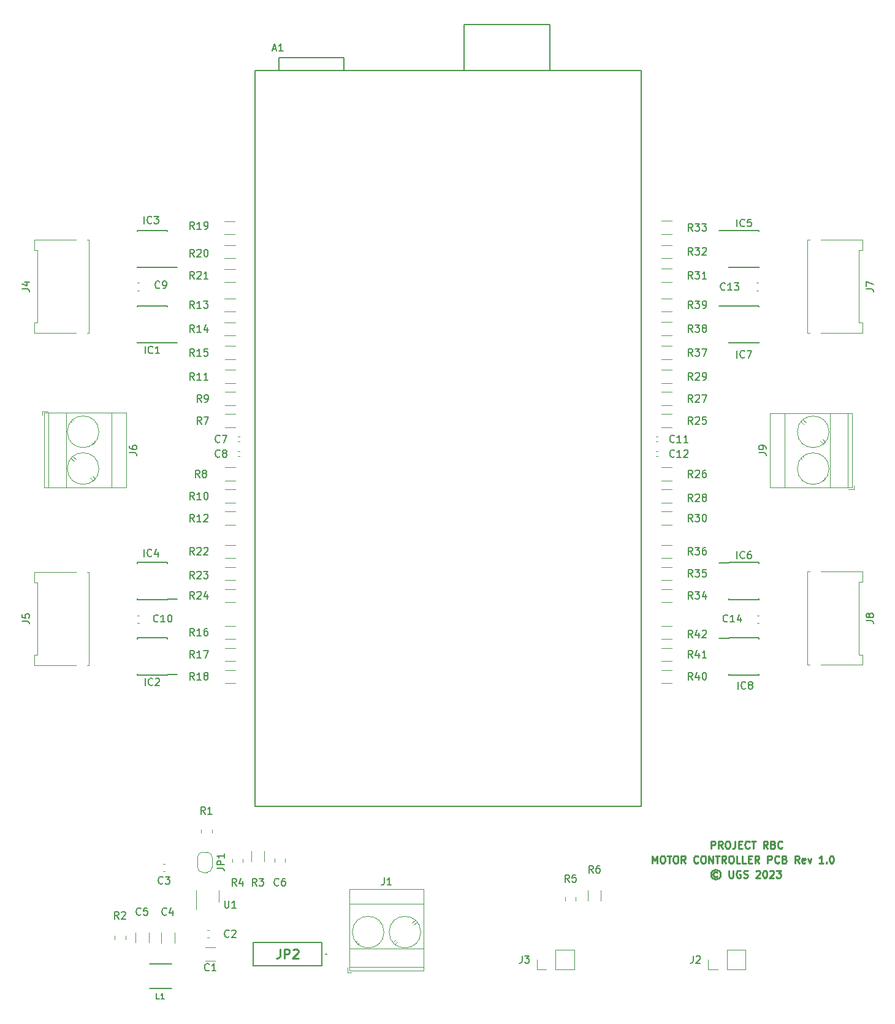
<source format=gbr>
%TF.GenerationSoftware,KiCad,Pcbnew,7.0.6*%
%TF.CreationDate,2023-07-10T17:04:03+08:00*%
%TF.ProjectId,rbc_circuits,7262635f-6369-4726-9375-6974732e6b69,1.0*%
%TF.SameCoordinates,Original*%
%TF.FileFunction,Legend,Top*%
%TF.FilePolarity,Positive*%
%FSLAX46Y46*%
G04 Gerber Fmt 4.6, Leading zero omitted, Abs format (unit mm)*
G04 Created by KiCad (PCBNEW 7.0.6) date 2023-07-10 17:04:03*
%MOMM*%
%LPD*%
G01*
G04 APERTURE LIST*
%ADD10C,0.220000*%
%ADD11C,0.150000*%
%ADD12C,0.254000*%
%ADD13C,0.120000*%
%ADD14C,0.200000*%
%ADD15C,0.127000*%
G04 APERTURE END LIST*
D10*
X145722355Y-139930274D02*
X145627116Y-139882655D01*
X145627116Y-139882655D02*
X145436640Y-139882655D01*
X145436640Y-139882655D02*
X145341402Y-139930274D01*
X145341402Y-139930274D02*
X145246164Y-140025512D01*
X145246164Y-140025512D02*
X145198545Y-140120750D01*
X145198545Y-140120750D02*
X145198545Y-140311226D01*
X145198545Y-140311226D02*
X145246164Y-140406464D01*
X145246164Y-140406464D02*
X145341402Y-140501702D01*
X145341402Y-140501702D02*
X145436640Y-140549321D01*
X145436640Y-140549321D02*
X145627116Y-140549321D01*
X145627116Y-140549321D02*
X145722355Y-140501702D01*
X145531878Y-139549321D02*
X145293783Y-139596940D01*
X145293783Y-139596940D02*
X145055688Y-139739798D01*
X145055688Y-139739798D02*
X144912831Y-139977893D01*
X144912831Y-139977893D02*
X144865212Y-140215988D01*
X144865212Y-140215988D02*
X144912831Y-140454083D01*
X144912831Y-140454083D02*
X145055688Y-140692179D01*
X145055688Y-140692179D02*
X145293783Y-140835036D01*
X145293783Y-140835036D02*
X145531878Y-140882655D01*
X145531878Y-140882655D02*
X145769974Y-140835036D01*
X145769974Y-140835036D02*
X146008069Y-140692179D01*
X146008069Y-140692179D02*
X146150926Y-140454083D01*
X146150926Y-140454083D02*
X146198545Y-140215988D01*
X146198545Y-140215988D02*
X146150926Y-139977893D01*
X146150926Y-139977893D02*
X146008069Y-139739798D01*
X146008069Y-139739798D02*
X145769974Y-139596940D01*
X145769974Y-139596940D02*
X145531878Y-139549321D01*
X147389022Y-139692179D02*
X147389022Y-140501702D01*
X147389022Y-140501702D02*
X147436641Y-140596940D01*
X147436641Y-140596940D02*
X147484260Y-140644560D01*
X147484260Y-140644560D02*
X147579498Y-140692179D01*
X147579498Y-140692179D02*
X147769974Y-140692179D01*
X147769974Y-140692179D02*
X147865212Y-140644560D01*
X147865212Y-140644560D02*
X147912831Y-140596940D01*
X147912831Y-140596940D02*
X147960450Y-140501702D01*
X147960450Y-140501702D02*
X147960450Y-139692179D01*
X148960450Y-139739798D02*
X148865212Y-139692179D01*
X148865212Y-139692179D02*
X148722355Y-139692179D01*
X148722355Y-139692179D02*
X148579498Y-139739798D01*
X148579498Y-139739798D02*
X148484260Y-139835036D01*
X148484260Y-139835036D02*
X148436641Y-139930274D01*
X148436641Y-139930274D02*
X148389022Y-140120750D01*
X148389022Y-140120750D02*
X148389022Y-140263607D01*
X148389022Y-140263607D02*
X148436641Y-140454083D01*
X148436641Y-140454083D02*
X148484260Y-140549321D01*
X148484260Y-140549321D02*
X148579498Y-140644560D01*
X148579498Y-140644560D02*
X148722355Y-140692179D01*
X148722355Y-140692179D02*
X148817593Y-140692179D01*
X148817593Y-140692179D02*
X148960450Y-140644560D01*
X148960450Y-140644560D02*
X149008069Y-140596940D01*
X149008069Y-140596940D02*
X149008069Y-140263607D01*
X149008069Y-140263607D02*
X148817593Y-140263607D01*
X149389022Y-140644560D02*
X149531879Y-140692179D01*
X149531879Y-140692179D02*
X149769974Y-140692179D01*
X149769974Y-140692179D02*
X149865212Y-140644560D01*
X149865212Y-140644560D02*
X149912831Y-140596940D01*
X149912831Y-140596940D02*
X149960450Y-140501702D01*
X149960450Y-140501702D02*
X149960450Y-140406464D01*
X149960450Y-140406464D02*
X149912831Y-140311226D01*
X149912831Y-140311226D02*
X149865212Y-140263607D01*
X149865212Y-140263607D02*
X149769974Y-140215988D01*
X149769974Y-140215988D02*
X149579498Y-140168369D01*
X149579498Y-140168369D02*
X149484260Y-140120750D01*
X149484260Y-140120750D02*
X149436641Y-140073131D01*
X149436641Y-140073131D02*
X149389022Y-139977893D01*
X149389022Y-139977893D02*
X149389022Y-139882655D01*
X149389022Y-139882655D02*
X149436641Y-139787417D01*
X149436641Y-139787417D02*
X149484260Y-139739798D01*
X149484260Y-139739798D02*
X149579498Y-139692179D01*
X149579498Y-139692179D02*
X149817593Y-139692179D01*
X149817593Y-139692179D02*
X149960450Y-139739798D01*
X151103308Y-139787417D02*
X151150927Y-139739798D01*
X151150927Y-139739798D02*
X151246165Y-139692179D01*
X151246165Y-139692179D02*
X151484260Y-139692179D01*
X151484260Y-139692179D02*
X151579498Y-139739798D01*
X151579498Y-139739798D02*
X151627117Y-139787417D01*
X151627117Y-139787417D02*
X151674736Y-139882655D01*
X151674736Y-139882655D02*
X151674736Y-139977893D01*
X151674736Y-139977893D02*
X151627117Y-140120750D01*
X151627117Y-140120750D02*
X151055689Y-140692179D01*
X151055689Y-140692179D02*
X151674736Y-140692179D01*
X152293784Y-139692179D02*
X152389022Y-139692179D01*
X152389022Y-139692179D02*
X152484260Y-139739798D01*
X152484260Y-139739798D02*
X152531879Y-139787417D01*
X152531879Y-139787417D02*
X152579498Y-139882655D01*
X152579498Y-139882655D02*
X152627117Y-140073131D01*
X152627117Y-140073131D02*
X152627117Y-140311226D01*
X152627117Y-140311226D02*
X152579498Y-140501702D01*
X152579498Y-140501702D02*
X152531879Y-140596940D01*
X152531879Y-140596940D02*
X152484260Y-140644560D01*
X152484260Y-140644560D02*
X152389022Y-140692179D01*
X152389022Y-140692179D02*
X152293784Y-140692179D01*
X152293784Y-140692179D02*
X152198546Y-140644560D01*
X152198546Y-140644560D02*
X152150927Y-140596940D01*
X152150927Y-140596940D02*
X152103308Y-140501702D01*
X152103308Y-140501702D02*
X152055689Y-140311226D01*
X152055689Y-140311226D02*
X152055689Y-140073131D01*
X152055689Y-140073131D02*
X152103308Y-139882655D01*
X152103308Y-139882655D02*
X152150927Y-139787417D01*
X152150927Y-139787417D02*
X152198546Y-139739798D01*
X152198546Y-139739798D02*
X152293784Y-139692179D01*
X153008070Y-139787417D02*
X153055689Y-139739798D01*
X153055689Y-139739798D02*
X153150927Y-139692179D01*
X153150927Y-139692179D02*
X153389022Y-139692179D01*
X153389022Y-139692179D02*
X153484260Y-139739798D01*
X153484260Y-139739798D02*
X153531879Y-139787417D01*
X153531879Y-139787417D02*
X153579498Y-139882655D01*
X153579498Y-139882655D02*
X153579498Y-139977893D01*
X153579498Y-139977893D02*
X153531879Y-140120750D01*
X153531879Y-140120750D02*
X152960451Y-140692179D01*
X152960451Y-140692179D02*
X153579498Y-140692179D01*
X153912832Y-139692179D02*
X154531879Y-139692179D01*
X154531879Y-139692179D02*
X154198546Y-140073131D01*
X154198546Y-140073131D02*
X154341403Y-140073131D01*
X154341403Y-140073131D02*
X154436641Y-140120750D01*
X154436641Y-140120750D02*
X154484260Y-140168369D01*
X154484260Y-140168369D02*
X154531879Y-140263607D01*
X154531879Y-140263607D02*
X154531879Y-140501702D01*
X154531879Y-140501702D02*
X154484260Y-140596940D01*
X154484260Y-140596940D02*
X154436641Y-140644560D01*
X154436641Y-140644560D02*
X154341403Y-140692179D01*
X154341403Y-140692179D02*
X154055689Y-140692179D01*
X154055689Y-140692179D02*
X153960451Y-140644560D01*
X153960451Y-140644560D02*
X153912832Y-140596940D01*
X136784831Y-138660179D02*
X136784831Y-137660179D01*
X136784831Y-137660179D02*
X137118164Y-138374464D01*
X137118164Y-138374464D02*
X137451497Y-137660179D01*
X137451497Y-137660179D02*
X137451497Y-138660179D01*
X138118164Y-137660179D02*
X138308640Y-137660179D01*
X138308640Y-137660179D02*
X138403878Y-137707798D01*
X138403878Y-137707798D02*
X138499116Y-137803036D01*
X138499116Y-137803036D02*
X138546735Y-137993512D01*
X138546735Y-137993512D02*
X138546735Y-138326845D01*
X138546735Y-138326845D02*
X138499116Y-138517321D01*
X138499116Y-138517321D02*
X138403878Y-138612560D01*
X138403878Y-138612560D02*
X138308640Y-138660179D01*
X138308640Y-138660179D02*
X138118164Y-138660179D01*
X138118164Y-138660179D02*
X138022926Y-138612560D01*
X138022926Y-138612560D02*
X137927688Y-138517321D01*
X137927688Y-138517321D02*
X137880069Y-138326845D01*
X137880069Y-138326845D02*
X137880069Y-137993512D01*
X137880069Y-137993512D02*
X137927688Y-137803036D01*
X137927688Y-137803036D02*
X138022926Y-137707798D01*
X138022926Y-137707798D02*
X138118164Y-137660179D01*
X138832450Y-137660179D02*
X139403878Y-137660179D01*
X139118164Y-138660179D02*
X139118164Y-137660179D01*
X139927688Y-137660179D02*
X140118164Y-137660179D01*
X140118164Y-137660179D02*
X140213402Y-137707798D01*
X140213402Y-137707798D02*
X140308640Y-137803036D01*
X140308640Y-137803036D02*
X140356259Y-137993512D01*
X140356259Y-137993512D02*
X140356259Y-138326845D01*
X140356259Y-138326845D02*
X140308640Y-138517321D01*
X140308640Y-138517321D02*
X140213402Y-138612560D01*
X140213402Y-138612560D02*
X140118164Y-138660179D01*
X140118164Y-138660179D02*
X139927688Y-138660179D01*
X139927688Y-138660179D02*
X139832450Y-138612560D01*
X139832450Y-138612560D02*
X139737212Y-138517321D01*
X139737212Y-138517321D02*
X139689593Y-138326845D01*
X139689593Y-138326845D02*
X139689593Y-137993512D01*
X139689593Y-137993512D02*
X139737212Y-137803036D01*
X139737212Y-137803036D02*
X139832450Y-137707798D01*
X139832450Y-137707798D02*
X139927688Y-137660179D01*
X141356259Y-138660179D02*
X141022926Y-138183988D01*
X140784831Y-138660179D02*
X140784831Y-137660179D01*
X140784831Y-137660179D02*
X141165783Y-137660179D01*
X141165783Y-137660179D02*
X141261021Y-137707798D01*
X141261021Y-137707798D02*
X141308640Y-137755417D01*
X141308640Y-137755417D02*
X141356259Y-137850655D01*
X141356259Y-137850655D02*
X141356259Y-137993512D01*
X141356259Y-137993512D02*
X141308640Y-138088750D01*
X141308640Y-138088750D02*
X141261021Y-138136369D01*
X141261021Y-138136369D02*
X141165783Y-138183988D01*
X141165783Y-138183988D02*
X140784831Y-138183988D01*
X143118164Y-138564940D02*
X143070545Y-138612560D01*
X143070545Y-138612560D02*
X142927688Y-138660179D01*
X142927688Y-138660179D02*
X142832450Y-138660179D01*
X142832450Y-138660179D02*
X142689593Y-138612560D01*
X142689593Y-138612560D02*
X142594355Y-138517321D01*
X142594355Y-138517321D02*
X142546736Y-138422083D01*
X142546736Y-138422083D02*
X142499117Y-138231607D01*
X142499117Y-138231607D02*
X142499117Y-138088750D01*
X142499117Y-138088750D02*
X142546736Y-137898274D01*
X142546736Y-137898274D02*
X142594355Y-137803036D01*
X142594355Y-137803036D02*
X142689593Y-137707798D01*
X142689593Y-137707798D02*
X142832450Y-137660179D01*
X142832450Y-137660179D02*
X142927688Y-137660179D01*
X142927688Y-137660179D02*
X143070545Y-137707798D01*
X143070545Y-137707798D02*
X143118164Y-137755417D01*
X143737212Y-137660179D02*
X143927688Y-137660179D01*
X143927688Y-137660179D02*
X144022926Y-137707798D01*
X144022926Y-137707798D02*
X144118164Y-137803036D01*
X144118164Y-137803036D02*
X144165783Y-137993512D01*
X144165783Y-137993512D02*
X144165783Y-138326845D01*
X144165783Y-138326845D02*
X144118164Y-138517321D01*
X144118164Y-138517321D02*
X144022926Y-138612560D01*
X144022926Y-138612560D02*
X143927688Y-138660179D01*
X143927688Y-138660179D02*
X143737212Y-138660179D01*
X143737212Y-138660179D02*
X143641974Y-138612560D01*
X143641974Y-138612560D02*
X143546736Y-138517321D01*
X143546736Y-138517321D02*
X143499117Y-138326845D01*
X143499117Y-138326845D02*
X143499117Y-137993512D01*
X143499117Y-137993512D02*
X143546736Y-137803036D01*
X143546736Y-137803036D02*
X143641974Y-137707798D01*
X143641974Y-137707798D02*
X143737212Y-137660179D01*
X144594355Y-138660179D02*
X144594355Y-137660179D01*
X144594355Y-137660179D02*
X145165783Y-138660179D01*
X145165783Y-138660179D02*
X145165783Y-137660179D01*
X145499117Y-137660179D02*
X146070545Y-137660179D01*
X145784831Y-138660179D02*
X145784831Y-137660179D01*
X146975307Y-138660179D02*
X146641974Y-138183988D01*
X146403879Y-138660179D02*
X146403879Y-137660179D01*
X146403879Y-137660179D02*
X146784831Y-137660179D01*
X146784831Y-137660179D02*
X146880069Y-137707798D01*
X146880069Y-137707798D02*
X146927688Y-137755417D01*
X146927688Y-137755417D02*
X146975307Y-137850655D01*
X146975307Y-137850655D02*
X146975307Y-137993512D01*
X146975307Y-137993512D02*
X146927688Y-138088750D01*
X146927688Y-138088750D02*
X146880069Y-138136369D01*
X146880069Y-138136369D02*
X146784831Y-138183988D01*
X146784831Y-138183988D02*
X146403879Y-138183988D01*
X147594355Y-137660179D02*
X147784831Y-137660179D01*
X147784831Y-137660179D02*
X147880069Y-137707798D01*
X147880069Y-137707798D02*
X147975307Y-137803036D01*
X147975307Y-137803036D02*
X148022926Y-137993512D01*
X148022926Y-137993512D02*
X148022926Y-138326845D01*
X148022926Y-138326845D02*
X147975307Y-138517321D01*
X147975307Y-138517321D02*
X147880069Y-138612560D01*
X147880069Y-138612560D02*
X147784831Y-138660179D01*
X147784831Y-138660179D02*
X147594355Y-138660179D01*
X147594355Y-138660179D02*
X147499117Y-138612560D01*
X147499117Y-138612560D02*
X147403879Y-138517321D01*
X147403879Y-138517321D02*
X147356260Y-138326845D01*
X147356260Y-138326845D02*
X147356260Y-137993512D01*
X147356260Y-137993512D02*
X147403879Y-137803036D01*
X147403879Y-137803036D02*
X147499117Y-137707798D01*
X147499117Y-137707798D02*
X147594355Y-137660179D01*
X148927688Y-138660179D02*
X148451498Y-138660179D01*
X148451498Y-138660179D02*
X148451498Y-137660179D01*
X149737212Y-138660179D02*
X149261022Y-138660179D01*
X149261022Y-138660179D02*
X149261022Y-137660179D01*
X150070546Y-138136369D02*
X150403879Y-138136369D01*
X150546736Y-138660179D02*
X150070546Y-138660179D01*
X150070546Y-138660179D02*
X150070546Y-137660179D01*
X150070546Y-137660179D02*
X150546736Y-137660179D01*
X151546736Y-138660179D02*
X151213403Y-138183988D01*
X150975308Y-138660179D02*
X150975308Y-137660179D01*
X150975308Y-137660179D02*
X151356260Y-137660179D01*
X151356260Y-137660179D02*
X151451498Y-137707798D01*
X151451498Y-137707798D02*
X151499117Y-137755417D01*
X151499117Y-137755417D02*
X151546736Y-137850655D01*
X151546736Y-137850655D02*
X151546736Y-137993512D01*
X151546736Y-137993512D02*
X151499117Y-138088750D01*
X151499117Y-138088750D02*
X151451498Y-138136369D01*
X151451498Y-138136369D02*
X151356260Y-138183988D01*
X151356260Y-138183988D02*
X150975308Y-138183988D01*
X152737213Y-138660179D02*
X152737213Y-137660179D01*
X152737213Y-137660179D02*
X153118165Y-137660179D01*
X153118165Y-137660179D02*
X153213403Y-137707798D01*
X153213403Y-137707798D02*
X153261022Y-137755417D01*
X153261022Y-137755417D02*
X153308641Y-137850655D01*
X153308641Y-137850655D02*
X153308641Y-137993512D01*
X153308641Y-137993512D02*
X153261022Y-138088750D01*
X153261022Y-138088750D02*
X153213403Y-138136369D01*
X153213403Y-138136369D02*
X153118165Y-138183988D01*
X153118165Y-138183988D02*
X152737213Y-138183988D01*
X154308641Y-138564940D02*
X154261022Y-138612560D01*
X154261022Y-138612560D02*
X154118165Y-138660179D01*
X154118165Y-138660179D02*
X154022927Y-138660179D01*
X154022927Y-138660179D02*
X153880070Y-138612560D01*
X153880070Y-138612560D02*
X153784832Y-138517321D01*
X153784832Y-138517321D02*
X153737213Y-138422083D01*
X153737213Y-138422083D02*
X153689594Y-138231607D01*
X153689594Y-138231607D02*
X153689594Y-138088750D01*
X153689594Y-138088750D02*
X153737213Y-137898274D01*
X153737213Y-137898274D02*
X153784832Y-137803036D01*
X153784832Y-137803036D02*
X153880070Y-137707798D01*
X153880070Y-137707798D02*
X154022927Y-137660179D01*
X154022927Y-137660179D02*
X154118165Y-137660179D01*
X154118165Y-137660179D02*
X154261022Y-137707798D01*
X154261022Y-137707798D02*
X154308641Y-137755417D01*
X155070546Y-138136369D02*
X155213403Y-138183988D01*
X155213403Y-138183988D02*
X155261022Y-138231607D01*
X155261022Y-138231607D02*
X155308641Y-138326845D01*
X155308641Y-138326845D02*
X155308641Y-138469702D01*
X155308641Y-138469702D02*
X155261022Y-138564940D01*
X155261022Y-138564940D02*
X155213403Y-138612560D01*
X155213403Y-138612560D02*
X155118165Y-138660179D01*
X155118165Y-138660179D02*
X154737213Y-138660179D01*
X154737213Y-138660179D02*
X154737213Y-137660179D01*
X154737213Y-137660179D02*
X155070546Y-137660179D01*
X155070546Y-137660179D02*
X155165784Y-137707798D01*
X155165784Y-137707798D02*
X155213403Y-137755417D01*
X155213403Y-137755417D02*
X155261022Y-137850655D01*
X155261022Y-137850655D02*
X155261022Y-137945893D01*
X155261022Y-137945893D02*
X155213403Y-138041131D01*
X155213403Y-138041131D02*
X155165784Y-138088750D01*
X155165784Y-138088750D02*
X155070546Y-138136369D01*
X155070546Y-138136369D02*
X154737213Y-138136369D01*
X157070546Y-138660179D02*
X156737213Y-138183988D01*
X156499118Y-138660179D02*
X156499118Y-137660179D01*
X156499118Y-137660179D02*
X156880070Y-137660179D01*
X156880070Y-137660179D02*
X156975308Y-137707798D01*
X156975308Y-137707798D02*
X157022927Y-137755417D01*
X157022927Y-137755417D02*
X157070546Y-137850655D01*
X157070546Y-137850655D02*
X157070546Y-137993512D01*
X157070546Y-137993512D02*
X157022927Y-138088750D01*
X157022927Y-138088750D02*
X156975308Y-138136369D01*
X156975308Y-138136369D02*
X156880070Y-138183988D01*
X156880070Y-138183988D02*
X156499118Y-138183988D01*
X157880070Y-138612560D02*
X157784832Y-138660179D01*
X157784832Y-138660179D02*
X157594356Y-138660179D01*
X157594356Y-138660179D02*
X157499118Y-138612560D01*
X157499118Y-138612560D02*
X157451499Y-138517321D01*
X157451499Y-138517321D02*
X157451499Y-138136369D01*
X157451499Y-138136369D02*
X157499118Y-138041131D01*
X157499118Y-138041131D02*
X157594356Y-137993512D01*
X157594356Y-137993512D02*
X157784832Y-137993512D01*
X157784832Y-137993512D02*
X157880070Y-138041131D01*
X157880070Y-138041131D02*
X157927689Y-138136369D01*
X157927689Y-138136369D02*
X157927689Y-138231607D01*
X157927689Y-138231607D02*
X157451499Y-138326845D01*
X158261023Y-137993512D02*
X158499118Y-138660179D01*
X158499118Y-138660179D02*
X158737213Y-137993512D01*
X160403880Y-138660179D02*
X159832452Y-138660179D01*
X160118166Y-138660179D02*
X160118166Y-137660179D01*
X160118166Y-137660179D02*
X160022928Y-137803036D01*
X160022928Y-137803036D02*
X159927690Y-137898274D01*
X159927690Y-137898274D02*
X159832452Y-137945893D01*
X160832452Y-138564940D02*
X160880071Y-138612560D01*
X160880071Y-138612560D02*
X160832452Y-138660179D01*
X160832452Y-138660179D02*
X160784833Y-138612560D01*
X160784833Y-138612560D02*
X160832452Y-138564940D01*
X160832452Y-138564940D02*
X160832452Y-138660179D01*
X161499118Y-137660179D02*
X161594356Y-137660179D01*
X161594356Y-137660179D02*
X161689594Y-137707798D01*
X161689594Y-137707798D02*
X161737213Y-137755417D01*
X161737213Y-137755417D02*
X161784832Y-137850655D01*
X161784832Y-137850655D02*
X161832451Y-138041131D01*
X161832451Y-138041131D02*
X161832451Y-138279226D01*
X161832451Y-138279226D02*
X161784832Y-138469702D01*
X161784832Y-138469702D02*
X161737213Y-138564940D01*
X161737213Y-138564940D02*
X161689594Y-138612560D01*
X161689594Y-138612560D02*
X161594356Y-138660179D01*
X161594356Y-138660179D02*
X161499118Y-138660179D01*
X161499118Y-138660179D02*
X161403880Y-138612560D01*
X161403880Y-138612560D02*
X161356261Y-138564940D01*
X161356261Y-138564940D02*
X161308642Y-138469702D01*
X161308642Y-138469702D02*
X161261023Y-138279226D01*
X161261023Y-138279226D02*
X161261023Y-138041131D01*
X161261023Y-138041131D02*
X161308642Y-137850655D01*
X161308642Y-137850655D02*
X161356261Y-137755417D01*
X161356261Y-137755417D02*
X161403880Y-137707798D01*
X161403880Y-137707798D02*
X161499118Y-137660179D01*
X144912831Y-136628179D02*
X144912831Y-135628179D01*
X144912831Y-135628179D02*
X145293783Y-135628179D01*
X145293783Y-135628179D02*
X145389021Y-135675798D01*
X145389021Y-135675798D02*
X145436640Y-135723417D01*
X145436640Y-135723417D02*
X145484259Y-135818655D01*
X145484259Y-135818655D02*
X145484259Y-135961512D01*
X145484259Y-135961512D02*
X145436640Y-136056750D01*
X145436640Y-136056750D02*
X145389021Y-136104369D01*
X145389021Y-136104369D02*
X145293783Y-136151988D01*
X145293783Y-136151988D02*
X144912831Y-136151988D01*
X146484259Y-136628179D02*
X146150926Y-136151988D01*
X145912831Y-136628179D02*
X145912831Y-135628179D01*
X145912831Y-135628179D02*
X146293783Y-135628179D01*
X146293783Y-135628179D02*
X146389021Y-135675798D01*
X146389021Y-135675798D02*
X146436640Y-135723417D01*
X146436640Y-135723417D02*
X146484259Y-135818655D01*
X146484259Y-135818655D02*
X146484259Y-135961512D01*
X146484259Y-135961512D02*
X146436640Y-136056750D01*
X146436640Y-136056750D02*
X146389021Y-136104369D01*
X146389021Y-136104369D02*
X146293783Y-136151988D01*
X146293783Y-136151988D02*
X145912831Y-136151988D01*
X147103307Y-135628179D02*
X147293783Y-135628179D01*
X147293783Y-135628179D02*
X147389021Y-135675798D01*
X147389021Y-135675798D02*
X147484259Y-135771036D01*
X147484259Y-135771036D02*
X147531878Y-135961512D01*
X147531878Y-135961512D02*
X147531878Y-136294845D01*
X147531878Y-136294845D02*
X147484259Y-136485321D01*
X147484259Y-136485321D02*
X147389021Y-136580560D01*
X147389021Y-136580560D02*
X147293783Y-136628179D01*
X147293783Y-136628179D02*
X147103307Y-136628179D01*
X147103307Y-136628179D02*
X147008069Y-136580560D01*
X147008069Y-136580560D02*
X146912831Y-136485321D01*
X146912831Y-136485321D02*
X146865212Y-136294845D01*
X146865212Y-136294845D02*
X146865212Y-135961512D01*
X146865212Y-135961512D02*
X146912831Y-135771036D01*
X146912831Y-135771036D02*
X147008069Y-135675798D01*
X147008069Y-135675798D02*
X147103307Y-135628179D01*
X148246164Y-135628179D02*
X148246164Y-136342464D01*
X148246164Y-136342464D02*
X148198545Y-136485321D01*
X148198545Y-136485321D02*
X148103307Y-136580560D01*
X148103307Y-136580560D02*
X147960450Y-136628179D01*
X147960450Y-136628179D02*
X147865212Y-136628179D01*
X148722355Y-136104369D02*
X149055688Y-136104369D01*
X149198545Y-136628179D02*
X148722355Y-136628179D01*
X148722355Y-136628179D02*
X148722355Y-135628179D01*
X148722355Y-135628179D02*
X149198545Y-135628179D01*
X150198545Y-136532940D02*
X150150926Y-136580560D01*
X150150926Y-136580560D02*
X150008069Y-136628179D01*
X150008069Y-136628179D02*
X149912831Y-136628179D01*
X149912831Y-136628179D02*
X149769974Y-136580560D01*
X149769974Y-136580560D02*
X149674736Y-136485321D01*
X149674736Y-136485321D02*
X149627117Y-136390083D01*
X149627117Y-136390083D02*
X149579498Y-136199607D01*
X149579498Y-136199607D02*
X149579498Y-136056750D01*
X149579498Y-136056750D02*
X149627117Y-135866274D01*
X149627117Y-135866274D02*
X149674736Y-135771036D01*
X149674736Y-135771036D02*
X149769974Y-135675798D01*
X149769974Y-135675798D02*
X149912831Y-135628179D01*
X149912831Y-135628179D02*
X150008069Y-135628179D01*
X150008069Y-135628179D02*
X150150926Y-135675798D01*
X150150926Y-135675798D02*
X150198545Y-135723417D01*
X150484260Y-135628179D02*
X151055688Y-135628179D01*
X150769974Y-136628179D02*
X150769974Y-135628179D01*
X152722355Y-136628179D02*
X152389022Y-136151988D01*
X152150927Y-136628179D02*
X152150927Y-135628179D01*
X152150927Y-135628179D02*
X152531879Y-135628179D01*
X152531879Y-135628179D02*
X152627117Y-135675798D01*
X152627117Y-135675798D02*
X152674736Y-135723417D01*
X152674736Y-135723417D02*
X152722355Y-135818655D01*
X152722355Y-135818655D02*
X152722355Y-135961512D01*
X152722355Y-135961512D02*
X152674736Y-136056750D01*
X152674736Y-136056750D02*
X152627117Y-136104369D01*
X152627117Y-136104369D02*
X152531879Y-136151988D01*
X152531879Y-136151988D02*
X152150927Y-136151988D01*
X153484260Y-136104369D02*
X153627117Y-136151988D01*
X153627117Y-136151988D02*
X153674736Y-136199607D01*
X153674736Y-136199607D02*
X153722355Y-136294845D01*
X153722355Y-136294845D02*
X153722355Y-136437702D01*
X153722355Y-136437702D02*
X153674736Y-136532940D01*
X153674736Y-136532940D02*
X153627117Y-136580560D01*
X153627117Y-136580560D02*
X153531879Y-136628179D01*
X153531879Y-136628179D02*
X153150927Y-136628179D01*
X153150927Y-136628179D02*
X153150927Y-135628179D01*
X153150927Y-135628179D02*
X153484260Y-135628179D01*
X153484260Y-135628179D02*
X153579498Y-135675798D01*
X153579498Y-135675798D02*
X153627117Y-135723417D01*
X153627117Y-135723417D02*
X153674736Y-135818655D01*
X153674736Y-135818655D02*
X153674736Y-135913893D01*
X153674736Y-135913893D02*
X153627117Y-136009131D01*
X153627117Y-136009131D02*
X153579498Y-136056750D01*
X153579498Y-136056750D02*
X153484260Y-136104369D01*
X153484260Y-136104369D02*
X153150927Y-136104369D01*
X154722355Y-136532940D02*
X154674736Y-136580560D01*
X154674736Y-136580560D02*
X154531879Y-136628179D01*
X154531879Y-136628179D02*
X154436641Y-136628179D01*
X154436641Y-136628179D02*
X154293784Y-136580560D01*
X154293784Y-136580560D02*
X154198546Y-136485321D01*
X154198546Y-136485321D02*
X154150927Y-136390083D01*
X154150927Y-136390083D02*
X154103308Y-136199607D01*
X154103308Y-136199607D02*
X154103308Y-136056750D01*
X154103308Y-136056750D02*
X154150927Y-135866274D01*
X154150927Y-135866274D02*
X154198546Y-135771036D01*
X154198546Y-135771036D02*
X154293784Y-135675798D01*
X154293784Y-135675798D02*
X154436641Y-135628179D01*
X154436641Y-135628179D02*
X154531879Y-135628179D01*
X154531879Y-135628179D02*
X154674736Y-135675798D01*
X154674736Y-135675798D02*
X154722355Y-135723417D01*
D11*
X166324819Y-59371333D02*
X167039104Y-59371333D01*
X167039104Y-59371333D02*
X167181961Y-59418952D01*
X167181961Y-59418952D02*
X167277200Y-59514190D01*
X167277200Y-59514190D02*
X167324819Y-59657047D01*
X167324819Y-59657047D02*
X167324819Y-59752285D01*
X166324819Y-58990380D02*
X166324819Y-58323714D01*
X166324819Y-58323714D02*
X167324819Y-58752285D01*
X75021333Y-131882819D02*
X74688000Y-131406628D01*
X74449905Y-131882819D02*
X74449905Y-130882819D01*
X74449905Y-130882819D02*
X74830857Y-130882819D01*
X74830857Y-130882819D02*
X74926095Y-130930438D01*
X74926095Y-130930438D02*
X74973714Y-130978057D01*
X74973714Y-130978057D02*
X75021333Y-131073295D01*
X75021333Y-131073295D02*
X75021333Y-131216152D01*
X75021333Y-131216152D02*
X74973714Y-131311390D01*
X74973714Y-131311390D02*
X74926095Y-131359009D01*
X74926095Y-131359009D02*
X74830857Y-131406628D01*
X74830857Y-131406628D02*
X74449905Y-131406628D01*
X75973714Y-131882819D02*
X75402286Y-131882819D01*
X75688000Y-131882819D02*
X75688000Y-130882819D01*
X75688000Y-130882819D02*
X75592762Y-131025676D01*
X75592762Y-131025676D02*
X75497524Y-131120914D01*
X75497524Y-131120914D02*
X75402286Y-131168533D01*
X148484810Y-68890819D02*
X148484810Y-67890819D01*
X149532428Y-68795580D02*
X149484809Y-68843200D01*
X149484809Y-68843200D02*
X149341952Y-68890819D01*
X149341952Y-68890819D02*
X149246714Y-68890819D01*
X149246714Y-68890819D02*
X149103857Y-68843200D01*
X149103857Y-68843200D02*
X149008619Y-68747961D01*
X149008619Y-68747961D02*
X148961000Y-68652723D01*
X148961000Y-68652723D02*
X148913381Y-68462247D01*
X148913381Y-68462247D02*
X148913381Y-68319390D01*
X148913381Y-68319390D02*
X148961000Y-68128914D01*
X148961000Y-68128914D02*
X149008619Y-68033676D01*
X149008619Y-68033676D02*
X149103857Y-67938438D01*
X149103857Y-67938438D02*
X149246714Y-67890819D01*
X149246714Y-67890819D02*
X149341952Y-67890819D01*
X149341952Y-67890819D02*
X149484809Y-67938438D01*
X149484809Y-67938438D02*
X149532428Y-67986057D01*
X149865762Y-67890819D02*
X150532428Y-67890819D01*
X150532428Y-67890819D02*
X150103857Y-68890819D01*
X139823142Y-80479580D02*
X139775523Y-80527200D01*
X139775523Y-80527200D02*
X139632666Y-80574819D01*
X139632666Y-80574819D02*
X139537428Y-80574819D01*
X139537428Y-80574819D02*
X139394571Y-80527200D01*
X139394571Y-80527200D02*
X139299333Y-80431961D01*
X139299333Y-80431961D02*
X139251714Y-80336723D01*
X139251714Y-80336723D02*
X139204095Y-80146247D01*
X139204095Y-80146247D02*
X139204095Y-80003390D01*
X139204095Y-80003390D02*
X139251714Y-79812914D01*
X139251714Y-79812914D02*
X139299333Y-79717676D01*
X139299333Y-79717676D02*
X139394571Y-79622438D01*
X139394571Y-79622438D02*
X139537428Y-79574819D01*
X139537428Y-79574819D02*
X139632666Y-79574819D01*
X139632666Y-79574819D02*
X139775523Y-79622438D01*
X139775523Y-79622438D02*
X139823142Y-79670057D01*
X140775523Y-80574819D02*
X140204095Y-80574819D01*
X140489809Y-80574819D02*
X140489809Y-79574819D01*
X140489809Y-79574819D02*
X140394571Y-79717676D01*
X140394571Y-79717676D02*
X140299333Y-79812914D01*
X140299333Y-79812914D02*
X140204095Y-79860533D01*
X141727904Y-80574819D02*
X141156476Y-80574819D01*
X141442190Y-80574819D02*
X141442190Y-79574819D01*
X141442190Y-79574819D02*
X141346952Y-79717676D01*
X141346952Y-79717676D02*
X141251714Y-79812914D01*
X141251714Y-79812914D02*
X141156476Y-79860533D01*
X75575333Y-153438580D02*
X75527714Y-153486200D01*
X75527714Y-153486200D02*
X75384857Y-153533819D01*
X75384857Y-153533819D02*
X75289619Y-153533819D01*
X75289619Y-153533819D02*
X75146762Y-153486200D01*
X75146762Y-153486200D02*
X75051524Y-153390961D01*
X75051524Y-153390961D02*
X75003905Y-153295723D01*
X75003905Y-153295723D02*
X74956286Y-153105247D01*
X74956286Y-153105247D02*
X74956286Y-152962390D01*
X74956286Y-152962390D02*
X75003905Y-152771914D01*
X75003905Y-152771914D02*
X75051524Y-152676676D01*
X75051524Y-152676676D02*
X75146762Y-152581438D01*
X75146762Y-152581438D02*
X75289619Y-152533819D01*
X75289619Y-152533819D02*
X75384857Y-152533819D01*
X75384857Y-152533819D02*
X75527714Y-152581438D01*
X75527714Y-152581438D02*
X75575333Y-152629057D01*
X76527714Y-153533819D02*
X75956286Y-153533819D01*
X76242000Y-153533819D02*
X76242000Y-152533819D01*
X76242000Y-152533819D02*
X76146762Y-152676676D01*
X76146762Y-152676676D02*
X76051524Y-152771914D01*
X76051524Y-152771914D02*
X75956286Y-152819533D01*
X148633810Y-114610819D02*
X148633810Y-113610819D01*
X149681428Y-114515580D02*
X149633809Y-114563200D01*
X149633809Y-114563200D02*
X149490952Y-114610819D01*
X149490952Y-114610819D02*
X149395714Y-114610819D01*
X149395714Y-114610819D02*
X149252857Y-114563200D01*
X149252857Y-114563200D02*
X149157619Y-114467961D01*
X149157619Y-114467961D02*
X149110000Y-114372723D01*
X149110000Y-114372723D02*
X149062381Y-114182247D01*
X149062381Y-114182247D02*
X149062381Y-114039390D01*
X149062381Y-114039390D02*
X149110000Y-113848914D01*
X149110000Y-113848914D02*
X149157619Y-113753676D01*
X149157619Y-113753676D02*
X149252857Y-113658438D01*
X149252857Y-113658438D02*
X149395714Y-113610819D01*
X149395714Y-113610819D02*
X149490952Y-113610819D01*
X149490952Y-113610819D02*
X149633809Y-113658438D01*
X149633809Y-113658438D02*
X149681428Y-113706057D01*
X150252857Y-114039390D02*
X150157619Y-113991771D01*
X150157619Y-113991771D02*
X150110000Y-113944152D01*
X150110000Y-113944152D02*
X150062381Y-113848914D01*
X150062381Y-113848914D02*
X150062381Y-113801295D01*
X150062381Y-113801295D02*
X150110000Y-113706057D01*
X150110000Y-113706057D02*
X150157619Y-113658438D01*
X150157619Y-113658438D02*
X150252857Y-113610819D01*
X150252857Y-113610819D02*
X150443333Y-113610819D01*
X150443333Y-113610819D02*
X150538571Y-113658438D01*
X150538571Y-113658438D02*
X150586190Y-113706057D01*
X150586190Y-113706057D02*
X150633809Y-113801295D01*
X150633809Y-113801295D02*
X150633809Y-113848914D01*
X150633809Y-113848914D02*
X150586190Y-113944152D01*
X150586190Y-113944152D02*
X150538571Y-113991771D01*
X150538571Y-113991771D02*
X150443333Y-114039390D01*
X150443333Y-114039390D02*
X150252857Y-114039390D01*
X150252857Y-114039390D02*
X150157619Y-114087009D01*
X150157619Y-114087009D02*
X150110000Y-114134628D01*
X150110000Y-114134628D02*
X150062381Y-114229866D01*
X150062381Y-114229866D02*
X150062381Y-114420342D01*
X150062381Y-114420342D02*
X150110000Y-114515580D01*
X150110000Y-114515580D02*
X150157619Y-114563200D01*
X150157619Y-114563200D02*
X150252857Y-114610819D01*
X150252857Y-114610819D02*
X150443333Y-114610819D01*
X150443333Y-114610819D02*
X150538571Y-114563200D01*
X150538571Y-114563200D02*
X150586190Y-114515580D01*
X150586190Y-114515580D02*
X150633809Y-114420342D01*
X150633809Y-114420342D02*
X150633809Y-114229866D01*
X150633809Y-114229866D02*
X150586190Y-114134628D01*
X150586190Y-114134628D02*
X150538571Y-114087009D01*
X150538571Y-114087009D02*
X150443333Y-114039390D01*
X77053333Y-80479580D02*
X77005714Y-80527200D01*
X77005714Y-80527200D02*
X76862857Y-80574819D01*
X76862857Y-80574819D02*
X76767619Y-80574819D01*
X76767619Y-80574819D02*
X76624762Y-80527200D01*
X76624762Y-80527200D02*
X76529524Y-80431961D01*
X76529524Y-80431961D02*
X76481905Y-80336723D01*
X76481905Y-80336723D02*
X76434286Y-80146247D01*
X76434286Y-80146247D02*
X76434286Y-80003390D01*
X76434286Y-80003390D02*
X76481905Y-79812914D01*
X76481905Y-79812914D02*
X76529524Y-79717676D01*
X76529524Y-79717676D02*
X76624762Y-79622438D01*
X76624762Y-79622438D02*
X76767619Y-79574819D01*
X76767619Y-79574819D02*
X76862857Y-79574819D01*
X76862857Y-79574819D02*
X77005714Y-79622438D01*
X77005714Y-79622438D02*
X77053333Y-79670057D01*
X77386667Y-79574819D02*
X78053333Y-79574819D01*
X78053333Y-79574819D02*
X77624762Y-80574819D01*
X79339333Y-141788819D02*
X79006000Y-141312628D01*
X78767905Y-141788819D02*
X78767905Y-140788819D01*
X78767905Y-140788819D02*
X79148857Y-140788819D01*
X79148857Y-140788819D02*
X79244095Y-140836438D01*
X79244095Y-140836438D02*
X79291714Y-140884057D01*
X79291714Y-140884057D02*
X79339333Y-140979295D01*
X79339333Y-140979295D02*
X79339333Y-141122152D01*
X79339333Y-141122152D02*
X79291714Y-141217390D01*
X79291714Y-141217390D02*
X79244095Y-141265009D01*
X79244095Y-141265009D02*
X79148857Y-141312628D01*
X79148857Y-141312628D02*
X78767905Y-141312628D01*
X80196476Y-141122152D02*
X80196476Y-141788819D01*
X79958381Y-140741200D02*
X79720286Y-141455485D01*
X79720286Y-141455485D02*
X80339333Y-141455485D01*
X142363142Y-71938819D02*
X142029809Y-71462628D01*
X141791714Y-71938819D02*
X141791714Y-70938819D01*
X141791714Y-70938819D02*
X142172666Y-70938819D01*
X142172666Y-70938819D02*
X142267904Y-70986438D01*
X142267904Y-70986438D02*
X142315523Y-71034057D01*
X142315523Y-71034057D02*
X142363142Y-71129295D01*
X142363142Y-71129295D02*
X142363142Y-71272152D01*
X142363142Y-71272152D02*
X142315523Y-71367390D01*
X142315523Y-71367390D02*
X142267904Y-71415009D01*
X142267904Y-71415009D02*
X142172666Y-71462628D01*
X142172666Y-71462628D02*
X141791714Y-71462628D01*
X142744095Y-71034057D02*
X142791714Y-70986438D01*
X142791714Y-70986438D02*
X142886952Y-70938819D01*
X142886952Y-70938819D02*
X143125047Y-70938819D01*
X143125047Y-70938819D02*
X143220285Y-70986438D01*
X143220285Y-70986438D02*
X143267904Y-71034057D01*
X143267904Y-71034057D02*
X143315523Y-71129295D01*
X143315523Y-71129295D02*
X143315523Y-71224533D01*
X143315523Y-71224533D02*
X143267904Y-71367390D01*
X143267904Y-71367390D02*
X142696476Y-71938819D01*
X142696476Y-71938819D02*
X143315523Y-71938819D01*
X143791714Y-71938819D02*
X143982190Y-71938819D01*
X143982190Y-71938819D02*
X144077428Y-71891200D01*
X144077428Y-71891200D02*
X144125047Y-71843580D01*
X144125047Y-71843580D02*
X144220285Y-71700723D01*
X144220285Y-71700723D02*
X144267904Y-71510247D01*
X144267904Y-71510247D02*
X144267904Y-71129295D01*
X144267904Y-71129295D02*
X144220285Y-71034057D01*
X144220285Y-71034057D02*
X144172666Y-70986438D01*
X144172666Y-70986438D02*
X144077428Y-70938819D01*
X144077428Y-70938819D02*
X143886952Y-70938819D01*
X143886952Y-70938819D02*
X143791714Y-70986438D01*
X143791714Y-70986438D02*
X143744095Y-71034057D01*
X143744095Y-71034057D02*
X143696476Y-71129295D01*
X143696476Y-71129295D02*
X143696476Y-71367390D01*
X143696476Y-71367390D02*
X143744095Y-71462628D01*
X143744095Y-71462628D02*
X143791714Y-71510247D01*
X143791714Y-71510247D02*
X143886952Y-71557866D01*
X143886952Y-71557866D02*
X144077428Y-71557866D01*
X144077428Y-71557866D02*
X144172666Y-71510247D01*
X144172666Y-71510247D02*
X144220285Y-71462628D01*
X144220285Y-71462628D02*
X144267904Y-71367390D01*
X77053333Y-82511580D02*
X77005714Y-82559200D01*
X77005714Y-82559200D02*
X76862857Y-82606819D01*
X76862857Y-82606819D02*
X76767619Y-82606819D01*
X76767619Y-82606819D02*
X76624762Y-82559200D01*
X76624762Y-82559200D02*
X76529524Y-82463961D01*
X76529524Y-82463961D02*
X76481905Y-82368723D01*
X76481905Y-82368723D02*
X76434286Y-82178247D01*
X76434286Y-82178247D02*
X76434286Y-82035390D01*
X76434286Y-82035390D02*
X76481905Y-81844914D01*
X76481905Y-81844914D02*
X76529524Y-81749676D01*
X76529524Y-81749676D02*
X76624762Y-81654438D01*
X76624762Y-81654438D02*
X76767619Y-81606819D01*
X76767619Y-81606819D02*
X76862857Y-81606819D01*
X76862857Y-81606819D02*
X77005714Y-81654438D01*
X77005714Y-81654438D02*
X77053333Y-81702057D01*
X77624762Y-82035390D02*
X77529524Y-81987771D01*
X77529524Y-81987771D02*
X77481905Y-81940152D01*
X77481905Y-81940152D02*
X77434286Y-81844914D01*
X77434286Y-81844914D02*
X77434286Y-81797295D01*
X77434286Y-81797295D02*
X77481905Y-81702057D01*
X77481905Y-81702057D02*
X77529524Y-81654438D01*
X77529524Y-81654438D02*
X77624762Y-81606819D01*
X77624762Y-81606819D02*
X77815238Y-81606819D01*
X77815238Y-81606819D02*
X77910476Y-81654438D01*
X77910476Y-81654438D02*
X77958095Y-81702057D01*
X77958095Y-81702057D02*
X78005714Y-81797295D01*
X78005714Y-81797295D02*
X78005714Y-81844914D01*
X78005714Y-81844914D02*
X77958095Y-81940152D01*
X77958095Y-81940152D02*
X77910476Y-81987771D01*
X77910476Y-81987771D02*
X77815238Y-82035390D01*
X77815238Y-82035390D02*
X77624762Y-82035390D01*
X77624762Y-82035390D02*
X77529524Y-82083009D01*
X77529524Y-82083009D02*
X77481905Y-82130628D01*
X77481905Y-82130628D02*
X77434286Y-82225866D01*
X77434286Y-82225866D02*
X77434286Y-82416342D01*
X77434286Y-82416342D02*
X77481905Y-82511580D01*
X77481905Y-82511580D02*
X77529524Y-82559200D01*
X77529524Y-82559200D02*
X77624762Y-82606819D01*
X77624762Y-82606819D02*
X77815238Y-82606819D01*
X77815238Y-82606819D02*
X77910476Y-82559200D01*
X77910476Y-82559200D02*
X77958095Y-82511580D01*
X77958095Y-82511580D02*
X78005714Y-82416342D01*
X78005714Y-82416342D02*
X78005714Y-82225866D01*
X78005714Y-82225866D02*
X77958095Y-82130628D01*
X77958095Y-82130628D02*
X77910476Y-82083009D01*
X77910476Y-82083009D02*
X77815238Y-82035390D01*
X64584819Y-81977333D02*
X65299104Y-81977333D01*
X65299104Y-81977333D02*
X65441961Y-82024952D01*
X65441961Y-82024952D02*
X65537200Y-82120190D01*
X65537200Y-82120190D02*
X65584819Y-82263047D01*
X65584819Y-82263047D02*
X65584819Y-82358285D01*
X64584819Y-81072571D02*
X64584819Y-81263047D01*
X64584819Y-81263047D02*
X64632438Y-81358285D01*
X64632438Y-81358285D02*
X64680057Y-81405904D01*
X64680057Y-81405904D02*
X64822914Y-81501142D01*
X64822914Y-81501142D02*
X65013390Y-81548761D01*
X65013390Y-81548761D02*
X65394342Y-81548761D01*
X65394342Y-81548761D02*
X65489580Y-81501142D01*
X65489580Y-81501142D02*
X65537200Y-81453523D01*
X65537200Y-81453523D02*
X65584819Y-81358285D01*
X65584819Y-81358285D02*
X65584819Y-81167809D01*
X65584819Y-81167809D02*
X65537200Y-81072571D01*
X65537200Y-81072571D02*
X65489580Y-81024952D01*
X65489580Y-81024952D02*
X65394342Y-80977333D01*
X65394342Y-80977333D02*
X65156247Y-80977333D01*
X65156247Y-80977333D02*
X65061009Y-81024952D01*
X65061009Y-81024952D02*
X65013390Y-81072571D01*
X65013390Y-81072571D02*
X64965771Y-81167809D01*
X64965771Y-81167809D02*
X64965771Y-81358285D01*
X64965771Y-81358285D02*
X65013390Y-81453523D01*
X65013390Y-81453523D02*
X65061009Y-81501142D01*
X65061009Y-81501142D02*
X65156247Y-81548761D01*
X142363142Y-54666819D02*
X142029809Y-54190628D01*
X141791714Y-54666819D02*
X141791714Y-53666819D01*
X141791714Y-53666819D02*
X142172666Y-53666819D01*
X142172666Y-53666819D02*
X142267904Y-53714438D01*
X142267904Y-53714438D02*
X142315523Y-53762057D01*
X142315523Y-53762057D02*
X142363142Y-53857295D01*
X142363142Y-53857295D02*
X142363142Y-54000152D01*
X142363142Y-54000152D02*
X142315523Y-54095390D01*
X142315523Y-54095390D02*
X142267904Y-54143009D01*
X142267904Y-54143009D02*
X142172666Y-54190628D01*
X142172666Y-54190628D02*
X141791714Y-54190628D01*
X142696476Y-53666819D02*
X143315523Y-53666819D01*
X143315523Y-53666819D02*
X142982190Y-54047771D01*
X142982190Y-54047771D02*
X143125047Y-54047771D01*
X143125047Y-54047771D02*
X143220285Y-54095390D01*
X143220285Y-54095390D02*
X143267904Y-54143009D01*
X143267904Y-54143009D02*
X143315523Y-54238247D01*
X143315523Y-54238247D02*
X143315523Y-54476342D01*
X143315523Y-54476342D02*
X143267904Y-54571580D01*
X143267904Y-54571580D02*
X143220285Y-54619200D01*
X143220285Y-54619200D02*
X143125047Y-54666819D01*
X143125047Y-54666819D02*
X142839333Y-54666819D01*
X142839333Y-54666819D02*
X142744095Y-54619200D01*
X142744095Y-54619200D02*
X142696476Y-54571580D01*
X143696476Y-53762057D02*
X143744095Y-53714438D01*
X143744095Y-53714438D02*
X143839333Y-53666819D01*
X143839333Y-53666819D02*
X144077428Y-53666819D01*
X144077428Y-53666819D02*
X144172666Y-53714438D01*
X144172666Y-53714438D02*
X144220285Y-53762057D01*
X144220285Y-53762057D02*
X144267904Y-53857295D01*
X144267904Y-53857295D02*
X144267904Y-53952533D01*
X144267904Y-53952533D02*
X144220285Y-54095390D01*
X144220285Y-54095390D02*
X143648857Y-54666819D01*
X143648857Y-54666819D02*
X144267904Y-54666819D01*
X142363142Y-91496819D02*
X142029809Y-91020628D01*
X141791714Y-91496819D02*
X141791714Y-90496819D01*
X141791714Y-90496819D02*
X142172666Y-90496819D01*
X142172666Y-90496819D02*
X142267904Y-90544438D01*
X142267904Y-90544438D02*
X142315523Y-90592057D01*
X142315523Y-90592057D02*
X142363142Y-90687295D01*
X142363142Y-90687295D02*
X142363142Y-90830152D01*
X142363142Y-90830152D02*
X142315523Y-90925390D01*
X142315523Y-90925390D02*
X142267904Y-90973009D01*
X142267904Y-90973009D02*
X142172666Y-91020628D01*
X142172666Y-91020628D02*
X141791714Y-91020628D01*
X142696476Y-90496819D02*
X143315523Y-90496819D01*
X143315523Y-90496819D02*
X142982190Y-90877771D01*
X142982190Y-90877771D02*
X143125047Y-90877771D01*
X143125047Y-90877771D02*
X143220285Y-90925390D01*
X143220285Y-90925390D02*
X143267904Y-90973009D01*
X143267904Y-90973009D02*
X143315523Y-91068247D01*
X143315523Y-91068247D02*
X143315523Y-91306342D01*
X143315523Y-91306342D02*
X143267904Y-91401580D01*
X143267904Y-91401580D02*
X143220285Y-91449200D01*
X143220285Y-91449200D02*
X143125047Y-91496819D01*
X143125047Y-91496819D02*
X142839333Y-91496819D01*
X142839333Y-91496819D02*
X142744095Y-91449200D01*
X142744095Y-91449200D02*
X142696476Y-91401580D01*
X143934571Y-90496819D02*
X144029809Y-90496819D01*
X144029809Y-90496819D02*
X144125047Y-90544438D01*
X144125047Y-90544438D02*
X144172666Y-90592057D01*
X144172666Y-90592057D02*
X144220285Y-90687295D01*
X144220285Y-90687295D02*
X144267904Y-90877771D01*
X144267904Y-90877771D02*
X144267904Y-91115866D01*
X144267904Y-91115866D02*
X144220285Y-91306342D01*
X144220285Y-91306342D02*
X144172666Y-91401580D01*
X144172666Y-91401580D02*
X144125047Y-91449200D01*
X144125047Y-91449200D02*
X144029809Y-91496819D01*
X144029809Y-91496819D02*
X143934571Y-91496819D01*
X143934571Y-91496819D02*
X143839333Y-91449200D01*
X143839333Y-91449200D02*
X143791714Y-91401580D01*
X143791714Y-91401580D02*
X143744095Y-91306342D01*
X143744095Y-91306342D02*
X143696476Y-91115866D01*
X143696476Y-91115866D02*
X143696476Y-90877771D01*
X143696476Y-90877771D02*
X143744095Y-90687295D01*
X143744095Y-90687295D02*
X143791714Y-90592057D01*
X143791714Y-90592057D02*
X143839333Y-90544438D01*
X143839333Y-90544438D02*
X143934571Y-90496819D01*
X77728095Y-143836819D02*
X77728095Y-144646342D01*
X77728095Y-144646342D02*
X77775714Y-144741580D01*
X77775714Y-144741580D02*
X77823333Y-144789200D01*
X77823333Y-144789200D02*
X77918571Y-144836819D01*
X77918571Y-144836819D02*
X78109047Y-144836819D01*
X78109047Y-144836819D02*
X78204285Y-144789200D01*
X78204285Y-144789200D02*
X78251904Y-144741580D01*
X78251904Y-144741580D02*
X78299523Y-144646342D01*
X78299523Y-144646342D02*
X78299523Y-143836819D01*
X79299523Y-144836819D02*
X78728095Y-144836819D01*
X79013809Y-144836819D02*
X79013809Y-143836819D01*
X79013809Y-143836819D02*
X78918571Y-143979676D01*
X78918571Y-143979676D02*
X78823333Y-144074914D01*
X78823333Y-144074914D02*
X78728095Y-144122533D01*
X99746666Y-140686819D02*
X99746666Y-141401104D01*
X99746666Y-141401104D02*
X99699047Y-141543961D01*
X99699047Y-141543961D02*
X99603809Y-141639200D01*
X99603809Y-141639200D02*
X99460952Y-141686819D01*
X99460952Y-141686819D02*
X99365714Y-141686819D01*
X100746666Y-141686819D02*
X100175238Y-141686819D01*
X100460952Y-141686819D02*
X100460952Y-140686819D01*
X100460952Y-140686819D02*
X100365714Y-140829676D01*
X100365714Y-140829676D02*
X100270476Y-140924914D01*
X100270476Y-140924914D02*
X100175238Y-140972533D01*
X142363142Y-68636819D02*
X142029809Y-68160628D01*
X141791714Y-68636819D02*
X141791714Y-67636819D01*
X141791714Y-67636819D02*
X142172666Y-67636819D01*
X142172666Y-67636819D02*
X142267904Y-67684438D01*
X142267904Y-67684438D02*
X142315523Y-67732057D01*
X142315523Y-67732057D02*
X142363142Y-67827295D01*
X142363142Y-67827295D02*
X142363142Y-67970152D01*
X142363142Y-67970152D02*
X142315523Y-68065390D01*
X142315523Y-68065390D02*
X142267904Y-68113009D01*
X142267904Y-68113009D02*
X142172666Y-68160628D01*
X142172666Y-68160628D02*
X141791714Y-68160628D01*
X142696476Y-67636819D02*
X143315523Y-67636819D01*
X143315523Y-67636819D02*
X142982190Y-68017771D01*
X142982190Y-68017771D02*
X143125047Y-68017771D01*
X143125047Y-68017771D02*
X143220285Y-68065390D01*
X143220285Y-68065390D02*
X143267904Y-68113009D01*
X143267904Y-68113009D02*
X143315523Y-68208247D01*
X143315523Y-68208247D02*
X143315523Y-68446342D01*
X143315523Y-68446342D02*
X143267904Y-68541580D01*
X143267904Y-68541580D02*
X143220285Y-68589200D01*
X143220285Y-68589200D02*
X143125047Y-68636819D01*
X143125047Y-68636819D02*
X142839333Y-68636819D01*
X142839333Y-68636819D02*
X142744095Y-68589200D01*
X142744095Y-68589200D02*
X142696476Y-68541580D01*
X143648857Y-67636819D02*
X144315523Y-67636819D01*
X144315523Y-67636819D02*
X143886952Y-68636819D01*
X85181333Y-141693580D02*
X85133714Y-141741200D01*
X85133714Y-141741200D02*
X84990857Y-141788819D01*
X84990857Y-141788819D02*
X84895619Y-141788819D01*
X84895619Y-141788819D02*
X84752762Y-141741200D01*
X84752762Y-141741200D02*
X84657524Y-141645961D01*
X84657524Y-141645961D02*
X84609905Y-141550723D01*
X84609905Y-141550723D02*
X84562286Y-141360247D01*
X84562286Y-141360247D02*
X84562286Y-141217390D01*
X84562286Y-141217390D02*
X84609905Y-141026914D01*
X84609905Y-141026914D02*
X84657524Y-140931676D01*
X84657524Y-140931676D02*
X84752762Y-140836438D01*
X84752762Y-140836438D02*
X84895619Y-140788819D01*
X84895619Y-140788819D02*
X84990857Y-140788819D01*
X84990857Y-140788819D02*
X85133714Y-140836438D01*
X85133714Y-140836438D02*
X85181333Y-140884057D01*
X86038476Y-140788819D02*
X85848000Y-140788819D01*
X85848000Y-140788819D02*
X85752762Y-140836438D01*
X85752762Y-140836438D02*
X85705143Y-140884057D01*
X85705143Y-140884057D02*
X85609905Y-141026914D01*
X85609905Y-141026914D02*
X85562286Y-141217390D01*
X85562286Y-141217390D02*
X85562286Y-141598342D01*
X85562286Y-141598342D02*
X85609905Y-141693580D01*
X85609905Y-141693580D02*
X85657524Y-141741200D01*
X85657524Y-141741200D02*
X85752762Y-141788819D01*
X85752762Y-141788819D02*
X85943238Y-141788819D01*
X85943238Y-141788819D02*
X86038476Y-141741200D01*
X86038476Y-141741200D02*
X86086095Y-141693580D01*
X86086095Y-141693580D02*
X86133714Y-141598342D01*
X86133714Y-141598342D02*
X86133714Y-141360247D01*
X86133714Y-141360247D02*
X86086095Y-141265009D01*
X86086095Y-141265009D02*
X86038476Y-141217390D01*
X86038476Y-141217390D02*
X85943238Y-141169771D01*
X85943238Y-141169771D02*
X85752762Y-141169771D01*
X85752762Y-141169771D02*
X85657524Y-141217390D01*
X85657524Y-141217390D02*
X85609905Y-141265009D01*
X85609905Y-141265009D02*
X85562286Y-141360247D01*
X73529142Y-71938819D02*
X73195809Y-71462628D01*
X72957714Y-71938819D02*
X72957714Y-70938819D01*
X72957714Y-70938819D02*
X73338666Y-70938819D01*
X73338666Y-70938819D02*
X73433904Y-70986438D01*
X73433904Y-70986438D02*
X73481523Y-71034057D01*
X73481523Y-71034057D02*
X73529142Y-71129295D01*
X73529142Y-71129295D02*
X73529142Y-71272152D01*
X73529142Y-71272152D02*
X73481523Y-71367390D01*
X73481523Y-71367390D02*
X73433904Y-71415009D01*
X73433904Y-71415009D02*
X73338666Y-71462628D01*
X73338666Y-71462628D02*
X72957714Y-71462628D01*
X74481523Y-71938819D02*
X73910095Y-71938819D01*
X74195809Y-71938819D02*
X74195809Y-70938819D01*
X74195809Y-70938819D02*
X74100571Y-71081676D01*
X74100571Y-71081676D02*
X74005333Y-71176914D01*
X74005333Y-71176914D02*
X73910095Y-71224533D01*
X75433904Y-71938819D02*
X74862476Y-71938819D01*
X75148190Y-71938819D02*
X75148190Y-70938819D01*
X75148190Y-70938819D02*
X75052952Y-71081676D01*
X75052952Y-71081676D02*
X74957714Y-71176914D01*
X74957714Y-71176914D02*
X74862476Y-71224533D01*
X73529142Y-57968819D02*
X73195809Y-57492628D01*
X72957714Y-57968819D02*
X72957714Y-56968819D01*
X72957714Y-56968819D02*
X73338666Y-56968819D01*
X73338666Y-56968819D02*
X73433904Y-57016438D01*
X73433904Y-57016438D02*
X73481523Y-57064057D01*
X73481523Y-57064057D02*
X73529142Y-57159295D01*
X73529142Y-57159295D02*
X73529142Y-57302152D01*
X73529142Y-57302152D02*
X73481523Y-57397390D01*
X73481523Y-57397390D02*
X73433904Y-57445009D01*
X73433904Y-57445009D02*
X73338666Y-57492628D01*
X73338666Y-57492628D02*
X72957714Y-57492628D01*
X73910095Y-57064057D02*
X73957714Y-57016438D01*
X73957714Y-57016438D02*
X74052952Y-56968819D01*
X74052952Y-56968819D02*
X74291047Y-56968819D01*
X74291047Y-56968819D02*
X74386285Y-57016438D01*
X74386285Y-57016438D02*
X74433904Y-57064057D01*
X74433904Y-57064057D02*
X74481523Y-57159295D01*
X74481523Y-57159295D02*
X74481523Y-57254533D01*
X74481523Y-57254533D02*
X74433904Y-57397390D01*
X74433904Y-57397390D02*
X73862476Y-57968819D01*
X73862476Y-57968819D02*
X74481523Y-57968819D01*
X75433904Y-57968819D02*
X74862476Y-57968819D01*
X75148190Y-57968819D02*
X75148190Y-56968819D01*
X75148190Y-56968819D02*
X75052952Y-57111676D01*
X75052952Y-57111676D02*
X74957714Y-57206914D01*
X74957714Y-57206914D02*
X74862476Y-57254533D01*
X73529142Y-99370819D02*
X73195809Y-98894628D01*
X72957714Y-99370819D02*
X72957714Y-98370819D01*
X72957714Y-98370819D02*
X73338666Y-98370819D01*
X73338666Y-98370819D02*
X73433904Y-98418438D01*
X73433904Y-98418438D02*
X73481523Y-98466057D01*
X73481523Y-98466057D02*
X73529142Y-98561295D01*
X73529142Y-98561295D02*
X73529142Y-98704152D01*
X73529142Y-98704152D02*
X73481523Y-98799390D01*
X73481523Y-98799390D02*
X73433904Y-98847009D01*
X73433904Y-98847009D02*
X73338666Y-98894628D01*
X73338666Y-98894628D02*
X72957714Y-98894628D01*
X73910095Y-98466057D02*
X73957714Y-98418438D01*
X73957714Y-98418438D02*
X74052952Y-98370819D01*
X74052952Y-98370819D02*
X74291047Y-98370819D01*
X74291047Y-98370819D02*
X74386285Y-98418438D01*
X74386285Y-98418438D02*
X74433904Y-98466057D01*
X74433904Y-98466057D02*
X74481523Y-98561295D01*
X74481523Y-98561295D02*
X74481523Y-98656533D01*
X74481523Y-98656533D02*
X74433904Y-98799390D01*
X74433904Y-98799390D02*
X73862476Y-99370819D01*
X73862476Y-99370819D02*
X74481523Y-99370819D01*
X74814857Y-98370819D02*
X75433904Y-98370819D01*
X75433904Y-98370819D02*
X75100571Y-98751771D01*
X75100571Y-98751771D02*
X75243428Y-98751771D01*
X75243428Y-98751771D02*
X75338666Y-98799390D01*
X75338666Y-98799390D02*
X75386285Y-98847009D01*
X75386285Y-98847009D02*
X75433904Y-98942247D01*
X75433904Y-98942247D02*
X75433904Y-99180342D01*
X75433904Y-99180342D02*
X75386285Y-99275580D01*
X75386285Y-99275580D02*
X75338666Y-99323200D01*
X75338666Y-99323200D02*
X75243428Y-99370819D01*
X75243428Y-99370819D02*
X74957714Y-99370819D01*
X74957714Y-99370819D02*
X74862476Y-99323200D01*
X74862476Y-99323200D02*
X74814857Y-99275580D01*
X73529142Y-107244819D02*
X73195809Y-106768628D01*
X72957714Y-107244819D02*
X72957714Y-106244819D01*
X72957714Y-106244819D02*
X73338666Y-106244819D01*
X73338666Y-106244819D02*
X73433904Y-106292438D01*
X73433904Y-106292438D02*
X73481523Y-106340057D01*
X73481523Y-106340057D02*
X73529142Y-106435295D01*
X73529142Y-106435295D02*
X73529142Y-106578152D01*
X73529142Y-106578152D02*
X73481523Y-106673390D01*
X73481523Y-106673390D02*
X73433904Y-106721009D01*
X73433904Y-106721009D02*
X73338666Y-106768628D01*
X73338666Y-106768628D02*
X72957714Y-106768628D01*
X74481523Y-107244819D02*
X73910095Y-107244819D01*
X74195809Y-107244819D02*
X74195809Y-106244819D01*
X74195809Y-106244819D02*
X74100571Y-106387676D01*
X74100571Y-106387676D02*
X74005333Y-106482914D01*
X74005333Y-106482914D02*
X73910095Y-106530533D01*
X75338666Y-106244819D02*
X75148190Y-106244819D01*
X75148190Y-106244819D02*
X75052952Y-106292438D01*
X75052952Y-106292438D02*
X75005333Y-106340057D01*
X75005333Y-106340057D02*
X74910095Y-106482914D01*
X74910095Y-106482914D02*
X74862476Y-106673390D01*
X74862476Y-106673390D02*
X74862476Y-107054342D01*
X74862476Y-107054342D02*
X74910095Y-107149580D01*
X74910095Y-107149580D02*
X74957714Y-107197200D01*
X74957714Y-107197200D02*
X75052952Y-107244819D01*
X75052952Y-107244819D02*
X75243428Y-107244819D01*
X75243428Y-107244819D02*
X75338666Y-107197200D01*
X75338666Y-107197200D02*
X75386285Y-107149580D01*
X75386285Y-107149580D02*
X75433904Y-107054342D01*
X75433904Y-107054342D02*
X75433904Y-106816247D01*
X75433904Y-106816247D02*
X75386285Y-106721009D01*
X75386285Y-106721009D02*
X75338666Y-106673390D01*
X75338666Y-106673390D02*
X75243428Y-106625771D01*
X75243428Y-106625771D02*
X75052952Y-106625771D01*
X75052952Y-106625771D02*
X74957714Y-106673390D01*
X74957714Y-106673390D02*
X74910095Y-106721009D01*
X74910095Y-106721009D02*
X74862476Y-106816247D01*
X125313333Y-141280819D02*
X124980000Y-140804628D01*
X124741905Y-141280819D02*
X124741905Y-140280819D01*
X124741905Y-140280819D02*
X125122857Y-140280819D01*
X125122857Y-140280819D02*
X125218095Y-140328438D01*
X125218095Y-140328438D02*
X125265714Y-140376057D01*
X125265714Y-140376057D02*
X125313333Y-140471295D01*
X125313333Y-140471295D02*
X125313333Y-140614152D01*
X125313333Y-140614152D02*
X125265714Y-140709390D01*
X125265714Y-140709390D02*
X125218095Y-140757009D01*
X125218095Y-140757009D02*
X125122857Y-140804628D01*
X125122857Y-140804628D02*
X124741905Y-140804628D01*
X126218095Y-140280819D02*
X125741905Y-140280819D01*
X125741905Y-140280819D02*
X125694286Y-140757009D01*
X125694286Y-140757009D02*
X125741905Y-140709390D01*
X125741905Y-140709390D02*
X125837143Y-140661771D01*
X125837143Y-140661771D02*
X126075238Y-140661771D01*
X126075238Y-140661771D02*
X126170476Y-140709390D01*
X126170476Y-140709390D02*
X126218095Y-140757009D01*
X126218095Y-140757009D02*
X126265714Y-140852247D01*
X126265714Y-140852247D02*
X126265714Y-141090342D01*
X126265714Y-141090342D02*
X126218095Y-141185580D01*
X126218095Y-141185580D02*
X126170476Y-141233200D01*
X126170476Y-141233200D02*
X126075238Y-141280819D01*
X126075238Y-141280819D02*
X125837143Y-141280819D01*
X125837143Y-141280819D02*
X125741905Y-141233200D01*
X125741905Y-141233200D02*
X125694286Y-141185580D01*
X66738810Y-114134819D02*
X66738810Y-113134819D01*
X67786428Y-114039580D02*
X67738809Y-114087200D01*
X67738809Y-114087200D02*
X67595952Y-114134819D01*
X67595952Y-114134819D02*
X67500714Y-114134819D01*
X67500714Y-114134819D02*
X67357857Y-114087200D01*
X67357857Y-114087200D02*
X67262619Y-113991961D01*
X67262619Y-113991961D02*
X67215000Y-113896723D01*
X67215000Y-113896723D02*
X67167381Y-113706247D01*
X67167381Y-113706247D02*
X67167381Y-113563390D01*
X67167381Y-113563390D02*
X67215000Y-113372914D01*
X67215000Y-113372914D02*
X67262619Y-113277676D01*
X67262619Y-113277676D02*
X67357857Y-113182438D01*
X67357857Y-113182438D02*
X67500714Y-113134819D01*
X67500714Y-113134819D02*
X67595952Y-113134819D01*
X67595952Y-113134819D02*
X67738809Y-113182438D01*
X67738809Y-113182438D02*
X67786428Y-113230057D01*
X68167381Y-113230057D02*
X68215000Y-113182438D01*
X68215000Y-113182438D02*
X68310238Y-113134819D01*
X68310238Y-113134819D02*
X68548333Y-113134819D01*
X68548333Y-113134819D02*
X68643571Y-113182438D01*
X68643571Y-113182438D02*
X68691190Y-113230057D01*
X68691190Y-113230057D02*
X68738809Y-113325295D01*
X68738809Y-113325295D02*
X68738809Y-113420533D01*
X68738809Y-113420533D02*
X68691190Y-113563390D01*
X68691190Y-113563390D02*
X68119762Y-114134819D01*
X68119762Y-114134819D02*
X68738809Y-114134819D01*
X142363142Y-57968819D02*
X142029809Y-57492628D01*
X141791714Y-57968819D02*
X141791714Y-56968819D01*
X141791714Y-56968819D02*
X142172666Y-56968819D01*
X142172666Y-56968819D02*
X142267904Y-57016438D01*
X142267904Y-57016438D02*
X142315523Y-57064057D01*
X142315523Y-57064057D02*
X142363142Y-57159295D01*
X142363142Y-57159295D02*
X142363142Y-57302152D01*
X142363142Y-57302152D02*
X142315523Y-57397390D01*
X142315523Y-57397390D02*
X142267904Y-57445009D01*
X142267904Y-57445009D02*
X142172666Y-57492628D01*
X142172666Y-57492628D02*
X141791714Y-57492628D01*
X142696476Y-56968819D02*
X143315523Y-56968819D01*
X143315523Y-56968819D02*
X142982190Y-57349771D01*
X142982190Y-57349771D02*
X143125047Y-57349771D01*
X143125047Y-57349771D02*
X143220285Y-57397390D01*
X143220285Y-57397390D02*
X143267904Y-57445009D01*
X143267904Y-57445009D02*
X143315523Y-57540247D01*
X143315523Y-57540247D02*
X143315523Y-57778342D01*
X143315523Y-57778342D02*
X143267904Y-57873580D01*
X143267904Y-57873580D02*
X143220285Y-57921200D01*
X143220285Y-57921200D02*
X143125047Y-57968819D01*
X143125047Y-57968819D02*
X142839333Y-57968819D01*
X142839333Y-57968819D02*
X142744095Y-57921200D01*
X142744095Y-57921200D02*
X142696476Y-57873580D01*
X144267904Y-57968819D02*
X143696476Y-57968819D01*
X143982190Y-57968819D02*
X143982190Y-56968819D01*
X143982190Y-56968819D02*
X143886952Y-57111676D01*
X143886952Y-57111676D02*
X143791714Y-57206914D01*
X143791714Y-57206914D02*
X143696476Y-57254533D01*
X139823142Y-82511580D02*
X139775523Y-82559200D01*
X139775523Y-82559200D02*
X139632666Y-82606819D01*
X139632666Y-82606819D02*
X139537428Y-82606819D01*
X139537428Y-82606819D02*
X139394571Y-82559200D01*
X139394571Y-82559200D02*
X139299333Y-82463961D01*
X139299333Y-82463961D02*
X139251714Y-82368723D01*
X139251714Y-82368723D02*
X139204095Y-82178247D01*
X139204095Y-82178247D02*
X139204095Y-82035390D01*
X139204095Y-82035390D02*
X139251714Y-81844914D01*
X139251714Y-81844914D02*
X139299333Y-81749676D01*
X139299333Y-81749676D02*
X139394571Y-81654438D01*
X139394571Y-81654438D02*
X139537428Y-81606819D01*
X139537428Y-81606819D02*
X139632666Y-81606819D01*
X139632666Y-81606819D02*
X139775523Y-81654438D01*
X139775523Y-81654438D02*
X139823142Y-81702057D01*
X140775523Y-82606819D02*
X140204095Y-82606819D01*
X140489809Y-82606819D02*
X140489809Y-81606819D01*
X140489809Y-81606819D02*
X140394571Y-81749676D01*
X140394571Y-81749676D02*
X140299333Y-81844914D01*
X140299333Y-81844914D02*
X140204095Y-81892533D01*
X141156476Y-81702057D02*
X141204095Y-81654438D01*
X141204095Y-81654438D02*
X141299333Y-81606819D01*
X141299333Y-81606819D02*
X141537428Y-81606819D01*
X141537428Y-81606819D02*
X141632666Y-81654438D01*
X141632666Y-81654438D02*
X141680285Y-81702057D01*
X141680285Y-81702057D02*
X141727904Y-81797295D01*
X141727904Y-81797295D02*
X141727904Y-81892533D01*
X141727904Y-81892533D02*
X141680285Y-82035390D01*
X141680285Y-82035390D02*
X141108857Y-82606819D01*
X141108857Y-82606819D02*
X141727904Y-82606819D01*
X74513333Y-78034819D02*
X74180000Y-77558628D01*
X73941905Y-78034819D02*
X73941905Y-77034819D01*
X73941905Y-77034819D02*
X74322857Y-77034819D01*
X74322857Y-77034819D02*
X74418095Y-77082438D01*
X74418095Y-77082438D02*
X74465714Y-77130057D01*
X74465714Y-77130057D02*
X74513333Y-77225295D01*
X74513333Y-77225295D02*
X74513333Y-77368152D01*
X74513333Y-77368152D02*
X74465714Y-77463390D01*
X74465714Y-77463390D02*
X74418095Y-77511009D01*
X74418095Y-77511009D02*
X74322857Y-77558628D01*
X74322857Y-77558628D02*
X73941905Y-77558628D01*
X74846667Y-77034819D02*
X75513333Y-77034819D01*
X75513333Y-77034819D02*
X75084762Y-78034819D01*
X148484810Y-96614819D02*
X148484810Y-95614819D01*
X149532428Y-96519580D02*
X149484809Y-96567200D01*
X149484809Y-96567200D02*
X149341952Y-96614819D01*
X149341952Y-96614819D02*
X149246714Y-96614819D01*
X149246714Y-96614819D02*
X149103857Y-96567200D01*
X149103857Y-96567200D02*
X149008619Y-96471961D01*
X149008619Y-96471961D02*
X148961000Y-96376723D01*
X148961000Y-96376723D02*
X148913381Y-96186247D01*
X148913381Y-96186247D02*
X148913381Y-96043390D01*
X148913381Y-96043390D02*
X148961000Y-95852914D01*
X148961000Y-95852914D02*
X149008619Y-95757676D01*
X149008619Y-95757676D02*
X149103857Y-95662438D01*
X149103857Y-95662438D02*
X149246714Y-95614819D01*
X149246714Y-95614819D02*
X149341952Y-95614819D01*
X149341952Y-95614819D02*
X149484809Y-95662438D01*
X149484809Y-95662438D02*
X149532428Y-95710057D01*
X150389571Y-95614819D02*
X150199095Y-95614819D01*
X150199095Y-95614819D02*
X150103857Y-95662438D01*
X150103857Y-95662438D02*
X150056238Y-95710057D01*
X150056238Y-95710057D02*
X149961000Y-95852914D01*
X149961000Y-95852914D02*
X149913381Y-96043390D01*
X149913381Y-96043390D02*
X149913381Y-96424342D01*
X149913381Y-96424342D02*
X149961000Y-96519580D01*
X149961000Y-96519580D02*
X150008619Y-96567200D01*
X150008619Y-96567200D02*
X150103857Y-96614819D01*
X150103857Y-96614819D02*
X150294333Y-96614819D01*
X150294333Y-96614819D02*
X150389571Y-96567200D01*
X150389571Y-96567200D02*
X150437190Y-96519580D01*
X150437190Y-96519580D02*
X150484809Y-96424342D01*
X150484809Y-96424342D02*
X150484809Y-96186247D01*
X150484809Y-96186247D02*
X150437190Y-96091009D01*
X150437190Y-96091009D02*
X150389571Y-96043390D01*
X150389571Y-96043390D02*
X150294333Y-95995771D01*
X150294333Y-95995771D02*
X150103857Y-95995771D01*
X150103857Y-95995771D02*
X150008619Y-96043390D01*
X150008619Y-96043390D02*
X149961000Y-96091009D01*
X149961000Y-96091009D02*
X149913381Y-96186247D01*
X73529142Y-113340819D02*
X73195809Y-112864628D01*
X72957714Y-113340819D02*
X72957714Y-112340819D01*
X72957714Y-112340819D02*
X73338666Y-112340819D01*
X73338666Y-112340819D02*
X73433904Y-112388438D01*
X73433904Y-112388438D02*
X73481523Y-112436057D01*
X73481523Y-112436057D02*
X73529142Y-112531295D01*
X73529142Y-112531295D02*
X73529142Y-112674152D01*
X73529142Y-112674152D02*
X73481523Y-112769390D01*
X73481523Y-112769390D02*
X73433904Y-112817009D01*
X73433904Y-112817009D02*
X73338666Y-112864628D01*
X73338666Y-112864628D02*
X72957714Y-112864628D01*
X74481523Y-113340819D02*
X73910095Y-113340819D01*
X74195809Y-113340819D02*
X74195809Y-112340819D01*
X74195809Y-112340819D02*
X74100571Y-112483676D01*
X74100571Y-112483676D02*
X74005333Y-112578914D01*
X74005333Y-112578914D02*
X73910095Y-112626533D01*
X75052952Y-112769390D02*
X74957714Y-112721771D01*
X74957714Y-112721771D02*
X74910095Y-112674152D01*
X74910095Y-112674152D02*
X74862476Y-112578914D01*
X74862476Y-112578914D02*
X74862476Y-112531295D01*
X74862476Y-112531295D02*
X74910095Y-112436057D01*
X74910095Y-112436057D02*
X74957714Y-112388438D01*
X74957714Y-112388438D02*
X75052952Y-112340819D01*
X75052952Y-112340819D02*
X75243428Y-112340819D01*
X75243428Y-112340819D02*
X75338666Y-112388438D01*
X75338666Y-112388438D02*
X75386285Y-112436057D01*
X75386285Y-112436057D02*
X75433904Y-112531295D01*
X75433904Y-112531295D02*
X75433904Y-112578914D01*
X75433904Y-112578914D02*
X75386285Y-112674152D01*
X75386285Y-112674152D02*
X75338666Y-112721771D01*
X75338666Y-112721771D02*
X75243428Y-112769390D01*
X75243428Y-112769390D02*
X75052952Y-112769390D01*
X75052952Y-112769390D02*
X74957714Y-112817009D01*
X74957714Y-112817009D02*
X74910095Y-112864628D01*
X74910095Y-112864628D02*
X74862476Y-112959866D01*
X74862476Y-112959866D02*
X74862476Y-113150342D01*
X74862476Y-113150342D02*
X74910095Y-113245580D01*
X74910095Y-113245580D02*
X74957714Y-113293200D01*
X74957714Y-113293200D02*
X75052952Y-113340819D01*
X75052952Y-113340819D02*
X75243428Y-113340819D01*
X75243428Y-113340819D02*
X75338666Y-113293200D01*
X75338666Y-113293200D02*
X75386285Y-113245580D01*
X75386285Y-113245580D02*
X75433904Y-113150342D01*
X75433904Y-113150342D02*
X75433904Y-112959866D01*
X75433904Y-112959866D02*
X75386285Y-112864628D01*
X75386285Y-112864628D02*
X75338666Y-112817009D01*
X75338666Y-112817009D02*
X75243428Y-112769390D01*
X142363142Y-74986819D02*
X142029809Y-74510628D01*
X141791714Y-74986819D02*
X141791714Y-73986819D01*
X141791714Y-73986819D02*
X142172666Y-73986819D01*
X142172666Y-73986819D02*
X142267904Y-74034438D01*
X142267904Y-74034438D02*
X142315523Y-74082057D01*
X142315523Y-74082057D02*
X142363142Y-74177295D01*
X142363142Y-74177295D02*
X142363142Y-74320152D01*
X142363142Y-74320152D02*
X142315523Y-74415390D01*
X142315523Y-74415390D02*
X142267904Y-74463009D01*
X142267904Y-74463009D02*
X142172666Y-74510628D01*
X142172666Y-74510628D02*
X141791714Y-74510628D01*
X142744095Y-74082057D02*
X142791714Y-74034438D01*
X142791714Y-74034438D02*
X142886952Y-73986819D01*
X142886952Y-73986819D02*
X143125047Y-73986819D01*
X143125047Y-73986819D02*
X143220285Y-74034438D01*
X143220285Y-74034438D02*
X143267904Y-74082057D01*
X143267904Y-74082057D02*
X143315523Y-74177295D01*
X143315523Y-74177295D02*
X143315523Y-74272533D01*
X143315523Y-74272533D02*
X143267904Y-74415390D01*
X143267904Y-74415390D02*
X142696476Y-74986819D01*
X142696476Y-74986819D02*
X143315523Y-74986819D01*
X143648857Y-73986819D02*
X144315523Y-73986819D01*
X144315523Y-73986819D02*
X143886952Y-74986819D01*
X68746833Y-59207580D02*
X68699214Y-59255200D01*
X68699214Y-59255200D02*
X68556357Y-59302819D01*
X68556357Y-59302819D02*
X68461119Y-59302819D01*
X68461119Y-59302819D02*
X68318262Y-59255200D01*
X68318262Y-59255200D02*
X68223024Y-59159961D01*
X68223024Y-59159961D02*
X68175405Y-59064723D01*
X68175405Y-59064723D02*
X68127786Y-58874247D01*
X68127786Y-58874247D02*
X68127786Y-58731390D01*
X68127786Y-58731390D02*
X68175405Y-58540914D01*
X68175405Y-58540914D02*
X68223024Y-58445676D01*
X68223024Y-58445676D02*
X68318262Y-58350438D01*
X68318262Y-58350438D02*
X68461119Y-58302819D01*
X68461119Y-58302819D02*
X68556357Y-58302819D01*
X68556357Y-58302819D02*
X68699214Y-58350438D01*
X68699214Y-58350438D02*
X68746833Y-58398057D01*
X69223024Y-59302819D02*
X69413500Y-59302819D01*
X69413500Y-59302819D02*
X69508738Y-59255200D01*
X69508738Y-59255200D02*
X69556357Y-59207580D01*
X69556357Y-59207580D02*
X69651595Y-59064723D01*
X69651595Y-59064723D02*
X69699214Y-58874247D01*
X69699214Y-58874247D02*
X69699214Y-58493295D01*
X69699214Y-58493295D02*
X69651595Y-58398057D01*
X69651595Y-58398057D02*
X69603976Y-58350438D01*
X69603976Y-58350438D02*
X69508738Y-58302819D01*
X69508738Y-58302819D02*
X69318262Y-58302819D01*
X69318262Y-58302819D02*
X69223024Y-58350438D01*
X69223024Y-58350438D02*
X69175405Y-58398057D01*
X69175405Y-58398057D02*
X69127786Y-58493295D01*
X69127786Y-58493295D02*
X69127786Y-58731390D01*
X69127786Y-58731390D02*
X69175405Y-58826628D01*
X69175405Y-58826628D02*
X69223024Y-58874247D01*
X69223024Y-58874247D02*
X69318262Y-58921866D01*
X69318262Y-58921866D02*
X69508738Y-58921866D01*
X69508738Y-58921866D02*
X69603976Y-58874247D01*
X69603976Y-58874247D02*
X69651595Y-58826628D01*
X69651595Y-58826628D02*
X69699214Y-58731390D01*
X142363142Y-78034819D02*
X142029809Y-77558628D01*
X141791714Y-78034819D02*
X141791714Y-77034819D01*
X141791714Y-77034819D02*
X142172666Y-77034819D01*
X142172666Y-77034819D02*
X142267904Y-77082438D01*
X142267904Y-77082438D02*
X142315523Y-77130057D01*
X142315523Y-77130057D02*
X142363142Y-77225295D01*
X142363142Y-77225295D02*
X142363142Y-77368152D01*
X142363142Y-77368152D02*
X142315523Y-77463390D01*
X142315523Y-77463390D02*
X142267904Y-77511009D01*
X142267904Y-77511009D02*
X142172666Y-77558628D01*
X142172666Y-77558628D02*
X141791714Y-77558628D01*
X142744095Y-77130057D02*
X142791714Y-77082438D01*
X142791714Y-77082438D02*
X142886952Y-77034819D01*
X142886952Y-77034819D02*
X143125047Y-77034819D01*
X143125047Y-77034819D02*
X143220285Y-77082438D01*
X143220285Y-77082438D02*
X143267904Y-77130057D01*
X143267904Y-77130057D02*
X143315523Y-77225295D01*
X143315523Y-77225295D02*
X143315523Y-77320533D01*
X143315523Y-77320533D02*
X143267904Y-77463390D01*
X143267904Y-77463390D02*
X142696476Y-78034819D01*
X142696476Y-78034819D02*
X143315523Y-78034819D01*
X144220285Y-77034819D02*
X143744095Y-77034819D01*
X143744095Y-77034819D02*
X143696476Y-77511009D01*
X143696476Y-77511009D02*
X143744095Y-77463390D01*
X143744095Y-77463390D02*
X143839333Y-77415771D01*
X143839333Y-77415771D02*
X144077428Y-77415771D01*
X144077428Y-77415771D02*
X144172666Y-77463390D01*
X144172666Y-77463390D02*
X144220285Y-77511009D01*
X144220285Y-77511009D02*
X144267904Y-77606247D01*
X144267904Y-77606247D02*
X144267904Y-77844342D01*
X144267904Y-77844342D02*
X144220285Y-77939580D01*
X144220285Y-77939580D02*
X144172666Y-77987200D01*
X144172666Y-77987200D02*
X144077428Y-78034819D01*
X144077428Y-78034819D02*
X143839333Y-78034819D01*
X143839333Y-78034819D02*
X143744095Y-77987200D01*
X143744095Y-77987200D02*
X143696476Y-77939580D01*
X142418666Y-151456819D02*
X142418666Y-152171104D01*
X142418666Y-152171104D02*
X142371047Y-152313961D01*
X142371047Y-152313961D02*
X142275809Y-152409200D01*
X142275809Y-152409200D02*
X142132952Y-152456819D01*
X142132952Y-152456819D02*
X142037714Y-152456819D01*
X142847238Y-151552057D02*
X142894857Y-151504438D01*
X142894857Y-151504438D02*
X142990095Y-151456819D01*
X142990095Y-151456819D02*
X143228190Y-151456819D01*
X143228190Y-151456819D02*
X143323428Y-151504438D01*
X143323428Y-151504438D02*
X143371047Y-151552057D01*
X143371047Y-151552057D02*
X143418666Y-151647295D01*
X143418666Y-151647295D02*
X143418666Y-151742533D01*
X143418666Y-151742533D02*
X143371047Y-151885390D01*
X143371047Y-151885390D02*
X142799619Y-152456819D01*
X142799619Y-152456819D02*
X143418666Y-152456819D01*
X142363142Y-65334819D02*
X142029809Y-64858628D01*
X141791714Y-65334819D02*
X141791714Y-64334819D01*
X141791714Y-64334819D02*
X142172666Y-64334819D01*
X142172666Y-64334819D02*
X142267904Y-64382438D01*
X142267904Y-64382438D02*
X142315523Y-64430057D01*
X142315523Y-64430057D02*
X142363142Y-64525295D01*
X142363142Y-64525295D02*
X142363142Y-64668152D01*
X142363142Y-64668152D02*
X142315523Y-64763390D01*
X142315523Y-64763390D02*
X142267904Y-64811009D01*
X142267904Y-64811009D02*
X142172666Y-64858628D01*
X142172666Y-64858628D02*
X141791714Y-64858628D01*
X142696476Y-64334819D02*
X143315523Y-64334819D01*
X143315523Y-64334819D02*
X142982190Y-64715771D01*
X142982190Y-64715771D02*
X143125047Y-64715771D01*
X143125047Y-64715771D02*
X143220285Y-64763390D01*
X143220285Y-64763390D02*
X143267904Y-64811009D01*
X143267904Y-64811009D02*
X143315523Y-64906247D01*
X143315523Y-64906247D02*
X143315523Y-65144342D01*
X143315523Y-65144342D02*
X143267904Y-65239580D01*
X143267904Y-65239580D02*
X143220285Y-65287200D01*
X143220285Y-65287200D02*
X143125047Y-65334819D01*
X143125047Y-65334819D02*
X142839333Y-65334819D01*
X142839333Y-65334819D02*
X142744095Y-65287200D01*
X142744095Y-65287200D02*
X142696476Y-65239580D01*
X143886952Y-64763390D02*
X143791714Y-64715771D01*
X143791714Y-64715771D02*
X143744095Y-64668152D01*
X143744095Y-64668152D02*
X143696476Y-64572914D01*
X143696476Y-64572914D02*
X143696476Y-64525295D01*
X143696476Y-64525295D02*
X143744095Y-64430057D01*
X143744095Y-64430057D02*
X143791714Y-64382438D01*
X143791714Y-64382438D02*
X143886952Y-64334819D01*
X143886952Y-64334819D02*
X144077428Y-64334819D01*
X144077428Y-64334819D02*
X144172666Y-64382438D01*
X144172666Y-64382438D02*
X144220285Y-64430057D01*
X144220285Y-64430057D02*
X144267904Y-64525295D01*
X144267904Y-64525295D02*
X144267904Y-64572914D01*
X144267904Y-64572914D02*
X144220285Y-64668152D01*
X144220285Y-64668152D02*
X144172666Y-64715771D01*
X144172666Y-64715771D02*
X144077428Y-64763390D01*
X144077428Y-64763390D02*
X143886952Y-64763390D01*
X143886952Y-64763390D02*
X143791714Y-64811009D01*
X143791714Y-64811009D02*
X143744095Y-64858628D01*
X143744095Y-64858628D02*
X143696476Y-64953866D01*
X143696476Y-64953866D02*
X143696476Y-65144342D01*
X143696476Y-65144342D02*
X143744095Y-65239580D01*
X143744095Y-65239580D02*
X143791714Y-65287200D01*
X143791714Y-65287200D02*
X143886952Y-65334819D01*
X143886952Y-65334819D02*
X144077428Y-65334819D01*
X144077428Y-65334819D02*
X144172666Y-65287200D01*
X144172666Y-65287200D02*
X144220285Y-65239580D01*
X144220285Y-65239580D02*
X144267904Y-65144342D01*
X144267904Y-65144342D02*
X144267904Y-64953866D01*
X144267904Y-64953866D02*
X144220285Y-64858628D01*
X144220285Y-64858628D02*
X144172666Y-64811009D01*
X144172666Y-64811009D02*
X144077428Y-64763390D01*
X76674819Y-139373333D02*
X77389104Y-139373333D01*
X77389104Y-139373333D02*
X77531961Y-139420952D01*
X77531961Y-139420952D02*
X77627200Y-139516190D01*
X77627200Y-139516190D02*
X77674819Y-139659047D01*
X77674819Y-139659047D02*
X77674819Y-139754285D01*
X77674819Y-138897142D02*
X76674819Y-138897142D01*
X76674819Y-138897142D02*
X76674819Y-138516190D01*
X76674819Y-138516190D02*
X76722438Y-138420952D01*
X76722438Y-138420952D02*
X76770057Y-138373333D01*
X76770057Y-138373333D02*
X76865295Y-138325714D01*
X76865295Y-138325714D02*
X77008152Y-138325714D01*
X77008152Y-138325714D02*
X77103390Y-138373333D01*
X77103390Y-138373333D02*
X77151009Y-138420952D01*
X77151009Y-138420952D02*
X77198628Y-138516190D01*
X77198628Y-138516190D02*
X77198628Y-138897142D01*
X77674819Y-137373333D02*
X77674819Y-137944761D01*
X77674819Y-137659047D02*
X76674819Y-137659047D01*
X76674819Y-137659047D02*
X76817676Y-137754285D01*
X76817676Y-137754285D02*
X76912914Y-137849523D01*
X76912914Y-137849523D02*
X76960533Y-137944761D01*
X146834642Y-59461580D02*
X146787023Y-59509200D01*
X146787023Y-59509200D02*
X146644166Y-59556819D01*
X146644166Y-59556819D02*
X146548928Y-59556819D01*
X146548928Y-59556819D02*
X146406071Y-59509200D01*
X146406071Y-59509200D02*
X146310833Y-59413961D01*
X146310833Y-59413961D02*
X146263214Y-59318723D01*
X146263214Y-59318723D02*
X146215595Y-59128247D01*
X146215595Y-59128247D02*
X146215595Y-58985390D01*
X146215595Y-58985390D02*
X146263214Y-58794914D01*
X146263214Y-58794914D02*
X146310833Y-58699676D01*
X146310833Y-58699676D02*
X146406071Y-58604438D01*
X146406071Y-58604438D02*
X146548928Y-58556819D01*
X146548928Y-58556819D02*
X146644166Y-58556819D01*
X146644166Y-58556819D02*
X146787023Y-58604438D01*
X146787023Y-58604438D02*
X146834642Y-58652057D01*
X147787023Y-59556819D02*
X147215595Y-59556819D01*
X147501309Y-59556819D02*
X147501309Y-58556819D01*
X147501309Y-58556819D02*
X147406071Y-58699676D01*
X147406071Y-58699676D02*
X147310833Y-58794914D01*
X147310833Y-58794914D02*
X147215595Y-58842533D01*
X148120357Y-58556819D02*
X148739404Y-58556819D01*
X148739404Y-58556819D02*
X148406071Y-58937771D01*
X148406071Y-58937771D02*
X148548928Y-58937771D01*
X148548928Y-58937771D02*
X148644166Y-58985390D01*
X148644166Y-58985390D02*
X148691785Y-59033009D01*
X148691785Y-59033009D02*
X148739404Y-59128247D01*
X148739404Y-59128247D02*
X148739404Y-59366342D01*
X148739404Y-59366342D02*
X148691785Y-59461580D01*
X148691785Y-59461580D02*
X148644166Y-59509200D01*
X148644166Y-59509200D02*
X148548928Y-59556819D01*
X148548928Y-59556819D02*
X148263214Y-59556819D01*
X148263214Y-59556819D02*
X148167976Y-59509200D01*
X148167976Y-59509200D02*
X148120357Y-59461580D01*
X166324819Y-105187333D02*
X167039104Y-105187333D01*
X167039104Y-105187333D02*
X167181961Y-105234952D01*
X167181961Y-105234952D02*
X167277200Y-105330190D01*
X167277200Y-105330190D02*
X167324819Y-105473047D01*
X167324819Y-105473047D02*
X167324819Y-105568285D01*
X166753390Y-104568285D02*
X166705771Y-104663523D01*
X166705771Y-104663523D02*
X166658152Y-104711142D01*
X166658152Y-104711142D02*
X166562914Y-104758761D01*
X166562914Y-104758761D02*
X166515295Y-104758761D01*
X166515295Y-104758761D02*
X166420057Y-104711142D01*
X166420057Y-104711142D02*
X166372438Y-104663523D01*
X166372438Y-104663523D02*
X166324819Y-104568285D01*
X166324819Y-104568285D02*
X166324819Y-104377809D01*
X166324819Y-104377809D02*
X166372438Y-104282571D01*
X166372438Y-104282571D02*
X166420057Y-104234952D01*
X166420057Y-104234952D02*
X166515295Y-104187333D01*
X166515295Y-104187333D02*
X166562914Y-104187333D01*
X166562914Y-104187333D02*
X166658152Y-104234952D01*
X166658152Y-104234952D02*
X166705771Y-104282571D01*
X166705771Y-104282571D02*
X166753390Y-104377809D01*
X166753390Y-104377809D02*
X166753390Y-104568285D01*
X166753390Y-104568285D02*
X166801009Y-104663523D01*
X166801009Y-104663523D02*
X166848628Y-104711142D01*
X166848628Y-104711142D02*
X166943866Y-104758761D01*
X166943866Y-104758761D02*
X167134342Y-104758761D01*
X167134342Y-104758761D02*
X167229580Y-104711142D01*
X167229580Y-104711142D02*
X167277200Y-104663523D01*
X167277200Y-104663523D02*
X167324819Y-104568285D01*
X167324819Y-104568285D02*
X167324819Y-104377809D01*
X167324819Y-104377809D02*
X167277200Y-104282571D01*
X167277200Y-104282571D02*
X167229580Y-104234952D01*
X167229580Y-104234952D02*
X167134342Y-104187333D01*
X167134342Y-104187333D02*
X166943866Y-104187333D01*
X166943866Y-104187333D02*
X166848628Y-104234952D01*
X166848628Y-104234952D02*
X166801009Y-104282571D01*
X166801009Y-104282571D02*
X166753390Y-104377809D01*
X66591810Y-96322819D02*
X66591810Y-95322819D01*
X67639428Y-96227580D02*
X67591809Y-96275200D01*
X67591809Y-96275200D02*
X67448952Y-96322819D01*
X67448952Y-96322819D02*
X67353714Y-96322819D01*
X67353714Y-96322819D02*
X67210857Y-96275200D01*
X67210857Y-96275200D02*
X67115619Y-96179961D01*
X67115619Y-96179961D02*
X67068000Y-96084723D01*
X67068000Y-96084723D02*
X67020381Y-95894247D01*
X67020381Y-95894247D02*
X67020381Y-95751390D01*
X67020381Y-95751390D02*
X67068000Y-95560914D01*
X67068000Y-95560914D02*
X67115619Y-95465676D01*
X67115619Y-95465676D02*
X67210857Y-95370438D01*
X67210857Y-95370438D02*
X67353714Y-95322819D01*
X67353714Y-95322819D02*
X67448952Y-95322819D01*
X67448952Y-95322819D02*
X67591809Y-95370438D01*
X67591809Y-95370438D02*
X67639428Y-95418057D01*
X68496571Y-95656152D02*
X68496571Y-96322819D01*
X68258476Y-95275200D02*
X68020381Y-95989485D01*
X68020381Y-95989485D02*
X68639428Y-95989485D01*
X118796666Y-151456819D02*
X118796666Y-152171104D01*
X118796666Y-152171104D02*
X118749047Y-152313961D01*
X118749047Y-152313961D02*
X118653809Y-152409200D01*
X118653809Y-152409200D02*
X118510952Y-152456819D01*
X118510952Y-152456819D02*
X118415714Y-152456819D01*
X119177619Y-151456819D02*
X119796666Y-151456819D01*
X119796666Y-151456819D02*
X119463333Y-151837771D01*
X119463333Y-151837771D02*
X119606190Y-151837771D01*
X119606190Y-151837771D02*
X119701428Y-151885390D01*
X119701428Y-151885390D02*
X119749047Y-151933009D01*
X119749047Y-151933009D02*
X119796666Y-152028247D01*
X119796666Y-152028247D02*
X119796666Y-152266342D01*
X119796666Y-152266342D02*
X119749047Y-152361580D01*
X119749047Y-152361580D02*
X119701428Y-152409200D01*
X119701428Y-152409200D02*
X119606190Y-152456819D01*
X119606190Y-152456819D02*
X119320476Y-152456819D01*
X119320476Y-152456819D02*
X119225238Y-152409200D01*
X119225238Y-152409200D02*
X119177619Y-152361580D01*
X148484810Y-50764819D02*
X148484810Y-49764819D01*
X149532428Y-50669580D02*
X149484809Y-50717200D01*
X149484809Y-50717200D02*
X149341952Y-50764819D01*
X149341952Y-50764819D02*
X149246714Y-50764819D01*
X149246714Y-50764819D02*
X149103857Y-50717200D01*
X149103857Y-50717200D02*
X149008619Y-50621961D01*
X149008619Y-50621961D02*
X148961000Y-50526723D01*
X148961000Y-50526723D02*
X148913381Y-50336247D01*
X148913381Y-50336247D02*
X148913381Y-50193390D01*
X148913381Y-50193390D02*
X148961000Y-50002914D01*
X148961000Y-50002914D02*
X149008619Y-49907676D01*
X149008619Y-49907676D02*
X149103857Y-49812438D01*
X149103857Y-49812438D02*
X149246714Y-49764819D01*
X149246714Y-49764819D02*
X149341952Y-49764819D01*
X149341952Y-49764819D02*
X149484809Y-49812438D01*
X149484809Y-49812438D02*
X149532428Y-49860057D01*
X150437190Y-49764819D02*
X149961000Y-49764819D01*
X149961000Y-49764819D02*
X149913381Y-50241009D01*
X149913381Y-50241009D02*
X149961000Y-50193390D01*
X149961000Y-50193390D02*
X150056238Y-50145771D01*
X150056238Y-50145771D02*
X150294333Y-50145771D01*
X150294333Y-50145771D02*
X150389571Y-50193390D01*
X150389571Y-50193390D02*
X150437190Y-50241009D01*
X150437190Y-50241009D02*
X150484809Y-50336247D01*
X150484809Y-50336247D02*
X150484809Y-50574342D01*
X150484809Y-50574342D02*
X150437190Y-50669580D01*
X150437190Y-50669580D02*
X150389571Y-50717200D01*
X150389571Y-50717200D02*
X150294333Y-50764819D01*
X150294333Y-50764819D02*
X150056238Y-50764819D01*
X150056238Y-50764819D02*
X149961000Y-50717200D01*
X149961000Y-50717200D02*
X149913381Y-50669580D01*
X73529142Y-54920819D02*
X73195809Y-54444628D01*
X72957714Y-54920819D02*
X72957714Y-53920819D01*
X72957714Y-53920819D02*
X73338666Y-53920819D01*
X73338666Y-53920819D02*
X73433904Y-53968438D01*
X73433904Y-53968438D02*
X73481523Y-54016057D01*
X73481523Y-54016057D02*
X73529142Y-54111295D01*
X73529142Y-54111295D02*
X73529142Y-54254152D01*
X73529142Y-54254152D02*
X73481523Y-54349390D01*
X73481523Y-54349390D02*
X73433904Y-54397009D01*
X73433904Y-54397009D02*
X73338666Y-54444628D01*
X73338666Y-54444628D02*
X72957714Y-54444628D01*
X73910095Y-54016057D02*
X73957714Y-53968438D01*
X73957714Y-53968438D02*
X74052952Y-53920819D01*
X74052952Y-53920819D02*
X74291047Y-53920819D01*
X74291047Y-53920819D02*
X74386285Y-53968438D01*
X74386285Y-53968438D02*
X74433904Y-54016057D01*
X74433904Y-54016057D02*
X74481523Y-54111295D01*
X74481523Y-54111295D02*
X74481523Y-54206533D01*
X74481523Y-54206533D02*
X74433904Y-54349390D01*
X74433904Y-54349390D02*
X73862476Y-54920819D01*
X73862476Y-54920819D02*
X74481523Y-54920819D01*
X75100571Y-53920819D02*
X75195809Y-53920819D01*
X75195809Y-53920819D02*
X75291047Y-53968438D01*
X75291047Y-53968438D02*
X75338666Y-54016057D01*
X75338666Y-54016057D02*
X75386285Y-54111295D01*
X75386285Y-54111295D02*
X75433904Y-54301771D01*
X75433904Y-54301771D02*
X75433904Y-54539866D01*
X75433904Y-54539866D02*
X75386285Y-54730342D01*
X75386285Y-54730342D02*
X75338666Y-54825580D01*
X75338666Y-54825580D02*
X75291047Y-54873200D01*
X75291047Y-54873200D02*
X75195809Y-54920819D01*
X75195809Y-54920819D02*
X75100571Y-54920819D01*
X75100571Y-54920819D02*
X75005333Y-54873200D01*
X75005333Y-54873200D02*
X74957714Y-54825580D01*
X74957714Y-54825580D02*
X74910095Y-54730342D01*
X74910095Y-54730342D02*
X74862476Y-54539866D01*
X74862476Y-54539866D02*
X74862476Y-54301771D01*
X74862476Y-54301771D02*
X74910095Y-54111295D01*
X74910095Y-54111295D02*
X74957714Y-54016057D01*
X74957714Y-54016057D02*
X75005333Y-53968438D01*
X75005333Y-53968438D02*
X75100571Y-53920819D01*
X73529142Y-102164819D02*
X73195809Y-101688628D01*
X72957714Y-102164819D02*
X72957714Y-101164819D01*
X72957714Y-101164819D02*
X73338666Y-101164819D01*
X73338666Y-101164819D02*
X73433904Y-101212438D01*
X73433904Y-101212438D02*
X73481523Y-101260057D01*
X73481523Y-101260057D02*
X73529142Y-101355295D01*
X73529142Y-101355295D02*
X73529142Y-101498152D01*
X73529142Y-101498152D02*
X73481523Y-101593390D01*
X73481523Y-101593390D02*
X73433904Y-101641009D01*
X73433904Y-101641009D02*
X73338666Y-101688628D01*
X73338666Y-101688628D02*
X72957714Y-101688628D01*
X73910095Y-101260057D02*
X73957714Y-101212438D01*
X73957714Y-101212438D02*
X74052952Y-101164819D01*
X74052952Y-101164819D02*
X74291047Y-101164819D01*
X74291047Y-101164819D02*
X74386285Y-101212438D01*
X74386285Y-101212438D02*
X74433904Y-101260057D01*
X74433904Y-101260057D02*
X74481523Y-101355295D01*
X74481523Y-101355295D02*
X74481523Y-101450533D01*
X74481523Y-101450533D02*
X74433904Y-101593390D01*
X74433904Y-101593390D02*
X73862476Y-102164819D01*
X73862476Y-102164819D02*
X74481523Y-102164819D01*
X75338666Y-101498152D02*
X75338666Y-102164819D01*
X75100571Y-101117200D02*
X74862476Y-101831485D01*
X74862476Y-101831485D02*
X75481523Y-101831485D01*
X73529142Y-51110819D02*
X73195809Y-50634628D01*
X72957714Y-51110819D02*
X72957714Y-50110819D01*
X72957714Y-50110819D02*
X73338666Y-50110819D01*
X73338666Y-50110819D02*
X73433904Y-50158438D01*
X73433904Y-50158438D02*
X73481523Y-50206057D01*
X73481523Y-50206057D02*
X73529142Y-50301295D01*
X73529142Y-50301295D02*
X73529142Y-50444152D01*
X73529142Y-50444152D02*
X73481523Y-50539390D01*
X73481523Y-50539390D02*
X73433904Y-50587009D01*
X73433904Y-50587009D02*
X73338666Y-50634628D01*
X73338666Y-50634628D02*
X72957714Y-50634628D01*
X74481523Y-51110819D02*
X73910095Y-51110819D01*
X74195809Y-51110819D02*
X74195809Y-50110819D01*
X74195809Y-50110819D02*
X74100571Y-50253676D01*
X74100571Y-50253676D02*
X74005333Y-50348914D01*
X74005333Y-50348914D02*
X73910095Y-50396533D01*
X74957714Y-51110819D02*
X75148190Y-51110819D01*
X75148190Y-51110819D02*
X75243428Y-51063200D01*
X75243428Y-51063200D02*
X75291047Y-51015580D01*
X75291047Y-51015580D02*
X75386285Y-50872723D01*
X75386285Y-50872723D02*
X75433904Y-50682247D01*
X75433904Y-50682247D02*
X75433904Y-50301295D01*
X75433904Y-50301295D02*
X75386285Y-50206057D01*
X75386285Y-50206057D02*
X75338666Y-50158438D01*
X75338666Y-50158438D02*
X75243428Y-50110819D01*
X75243428Y-50110819D02*
X75052952Y-50110819D01*
X75052952Y-50110819D02*
X74957714Y-50158438D01*
X74957714Y-50158438D02*
X74910095Y-50206057D01*
X74910095Y-50206057D02*
X74862476Y-50301295D01*
X74862476Y-50301295D02*
X74862476Y-50539390D01*
X74862476Y-50539390D02*
X74910095Y-50634628D01*
X74910095Y-50634628D02*
X74957714Y-50682247D01*
X74957714Y-50682247D02*
X75052952Y-50729866D01*
X75052952Y-50729866D02*
X75243428Y-50729866D01*
X75243428Y-50729866D02*
X75338666Y-50682247D01*
X75338666Y-50682247D02*
X75386285Y-50634628D01*
X75386285Y-50634628D02*
X75433904Y-50539390D01*
X142363142Y-102164819D02*
X142029809Y-101688628D01*
X141791714Y-102164819D02*
X141791714Y-101164819D01*
X141791714Y-101164819D02*
X142172666Y-101164819D01*
X142172666Y-101164819D02*
X142267904Y-101212438D01*
X142267904Y-101212438D02*
X142315523Y-101260057D01*
X142315523Y-101260057D02*
X142363142Y-101355295D01*
X142363142Y-101355295D02*
X142363142Y-101498152D01*
X142363142Y-101498152D02*
X142315523Y-101593390D01*
X142315523Y-101593390D02*
X142267904Y-101641009D01*
X142267904Y-101641009D02*
X142172666Y-101688628D01*
X142172666Y-101688628D02*
X141791714Y-101688628D01*
X142696476Y-101164819D02*
X143315523Y-101164819D01*
X143315523Y-101164819D02*
X142982190Y-101545771D01*
X142982190Y-101545771D02*
X143125047Y-101545771D01*
X143125047Y-101545771D02*
X143220285Y-101593390D01*
X143220285Y-101593390D02*
X143267904Y-101641009D01*
X143267904Y-101641009D02*
X143315523Y-101736247D01*
X143315523Y-101736247D02*
X143315523Y-101974342D01*
X143315523Y-101974342D02*
X143267904Y-102069580D01*
X143267904Y-102069580D02*
X143220285Y-102117200D01*
X143220285Y-102117200D02*
X143125047Y-102164819D01*
X143125047Y-102164819D02*
X142839333Y-102164819D01*
X142839333Y-102164819D02*
X142744095Y-102117200D01*
X142744095Y-102117200D02*
X142696476Y-102069580D01*
X144172666Y-101498152D02*
X144172666Y-102164819D01*
X143934571Y-101117200D02*
X143696476Y-101831485D01*
X143696476Y-101831485D02*
X144315523Y-101831485D01*
X142363142Y-107498819D02*
X142029809Y-107022628D01*
X141791714Y-107498819D02*
X141791714Y-106498819D01*
X141791714Y-106498819D02*
X142172666Y-106498819D01*
X142172666Y-106498819D02*
X142267904Y-106546438D01*
X142267904Y-106546438D02*
X142315523Y-106594057D01*
X142315523Y-106594057D02*
X142363142Y-106689295D01*
X142363142Y-106689295D02*
X142363142Y-106832152D01*
X142363142Y-106832152D02*
X142315523Y-106927390D01*
X142315523Y-106927390D02*
X142267904Y-106975009D01*
X142267904Y-106975009D02*
X142172666Y-107022628D01*
X142172666Y-107022628D02*
X141791714Y-107022628D01*
X143220285Y-106832152D02*
X143220285Y-107498819D01*
X142982190Y-106451200D02*
X142744095Y-107165485D01*
X142744095Y-107165485D02*
X143363142Y-107165485D01*
X143696476Y-106594057D02*
X143744095Y-106546438D01*
X143744095Y-106546438D02*
X143839333Y-106498819D01*
X143839333Y-106498819D02*
X144077428Y-106498819D01*
X144077428Y-106498819D02*
X144172666Y-106546438D01*
X144172666Y-106546438D02*
X144220285Y-106594057D01*
X144220285Y-106594057D02*
X144267904Y-106689295D01*
X144267904Y-106689295D02*
X144267904Y-106784533D01*
X144267904Y-106784533D02*
X144220285Y-106927390D01*
X144220285Y-106927390D02*
X143648857Y-107498819D01*
X143648857Y-107498819D02*
X144267904Y-107498819D01*
X142363142Y-113340819D02*
X142029809Y-112864628D01*
X141791714Y-113340819D02*
X141791714Y-112340819D01*
X141791714Y-112340819D02*
X142172666Y-112340819D01*
X142172666Y-112340819D02*
X142267904Y-112388438D01*
X142267904Y-112388438D02*
X142315523Y-112436057D01*
X142315523Y-112436057D02*
X142363142Y-112531295D01*
X142363142Y-112531295D02*
X142363142Y-112674152D01*
X142363142Y-112674152D02*
X142315523Y-112769390D01*
X142315523Y-112769390D02*
X142267904Y-112817009D01*
X142267904Y-112817009D02*
X142172666Y-112864628D01*
X142172666Y-112864628D02*
X141791714Y-112864628D01*
X143220285Y-112674152D02*
X143220285Y-113340819D01*
X142982190Y-112293200D02*
X142744095Y-113007485D01*
X142744095Y-113007485D02*
X143363142Y-113007485D01*
X143934571Y-112340819D02*
X144029809Y-112340819D01*
X144029809Y-112340819D02*
X144125047Y-112388438D01*
X144125047Y-112388438D02*
X144172666Y-112436057D01*
X144172666Y-112436057D02*
X144220285Y-112531295D01*
X144220285Y-112531295D02*
X144267904Y-112721771D01*
X144267904Y-112721771D02*
X144267904Y-112959866D01*
X144267904Y-112959866D02*
X144220285Y-113150342D01*
X144220285Y-113150342D02*
X144172666Y-113245580D01*
X144172666Y-113245580D02*
X144125047Y-113293200D01*
X144125047Y-113293200D02*
X144029809Y-113340819D01*
X144029809Y-113340819D02*
X143934571Y-113340819D01*
X143934571Y-113340819D02*
X143839333Y-113293200D01*
X143839333Y-113293200D02*
X143791714Y-113245580D01*
X143791714Y-113245580D02*
X143744095Y-113150342D01*
X143744095Y-113150342D02*
X143696476Y-112959866D01*
X143696476Y-112959866D02*
X143696476Y-112721771D01*
X143696476Y-112721771D02*
X143744095Y-112531295D01*
X143744095Y-112531295D02*
X143791714Y-112436057D01*
X143791714Y-112436057D02*
X143839333Y-112388438D01*
X143839333Y-112388438D02*
X143934571Y-112340819D01*
X73529142Y-110292819D02*
X73195809Y-109816628D01*
X72957714Y-110292819D02*
X72957714Y-109292819D01*
X72957714Y-109292819D02*
X73338666Y-109292819D01*
X73338666Y-109292819D02*
X73433904Y-109340438D01*
X73433904Y-109340438D02*
X73481523Y-109388057D01*
X73481523Y-109388057D02*
X73529142Y-109483295D01*
X73529142Y-109483295D02*
X73529142Y-109626152D01*
X73529142Y-109626152D02*
X73481523Y-109721390D01*
X73481523Y-109721390D02*
X73433904Y-109769009D01*
X73433904Y-109769009D02*
X73338666Y-109816628D01*
X73338666Y-109816628D02*
X72957714Y-109816628D01*
X74481523Y-110292819D02*
X73910095Y-110292819D01*
X74195809Y-110292819D02*
X74195809Y-109292819D01*
X74195809Y-109292819D02*
X74100571Y-109435676D01*
X74100571Y-109435676D02*
X74005333Y-109530914D01*
X74005333Y-109530914D02*
X73910095Y-109578533D01*
X74814857Y-109292819D02*
X75481523Y-109292819D01*
X75481523Y-109292819D02*
X75052952Y-110292819D01*
D12*
X85351667Y-150549318D02*
X85351667Y-151456461D01*
X85351667Y-151456461D02*
X85291190Y-151637889D01*
X85291190Y-151637889D02*
X85170238Y-151758842D01*
X85170238Y-151758842D02*
X84988809Y-151819318D01*
X84988809Y-151819318D02*
X84867857Y-151819318D01*
X85956428Y-151819318D02*
X85956428Y-150549318D01*
X85956428Y-150549318D02*
X86440238Y-150549318D01*
X86440238Y-150549318D02*
X86561190Y-150609794D01*
X86561190Y-150609794D02*
X86621667Y-150670270D01*
X86621667Y-150670270D02*
X86682143Y-150791222D01*
X86682143Y-150791222D02*
X86682143Y-150972651D01*
X86682143Y-150972651D02*
X86621667Y-151093603D01*
X86621667Y-151093603D02*
X86561190Y-151154080D01*
X86561190Y-151154080D02*
X86440238Y-151214556D01*
X86440238Y-151214556D02*
X85956428Y-151214556D01*
X87165952Y-150670270D02*
X87226428Y-150609794D01*
X87226428Y-150609794D02*
X87347381Y-150549318D01*
X87347381Y-150549318D02*
X87649762Y-150549318D01*
X87649762Y-150549318D02*
X87770714Y-150609794D01*
X87770714Y-150609794D02*
X87831190Y-150670270D01*
X87831190Y-150670270D02*
X87891667Y-150791222D01*
X87891667Y-150791222D02*
X87891667Y-150912175D01*
X87891667Y-150912175D02*
X87831190Y-151093603D01*
X87831190Y-151093603D02*
X87105476Y-151819318D01*
X87105476Y-151819318D02*
X87891667Y-151819318D01*
D11*
X142363142Y-110292819D02*
X142029809Y-109816628D01*
X141791714Y-110292819D02*
X141791714Y-109292819D01*
X141791714Y-109292819D02*
X142172666Y-109292819D01*
X142172666Y-109292819D02*
X142267904Y-109340438D01*
X142267904Y-109340438D02*
X142315523Y-109388057D01*
X142315523Y-109388057D02*
X142363142Y-109483295D01*
X142363142Y-109483295D02*
X142363142Y-109626152D01*
X142363142Y-109626152D02*
X142315523Y-109721390D01*
X142315523Y-109721390D02*
X142267904Y-109769009D01*
X142267904Y-109769009D02*
X142172666Y-109816628D01*
X142172666Y-109816628D02*
X141791714Y-109816628D01*
X143220285Y-109626152D02*
X143220285Y-110292819D01*
X142982190Y-109245200D02*
X142744095Y-109959485D01*
X142744095Y-109959485D02*
X143363142Y-109959485D01*
X144267904Y-110292819D02*
X143696476Y-110292819D01*
X143982190Y-110292819D02*
X143982190Y-109292819D01*
X143982190Y-109292819D02*
X143886952Y-109435676D01*
X143886952Y-109435676D02*
X143791714Y-109530914D01*
X143791714Y-109530914D02*
X143696476Y-109578533D01*
X151500819Y-81987333D02*
X152215104Y-81987333D01*
X152215104Y-81987333D02*
X152357961Y-82034952D01*
X152357961Y-82034952D02*
X152453200Y-82130190D01*
X152453200Y-82130190D02*
X152500819Y-82273047D01*
X152500819Y-82273047D02*
X152500819Y-82368285D01*
X152500819Y-81463523D02*
X152500819Y-81273047D01*
X152500819Y-81273047D02*
X152453200Y-81177809D01*
X152453200Y-81177809D02*
X152405580Y-81130190D01*
X152405580Y-81130190D02*
X152262723Y-81034952D01*
X152262723Y-81034952D02*
X152072247Y-80987333D01*
X152072247Y-80987333D02*
X151691295Y-80987333D01*
X151691295Y-80987333D02*
X151596057Y-81034952D01*
X151596057Y-81034952D02*
X151548438Y-81082571D01*
X151548438Y-81082571D02*
X151500819Y-81177809D01*
X151500819Y-81177809D02*
X151500819Y-81368285D01*
X151500819Y-81368285D02*
X151548438Y-81463523D01*
X151548438Y-81463523D02*
X151596057Y-81511142D01*
X151596057Y-81511142D02*
X151691295Y-81558761D01*
X151691295Y-81558761D02*
X151929390Y-81558761D01*
X151929390Y-81558761D02*
X152024628Y-81511142D01*
X152024628Y-81511142D02*
X152072247Y-81463523D01*
X152072247Y-81463523D02*
X152119866Y-81368285D01*
X152119866Y-81368285D02*
X152119866Y-81177809D01*
X152119866Y-81177809D02*
X152072247Y-81082571D01*
X152072247Y-81082571D02*
X152024628Y-81034952D01*
X152024628Y-81034952D02*
X151929390Y-80987333D01*
X49760819Y-105249333D02*
X50475104Y-105249333D01*
X50475104Y-105249333D02*
X50617961Y-105296952D01*
X50617961Y-105296952D02*
X50713200Y-105392190D01*
X50713200Y-105392190D02*
X50760819Y-105535047D01*
X50760819Y-105535047D02*
X50760819Y-105630285D01*
X49760819Y-104296952D02*
X49760819Y-104773142D01*
X49760819Y-104773142D02*
X50237009Y-104820761D01*
X50237009Y-104820761D02*
X50189390Y-104773142D01*
X50189390Y-104773142D02*
X50141771Y-104677904D01*
X50141771Y-104677904D02*
X50141771Y-104439809D01*
X50141771Y-104439809D02*
X50189390Y-104344571D01*
X50189390Y-104344571D02*
X50237009Y-104296952D01*
X50237009Y-104296952D02*
X50332247Y-104249333D01*
X50332247Y-104249333D02*
X50570342Y-104249333D01*
X50570342Y-104249333D02*
X50665580Y-104296952D01*
X50665580Y-104296952D02*
X50713200Y-104344571D01*
X50713200Y-104344571D02*
X50760819Y-104439809D01*
X50760819Y-104439809D02*
X50760819Y-104677904D01*
X50760819Y-104677904D02*
X50713200Y-104773142D01*
X50713200Y-104773142D02*
X50665580Y-104820761D01*
X142363142Y-51364819D02*
X142029809Y-50888628D01*
X141791714Y-51364819D02*
X141791714Y-50364819D01*
X141791714Y-50364819D02*
X142172666Y-50364819D01*
X142172666Y-50364819D02*
X142267904Y-50412438D01*
X142267904Y-50412438D02*
X142315523Y-50460057D01*
X142315523Y-50460057D02*
X142363142Y-50555295D01*
X142363142Y-50555295D02*
X142363142Y-50698152D01*
X142363142Y-50698152D02*
X142315523Y-50793390D01*
X142315523Y-50793390D02*
X142267904Y-50841009D01*
X142267904Y-50841009D02*
X142172666Y-50888628D01*
X142172666Y-50888628D02*
X141791714Y-50888628D01*
X142696476Y-50364819D02*
X143315523Y-50364819D01*
X143315523Y-50364819D02*
X142982190Y-50745771D01*
X142982190Y-50745771D02*
X143125047Y-50745771D01*
X143125047Y-50745771D02*
X143220285Y-50793390D01*
X143220285Y-50793390D02*
X143267904Y-50841009D01*
X143267904Y-50841009D02*
X143315523Y-50936247D01*
X143315523Y-50936247D02*
X143315523Y-51174342D01*
X143315523Y-51174342D02*
X143267904Y-51269580D01*
X143267904Y-51269580D02*
X143220285Y-51317200D01*
X143220285Y-51317200D02*
X143125047Y-51364819D01*
X143125047Y-51364819D02*
X142839333Y-51364819D01*
X142839333Y-51364819D02*
X142744095Y-51317200D01*
X142744095Y-51317200D02*
X142696476Y-51269580D01*
X143648857Y-50364819D02*
X144267904Y-50364819D01*
X144267904Y-50364819D02*
X143934571Y-50745771D01*
X143934571Y-50745771D02*
X144077428Y-50745771D01*
X144077428Y-50745771D02*
X144172666Y-50793390D01*
X144172666Y-50793390D02*
X144220285Y-50841009D01*
X144220285Y-50841009D02*
X144267904Y-50936247D01*
X144267904Y-50936247D02*
X144267904Y-51174342D01*
X144267904Y-51174342D02*
X144220285Y-51269580D01*
X144220285Y-51269580D02*
X144172666Y-51317200D01*
X144172666Y-51317200D02*
X144077428Y-51364819D01*
X144077428Y-51364819D02*
X143791714Y-51364819D01*
X143791714Y-51364819D02*
X143696476Y-51317200D01*
X143696476Y-51317200D02*
X143648857Y-51269580D01*
X74513333Y-74986819D02*
X74180000Y-74510628D01*
X73941905Y-74986819D02*
X73941905Y-73986819D01*
X73941905Y-73986819D02*
X74322857Y-73986819D01*
X74322857Y-73986819D02*
X74418095Y-74034438D01*
X74418095Y-74034438D02*
X74465714Y-74082057D01*
X74465714Y-74082057D02*
X74513333Y-74177295D01*
X74513333Y-74177295D02*
X74513333Y-74320152D01*
X74513333Y-74320152D02*
X74465714Y-74415390D01*
X74465714Y-74415390D02*
X74418095Y-74463009D01*
X74418095Y-74463009D02*
X74322857Y-74510628D01*
X74322857Y-74510628D02*
X73941905Y-74510628D01*
X74989524Y-74986819D02*
X75180000Y-74986819D01*
X75180000Y-74986819D02*
X75275238Y-74939200D01*
X75275238Y-74939200D02*
X75322857Y-74891580D01*
X75322857Y-74891580D02*
X75418095Y-74748723D01*
X75418095Y-74748723D02*
X75465714Y-74558247D01*
X75465714Y-74558247D02*
X75465714Y-74177295D01*
X75465714Y-74177295D02*
X75418095Y-74082057D01*
X75418095Y-74082057D02*
X75370476Y-74034438D01*
X75370476Y-74034438D02*
X75275238Y-73986819D01*
X75275238Y-73986819D02*
X75084762Y-73986819D01*
X75084762Y-73986819D02*
X74989524Y-74034438D01*
X74989524Y-74034438D02*
X74941905Y-74082057D01*
X74941905Y-74082057D02*
X74894286Y-74177295D01*
X74894286Y-74177295D02*
X74894286Y-74415390D01*
X74894286Y-74415390D02*
X74941905Y-74510628D01*
X74941905Y-74510628D02*
X74989524Y-74558247D01*
X74989524Y-74558247D02*
X75084762Y-74605866D01*
X75084762Y-74605866D02*
X75275238Y-74605866D01*
X75275238Y-74605866D02*
X75370476Y-74558247D01*
X75370476Y-74558247D02*
X75418095Y-74510628D01*
X75418095Y-74510628D02*
X75465714Y-74415390D01*
X142363142Y-88702819D02*
X142029809Y-88226628D01*
X141791714Y-88702819D02*
X141791714Y-87702819D01*
X141791714Y-87702819D02*
X142172666Y-87702819D01*
X142172666Y-87702819D02*
X142267904Y-87750438D01*
X142267904Y-87750438D02*
X142315523Y-87798057D01*
X142315523Y-87798057D02*
X142363142Y-87893295D01*
X142363142Y-87893295D02*
X142363142Y-88036152D01*
X142363142Y-88036152D02*
X142315523Y-88131390D01*
X142315523Y-88131390D02*
X142267904Y-88179009D01*
X142267904Y-88179009D02*
X142172666Y-88226628D01*
X142172666Y-88226628D02*
X141791714Y-88226628D01*
X142744095Y-87798057D02*
X142791714Y-87750438D01*
X142791714Y-87750438D02*
X142886952Y-87702819D01*
X142886952Y-87702819D02*
X143125047Y-87702819D01*
X143125047Y-87702819D02*
X143220285Y-87750438D01*
X143220285Y-87750438D02*
X143267904Y-87798057D01*
X143267904Y-87798057D02*
X143315523Y-87893295D01*
X143315523Y-87893295D02*
X143315523Y-87988533D01*
X143315523Y-87988533D02*
X143267904Y-88131390D01*
X143267904Y-88131390D02*
X142696476Y-88702819D01*
X142696476Y-88702819D02*
X143315523Y-88702819D01*
X143886952Y-88131390D02*
X143791714Y-88083771D01*
X143791714Y-88083771D02*
X143744095Y-88036152D01*
X143744095Y-88036152D02*
X143696476Y-87940914D01*
X143696476Y-87940914D02*
X143696476Y-87893295D01*
X143696476Y-87893295D02*
X143744095Y-87798057D01*
X143744095Y-87798057D02*
X143791714Y-87750438D01*
X143791714Y-87750438D02*
X143886952Y-87702819D01*
X143886952Y-87702819D02*
X144077428Y-87702819D01*
X144077428Y-87702819D02*
X144172666Y-87750438D01*
X144172666Y-87750438D02*
X144220285Y-87798057D01*
X144220285Y-87798057D02*
X144267904Y-87893295D01*
X144267904Y-87893295D02*
X144267904Y-87940914D01*
X144267904Y-87940914D02*
X144220285Y-88036152D01*
X144220285Y-88036152D02*
X144172666Y-88083771D01*
X144172666Y-88083771D02*
X144077428Y-88131390D01*
X144077428Y-88131390D02*
X143886952Y-88131390D01*
X143886952Y-88131390D02*
X143791714Y-88179009D01*
X143791714Y-88179009D02*
X143744095Y-88226628D01*
X143744095Y-88226628D02*
X143696476Y-88321866D01*
X143696476Y-88321866D02*
X143696476Y-88512342D01*
X143696476Y-88512342D02*
X143744095Y-88607580D01*
X143744095Y-88607580D02*
X143791714Y-88655200D01*
X143791714Y-88655200D02*
X143886952Y-88702819D01*
X143886952Y-88702819D02*
X144077428Y-88702819D01*
X144077428Y-88702819D02*
X144172666Y-88655200D01*
X144172666Y-88655200D02*
X144220285Y-88607580D01*
X144220285Y-88607580D02*
X144267904Y-88512342D01*
X144267904Y-88512342D02*
X144267904Y-88321866D01*
X144267904Y-88321866D02*
X144220285Y-88226628D01*
X144220285Y-88226628D02*
X144172666Y-88179009D01*
X144172666Y-88179009D02*
X144077428Y-88131390D01*
X73529142Y-91496819D02*
X73195809Y-91020628D01*
X72957714Y-91496819D02*
X72957714Y-90496819D01*
X72957714Y-90496819D02*
X73338666Y-90496819D01*
X73338666Y-90496819D02*
X73433904Y-90544438D01*
X73433904Y-90544438D02*
X73481523Y-90592057D01*
X73481523Y-90592057D02*
X73529142Y-90687295D01*
X73529142Y-90687295D02*
X73529142Y-90830152D01*
X73529142Y-90830152D02*
X73481523Y-90925390D01*
X73481523Y-90925390D02*
X73433904Y-90973009D01*
X73433904Y-90973009D02*
X73338666Y-91020628D01*
X73338666Y-91020628D02*
X72957714Y-91020628D01*
X74481523Y-91496819D02*
X73910095Y-91496819D01*
X74195809Y-91496819D02*
X74195809Y-90496819D01*
X74195809Y-90496819D02*
X74100571Y-90639676D01*
X74100571Y-90639676D02*
X74005333Y-90734914D01*
X74005333Y-90734914D02*
X73910095Y-90782533D01*
X74862476Y-90592057D02*
X74910095Y-90544438D01*
X74910095Y-90544438D02*
X75005333Y-90496819D01*
X75005333Y-90496819D02*
X75243428Y-90496819D01*
X75243428Y-90496819D02*
X75338666Y-90544438D01*
X75338666Y-90544438D02*
X75386285Y-90592057D01*
X75386285Y-90592057D02*
X75433904Y-90687295D01*
X75433904Y-90687295D02*
X75433904Y-90782533D01*
X75433904Y-90782533D02*
X75386285Y-90925390D01*
X75386285Y-90925390D02*
X74814857Y-91496819D01*
X74814857Y-91496819D02*
X75433904Y-91496819D01*
X74259333Y-85400819D02*
X73926000Y-84924628D01*
X73687905Y-85400819D02*
X73687905Y-84400819D01*
X73687905Y-84400819D02*
X74068857Y-84400819D01*
X74068857Y-84400819D02*
X74164095Y-84448438D01*
X74164095Y-84448438D02*
X74211714Y-84496057D01*
X74211714Y-84496057D02*
X74259333Y-84591295D01*
X74259333Y-84591295D02*
X74259333Y-84734152D01*
X74259333Y-84734152D02*
X74211714Y-84829390D01*
X74211714Y-84829390D02*
X74164095Y-84877009D01*
X74164095Y-84877009D02*
X74068857Y-84924628D01*
X74068857Y-84924628D02*
X73687905Y-84924628D01*
X74830762Y-84829390D02*
X74735524Y-84781771D01*
X74735524Y-84781771D02*
X74687905Y-84734152D01*
X74687905Y-84734152D02*
X74640286Y-84638914D01*
X74640286Y-84638914D02*
X74640286Y-84591295D01*
X74640286Y-84591295D02*
X74687905Y-84496057D01*
X74687905Y-84496057D02*
X74735524Y-84448438D01*
X74735524Y-84448438D02*
X74830762Y-84400819D01*
X74830762Y-84400819D02*
X75021238Y-84400819D01*
X75021238Y-84400819D02*
X75116476Y-84448438D01*
X75116476Y-84448438D02*
X75164095Y-84496057D01*
X75164095Y-84496057D02*
X75211714Y-84591295D01*
X75211714Y-84591295D02*
X75211714Y-84638914D01*
X75211714Y-84638914D02*
X75164095Y-84734152D01*
X75164095Y-84734152D02*
X75116476Y-84781771D01*
X75116476Y-84781771D02*
X75021238Y-84829390D01*
X75021238Y-84829390D02*
X74830762Y-84829390D01*
X74830762Y-84829390D02*
X74735524Y-84877009D01*
X74735524Y-84877009D02*
X74687905Y-84924628D01*
X74687905Y-84924628D02*
X74640286Y-85019866D01*
X74640286Y-85019866D02*
X74640286Y-85210342D01*
X74640286Y-85210342D02*
X74687905Y-85305580D01*
X74687905Y-85305580D02*
X74735524Y-85353200D01*
X74735524Y-85353200D02*
X74830762Y-85400819D01*
X74830762Y-85400819D02*
X75021238Y-85400819D01*
X75021238Y-85400819D02*
X75116476Y-85353200D01*
X75116476Y-85353200D02*
X75164095Y-85305580D01*
X75164095Y-85305580D02*
X75211714Y-85210342D01*
X75211714Y-85210342D02*
X75211714Y-85019866D01*
X75211714Y-85019866D02*
X75164095Y-84924628D01*
X75164095Y-84924628D02*
X75116476Y-84877009D01*
X75116476Y-84877009D02*
X75021238Y-84829390D01*
X69687333Y-145757580D02*
X69639714Y-145805200D01*
X69639714Y-145805200D02*
X69496857Y-145852819D01*
X69496857Y-145852819D02*
X69401619Y-145852819D01*
X69401619Y-145852819D02*
X69258762Y-145805200D01*
X69258762Y-145805200D02*
X69163524Y-145709961D01*
X69163524Y-145709961D02*
X69115905Y-145614723D01*
X69115905Y-145614723D02*
X69068286Y-145424247D01*
X69068286Y-145424247D02*
X69068286Y-145281390D01*
X69068286Y-145281390D02*
X69115905Y-145090914D01*
X69115905Y-145090914D02*
X69163524Y-144995676D01*
X69163524Y-144995676D02*
X69258762Y-144900438D01*
X69258762Y-144900438D02*
X69401619Y-144852819D01*
X69401619Y-144852819D02*
X69496857Y-144852819D01*
X69496857Y-144852819D02*
X69639714Y-144900438D01*
X69639714Y-144900438D02*
X69687333Y-144948057D01*
X70544476Y-145186152D02*
X70544476Y-145852819D01*
X70306381Y-144805200D02*
X70068286Y-145519485D01*
X70068286Y-145519485D02*
X70687333Y-145519485D01*
X78323333Y-148805580D02*
X78275714Y-148853200D01*
X78275714Y-148853200D02*
X78132857Y-148900819D01*
X78132857Y-148900819D02*
X78037619Y-148900819D01*
X78037619Y-148900819D02*
X77894762Y-148853200D01*
X77894762Y-148853200D02*
X77799524Y-148757961D01*
X77799524Y-148757961D02*
X77751905Y-148662723D01*
X77751905Y-148662723D02*
X77704286Y-148472247D01*
X77704286Y-148472247D02*
X77704286Y-148329390D01*
X77704286Y-148329390D02*
X77751905Y-148138914D01*
X77751905Y-148138914D02*
X77799524Y-148043676D01*
X77799524Y-148043676D02*
X77894762Y-147948438D01*
X77894762Y-147948438D02*
X78037619Y-147900819D01*
X78037619Y-147900819D02*
X78132857Y-147900819D01*
X78132857Y-147900819D02*
X78275714Y-147948438D01*
X78275714Y-147948438D02*
X78323333Y-147996057D01*
X78704286Y-147996057D02*
X78751905Y-147948438D01*
X78751905Y-147948438D02*
X78847143Y-147900819D01*
X78847143Y-147900819D02*
X79085238Y-147900819D01*
X79085238Y-147900819D02*
X79180476Y-147948438D01*
X79180476Y-147948438D02*
X79228095Y-147996057D01*
X79228095Y-147996057D02*
X79275714Y-148091295D01*
X79275714Y-148091295D02*
X79275714Y-148186533D01*
X79275714Y-148186533D02*
X79228095Y-148329390D01*
X79228095Y-148329390D02*
X78656667Y-148900819D01*
X78656667Y-148900819D02*
X79275714Y-148900819D01*
X49760819Y-59371333D02*
X50475104Y-59371333D01*
X50475104Y-59371333D02*
X50617961Y-59418952D01*
X50617961Y-59418952D02*
X50713200Y-59514190D01*
X50713200Y-59514190D02*
X50760819Y-59657047D01*
X50760819Y-59657047D02*
X50760819Y-59752285D01*
X50094152Y-58466571D02*
X50760819Y-58466571D01*
X49713200Y-58704666D02*
X50427485Y-58942761D01*
X50427485Y-58942761D02*
X50427485Y-58323714D01*
X73529142Y-68636819D02*
X73195809Y-68160628D01*
X72957714Y-68636819D02*
X72957714Y-67636819D01*
X72957714Y-67636819D02*
X73338666Y-67636819D01*
X73338666Y-67636819D02*
X73433904Y-67684438D01*
X73433904Y-67684438D02*
X73481523Y-67732057D01*
X73481523Y-67732057D02*
X73529142Y-67827295D01*
X73529142Y-67827295D02*
X73529142Y-67970152D01*
X73529142Y-67970152D02*
X73481523Y-68065390D01*
X73481523Y-68065390D02*
X73433904Y-68113009D01*
X73433904Y-68113009D02*
X73338666Y-68160628D01*
X73338666Y-68160628D02*
X72957714Y-68160628D01*
X74481523Y-68636819D02*
X73910095Y-68636819D01*
X74195809Y-68636819D02*
X74195809Y-67636819D01*
X74195809Y-67636819D02*
X74100571Y-67779676D01*
X74100571Y-67779676D02*
X74005333Y-67874914D01*
X74005333Y-67874914D02*
X73910095Y-67922533D01*
X75386285Y-67636819D02*
X74910095Y-67636819D01*
X74910095Y-67636819D02*
X74862476Y-68113009D01*
X74862476Y-68113009D02*
X74910095Y-68065390D01*
X74910095Y-68065390D02*
X75005333Y-68017771D01*
X75005333Y-68017771D02*
X75243428Y-68017771D01*
X75243428Y-68017771D02*
X75338666Y-68065390D01*
X75338666Y-68065390D02*
X75386285Y-68113009D01*
X75386285Y-68113009D02*
X75433904Y-68208247D01*
X75433904Y-68208247D02*
X75433904Y-68446342D01*
X75433904Y-68446342D02*
X75386285Y-68541580D01*
X75386285Y-68541580D02*
X75338666Y-68589200D01*
X75338666Y-68589200D02*
X75243428Y-68636819D01*
X75243428Y-68636819D02*
X75005333Y-68636819D01*
X75005333Y-68636819D02*
X74910095Y-68589200D01*
X74910095Y-68589200D02*
X74862476Y-68541580D01*
X73529142Y-65334819D02*
X73195809Y-64858628D01*
X72957714Y-65334819D02*
X72957714Y-64334819D01*
X72957714Y-64334819D02*
X73338666Y-64334819D01*
X73338666Y-64334819D02*
X73433904Y-64382438D01*
X73433904Y-64382438D02*
X73481523Y-64430057D01*
X73481523Y-64430057D02*
X73529142Y-64525295D01*
X73529142Y-64525295D02*
X73529142Y-64668152D01*
X73529142Y-64668152D02*
X73481523Y-64763390D01*
X73481523Y-64763390D02*
X73433904Y-64811009D01*
X73433904Y-64811009D02*
X73338666Y-64858628D01*
X73338666Y-64858628D02*
X72957714Y-64858628D01*
X74481523Y-65334819D02*
X73910095Y-65334819D01*
X74195809Y-65334819D02*
X74195809Y-64334819D01*
X74195809Y-64334819D02*
X74100571Y-64477676D01*
X74100571Y-64477676D02*
X74005333Y-64572914D01*
X74005333Y-64572914D02*
X73910095Y-64620533D01*
X75338666Y-64668152D02*
X75338666Y-65334819D01*
X75100571Y-64287200D02*
X74862476Y-65001485D01*
X74862476Y-65001485D02*
X75481523Y-65001485D01*
X84348714Y-26254104D02*
X84824904Y-26254104D01*
X84253476Y-26539819D02*
X84586809Y-25539819D01*
X84586809Y-25539819D02*
X84920142Y-26539819D01*
X85777285Y-26539819D02*
X85205857Y-26539819D01*
X85491571Y-26539819D02*
X85491571Y-25539819D01*
X85491571Y-25539819D02*
X85396333Y-25682676D01*
X85396333Y-25682676D02*
X85301095Y-25777914D01*
X85301095Y-25777914D02*
X85205857Y-25825533D01*
X142363142Y-62032819D02*
X142029809Y-61556628D01*
X141791714Y-62032819D02*
X141791714Y-61032819D01*
X141791714Y-61032819D02*
X142172666Y-61032819D01*
X142172666Y-61032819D02*
X142267904Y-61080438D01*
X142267904Y-61080438D02*
X142315523Y-61128057D01*
X142315523Y-61128057D02*
X142363142Y-61223295D01*
X142363142Y-61223295D02*
X142363142Y-61366152D01*
X142363142Y-61366152D02*
X142315523Y-61461390D01*
X142315523Y-61461390D02*
X142267904Y-61509009D01*
X142267904Y-61509009D02*
X142172666Y-61556628D01*
X142172666Y-61556628D02*
X141791714Y-61556628D01*
X142696476Y-61032819D02*
X143315523Y-61032819D01*
X143315523Y-61032819D02*
X142982190Y-61413771D01*
X142982190Y-61413771D02*
X143125047Y-61413771D01*
X143125047Y-61413771D02*
X143220285Y-61461390D01*
X143220285Y-61461390D02*
X143267904Y-61509009D01*
X143267904Y-61509009D02*
X143315523Y-61604247D01*
X143315523Y-61604247D02*
X143315523Y-61842342D01*
X143315523Y-61842342D02*
X143267904Y-61937580D01*
X143267904Y-61937580D02*
X143220285Y-61985200D01*
X143220285Y-61985200D02*
X143125047Y-62032819D01*
X143125047Y-62032819D02*
X142839333Y-62032819D01*
X142839333Y-62032819D02*
X142744095Y-61985200D01*
X142744095Y-61985200D02*
X142696476Y-61937580D01*
X143791714Y-62032819D02*
X143982190Y-62032819D01*
X143982190Y-62032819D02*
X144077428Y-61985200D01*
X144077428Y-61985200D02*
X144125047Y-61937580D01*
X144125047Y-61937580D02*
X144220285Y-61794723D01*
X144220285Y-61794723D02*
X144267904Y-61604247D01*
X144267904Y-61604247D02*
X144267904Y-61223295D01*
X144267904Y-61223295D02*
X144220285Y-61128057D01*
X144220285Y-61128057D02*
X144172666Y-61080438D01*
X144172666Y-61080438D02*
X144077428Y-61032819D01*
X144077428Y-61032819D02*
X143886952Y-61032819D01*
X143886952Y-61032819D02*
X143791714Y-61080438D01*
X143791714Y-61080438D02*
X143744095Y-61128057D01*
X143744095Y-61128057D02*
X143696476Y-61223295D01*
X143696476Y-61223295D02*
X143696476Y-61461390D01*
X143696476Y-61461390D02*
X143744095Y-61556628D01*
X143744095Y-61556628D02*
X143791714Y-61604247D01*
X143791714Y-61604247D02*
X143886952Y-61651866D01*
X143886952Y-61651866D02*
X144077428Y-61651866D01*
X144077428Y-61651866D02*
X144172666Y-61604247D01*
X144172666Y-61604247D02*
X144220285Y-61556628D01*
X144220285Y-61556628D02*
X144267904Y-61461390D01*
X73529142Y-62032819D02*
X73195809Y-61556628D01*
X72957714Y-62032819D02*
X72957714Y-61032819D01*
X72957714Y-61032819D02*
X73338666Y-61032819D01*
X73338666Y-61032819D02*
X73433904Y-61080438D01*
X73433904Y-61080438D02*
X73481523Y-61128057D01*
X73481523Y-61128057D02*
X73529142Y-61223295D01*
X73529142Y-61223295D02*
X73529142Y-61366152D01*
X73529142Y-61366152D02*
X73481523Y-61461390D01*
X73481523Y-61461390D02*
X73433904Y-61509009D01*
X73433904Y-61509009D02*
X73338666Y-61556628D01*
X73338666Y-61556628D02*
X72957714Y-61556628D01*
X74481523Y-62032819D02*
X73910095Y-62032819D01*
X74195809Y-62032819D02*
X74195809Y-61032819D01*
X74195809Y-61032819D02*
X74100571Y-61175676D01*
X74100571Y-61175676D02*
X74005333Y-61270914D01*
X74005333Y-61270914D02*
X73910095Y-61318533D01*
X74814857Y-61032819D02*
X75433904Y-61032819D01*
X75433904Y-61032819D02*
X75100571Y-61413771D01*
X75100571Y-61413771D02*
X75243428Y-61413771D01*
X75243428Y-61413771D02*
X75338666Y-61461390D01*
X75338666Y-61461390D02*
X75386285Y-61509009D01*
X75386285Y-61509009D02*
X75433904Y-61604247D01*
X75433904Y-61604247D02*
X75433904Y-61842342D01*
X75433904Y-61842342D02*
X75386285Y-61937580D01*
X75386285Y-61937580D02*
X75338666Y-61985200D01*
X75338666Y-61985200D02*
X75243428Y-62032819D01*
X75243428Y-62032819D02*
X74957714Y-62032819D01*
X74957714Y-62032819D02*
X74862476Y-61985200D01*
X74862476Y-61985200D02*
X74814857Y-61937580D01*
X147189142Y-105283580D02*
X147141523Y-105331200D01*
X147141523Y-105331200D02*
X146998666Y-105378819D01*
X146998666Y-105378819D02*
X146903428Y-105378819D01*
X146903428Y-105378819D02*
X146760571Y-105331200D01*
X146760571Y-105331200D02*
X146665333Y-105235961D01*
X146665333Y-105235961D02*
X146617714Y-105140723D01*
X146617714Y-105140723D02*
X146570095Y-104950247D01*
X146570095Y-104950247D02*
X146570095Y-104807390D01*
X146570095Y-104807390D02*
X146617714Y-104616914D01*
X146617714Y-104616914D02*
X146665333Y-104521676D01*
X146665333Y-104521676D02*
X146760571Y-104426438D01*
X146760571Y-104426438D02*
X146903428Y-104378819D01*
X146903428Y-104378819D02*
X146998666Y-104378819D01*
X146998666Y-104378819D02*
X147141523Y-104426438D01*
X147141523Y-104426438D02*
X147189142Y-104474057D01*
X148141523Y-105378819D02*
X147570095Y-105378819D01*
X147855809Y-105378819D02*
X147855809Y-104378819D01*
X147855809Y-104378819D02*
X147760571Y-104521676D01*
X147760571Y-104521676D02*
X147665333Y-104616914D01*
X147665333Y-104616914D02*
X147570095Y-104664533D01*
X148998666Y-104712152D02*
X148998666Y-105378819D01*
X148760571Y-104331200D02*
X148522476Y-105045485D01*
X148522476Y-105045485D02*
X149141523Y-105045485D01*
X66131333Y-145757580D02*
X66083714Y-145805200D01*
X66083714Y-145805200D02*
X65940857Y-145852819D01*
X65940857Y-145852819D02*
X65845619Y-145852819D01*
X65845619Y-145852819D02*
X65702762Y-145805200D01*
X65702762Y-145805200D02*
X65607524Y-145709961D01*
X65607524Y-145709961D02*
X65559905Y-145614723D01*
X65559905Y-145614723D02*
X65512286Y-145424247D01*
X65512286Y-145424247D02*
X65512286Y-145281390D01*
X65512286Y-145281390D02*
X65559905Y-145090914D01*
X65559905Y-145090914D02*
X65607524Y-144995676D01*
X65607524Y-144995676D02*
X65702762Y-144900438D01*
X65702762Y-144900438D02*
X65845619Y-144852819D01*
X65845619Y-144852819D02*
X65940857Y-144852819D01*
X65940857Y-144852819D02*
X66083714Y-144900438D01*
X66083714Y-144900438D02*
X66131333Y-144948057D01*
X67036095Y-144852819D02*
X66559905Y-144852819D01*
X66559905Y-144852819D02*
X66512286Y-145329009D01*
X66512286Y-145329009D02*
X66559905Y-145281390D01*
X66559905Y-145281390D02*
X66655143Y-145233771D01*
X66655143Y-145233771D02*
X66893238Y-145233771D01*
X66893238Y-145233771D02*
X66988476Y-145281390D01*
X66988476Y-145281390D02*
X67036095Y-145329009D01*
X67036095Y-145329009D02*
X67083714Y-145424247D01*
X67083714Y-145424247D02*
X67083714Y-145662342D01*
X67083714Y-145662342D02*
X67036095Y-145757580D01*
X67036095Y-145757580D02*
X66988476Y-145805200D01*
X66988476Y-145805200D02*
X66893238Y-145852819D01*
X66893238Y-145852819D02*
X66655143Y-145852819D01*
X66655143Y-145852819D02*
X66559905Y-145805200D01*
X66559905Y-145805200D02*
X66512286Y-145757580D01*
X68704666Y-157437295D02*
X68323714Y-157437295D01*
X68323714Y-157437295D02*
X68323714Y-156637295D01*
X69390380Y-157437295D02*
X68933237Y-157437295D01*
X69161809Y-157437295D02*
X69161809Y-156637295D01*
X69161809Y-156637295D02*
X69085618Y-156751580D01*
X69085618Y-156751580D02*
X69009428Y-156827771D01*
X69009428Y-156827771D02*
X68933237Y-156865866D01*
X73529142Y-96068819D02*
X73195809Y-95592628D01*
X72957714Y-96068819D02*
X72957714Y-95068819D01*
X72957714Y-95068819D02*
X73338666Y-95068819D01*
X73338666Y-95068819D02*
X73433904Y-95116438D01*
X73433904Y-95116438D02*
X73481523Y-95164057D01*
X73481523Y-95164057D02*
X73529142Y-95259295D01*
X73529142Y-95259295D02*
X73529142Y-95402152D01*
X73529142Y-95402152D02*
X73481523Y-95497390D01*
X73481523Y-95497390D02*
X73433904Y-95545009D01*
X73433904Y-95545009D02*
X73338666Y-95592628D01*
X73338666Y-95592628D02*
X72957714Y-95592628D01*
X73910095Y-95164057D02*
X73957714Y-95116438D01*
X73957714Y-95116438D02*
X74052952Y-95068819D01*
X74052952Y-95068819D02*
X74291047Y-95068819D01*
X74291047Y-95068819D02*
X74386285Y-95116438D01*
X74386285Y-95116438D02*
X74433904Y-95164057D01*
X74433904Y-95164057D02*
X74481523Y-95259295D01*
X74481523Y-95259295D02*
X74481523Y-95354533D01*
X74481523Y-95354533D02*
X74433904Y-95497390D01*
X74433904Y-95497390D02*
X73862476Y-96068819D01*
X73862476Y-96068819D02*
X74481523Y-96068819D01*
X74862476Y-95164057D02*
X74910095Y-95116438D01*
X74910095Y-95116438D02*
X75005333Y-95068819D01*
X75005333Y-95068819D02*
X75243428Y-95068819D01*
X75243428Y-95068819D02*
X75338666Y-95116438D01*
X75338666Y-95116438D02*
X75386285Y-95164057D01*
X75386285Y-95164057D02*
X75433904Y-95259295D01*
X75433904Y-95259295D02*
X75433904Y-95354533D01*
X75433904Y-95354533D02*
X75386285Y-95497390D01*
X75386285Y-95497390D02*
X74814857Y-96068819D01*
X74814857Y-96068819D02*
X75433904Y-96068819D01*
X68524642Y-105283580D02*
X68477023Y-105331200D01*
X68477023Y-105331200D02*
X68334166Y-105378819D01*
X68334166Y-105378819D02*
X68238928Y-105378819D01*
X68238928Y-105378819D02*
X68096071Y-105331200D01*
X68096071Y-105331200D02*
X68000833Y-105235961D01*
X68000833Y-105235961D02*
X67953214Y-105140723D01*
X67953214Y-105140723D02*
X67905595Y-104950247D01*
X67905595Y-104950247D02*
X67905595Y-104807390D01*
X67905595Y-104807390D02*
X67953214Y-104616914D01*
X67953214Y-104616914D02*
X68000833Y-104521676D01*
X68000833Y-104521676D02*
X68096071Y-104426438D01*
X68096071Y-104426438D02*
X68238928Y-104378819D01*
X68238928Y-104378819D02*
X68334166Y-104378819D01*
X68334166Y-104378819D02*
X68477023Y-104426438D01*
X68477023Y-104426438D02*
X68524642Y-104474057D01*
X69477023Y-105378819D02*
X68905595Y-105378819D01*
X69191309Y-105378819D02*
X69191309Y-104378819D01*
X69191309Y-104378819D02*
X69096071Y-104521676D01*
X69096071Y-104521676D02*
X69000833Y-104616914D01*
X69000833Y-104616914D02*
X68905595Y-104664533D01*
X70096071Y-104378819D02*
X70191309Y-104378819D01*
X70191309Y-104378819D02*
X70286547Y-104426438D01*
X70286547Y-104426438D02*
X70334166Y-104474057D01*
X70334166Y-104474057D02*
X70381785Y-104569295D01*
X70381785Y-104569295D02*
X70429404Y-104759771D01*
X70429404Y-104759771D02*
X70429404Y-104997866D01*
X70429404Y-104997866D02*
X70381785Y-105188342D01*
X70381785Y-105188342D02*
X70334166Y-105283580D01*
X70334166Y-105283580D02*
X70286547Y-105331200D01*
X70286547Y-105331200D02*
X70191309Y-105378819D01*
X70191309Y-105378819D02*
X70096071Y-105378819D01*
X70096071Y-105378819D02*
X70000833Y-105331200D01*
X70000833Y-105331200D02*
X69953214Y-105283580D01*
X69953214Y-105283580D02*
X69905595Y-105188342D01*
X69905595Y-105188342D02*
X69857976Y-104997866D01*
X69857976Y-104997866D02*
X69857976Y-104759771D01*
X69857976Y-104759771D02*
X69905595Y-104569295D01*
X69905595Y-104569295D02*
X69953214Y-104474057D01*
X69953214Y-104474057D02*
X70000833Y-104426438D01*
X70000833Y-104426438D02*
X70096071Y-104378819D01*
X128615333Y-140010819D02*
X128282000Y-139534628D01*
X128043905Y-140010819D02*
X128043905Y-139010819D01*
X128043905Y-139010819D02*
X128424857Y-139010819D01*
X128424857Y-139010819D02*
X128520095Y-139058438D01*
X128520095Y-139058438D02*
X128567714Y-139106057D01*
X128567714Y-139106057D02*
X128615333Y-139201295D01*
X128615333Y-139201295D02*
X128615333Y-139344152D01*
X128615333Y-139344152D02*
X128567714Y-139439390D01*
X128567714Y-139439390D02*
X128520095Y-139487009D01*
X128520095Y-139487009D02*
X128424857Y-139534628D01*
X128424857Y-139534628D02*
X128043905Y-139534628D01*
X129472476Y-139010819D02*
X129282000Y-139010819D01*
X129282000Y-139010819D02*
X129186762Y-139058438D01*
X129186762Y-139058438D02*
X129139143Y-139106057D01*
X129139143Y-139106057D02*
X129043905Y-139248914D01*
X129043905Y-139248914D02*
X128996286Y-139439390D01*
X128996286Y-139439390D02*
X128996286Y-139820342D01*
X128996286Y-139820342D02*
X129043905Y-139915580D01*
X129043905Y-139915580D02*
X129091524Y-139963200D01*
X129091524Y-139963200D02*
X129186762Y-140010819D01*
X129186762Y-140010819D02*
X129377238Y-140010819D01*
X129377238Y-140010819D02*
X129472476Y-139963200D01*
X129472476Y-139963200D02*
X129520095Y-139915580D01*
X129520095Y-139915580D02*
X129567714Y-139820342D01*
X129567714Y-139820342D02*
X129567714Y-139582247D01*
X129567714Y-139582247D02*
X129520095Y-139487009D01*
X129520095Y-139487009D02*
X129472476Y-139439390D01*
X129472476Y-139439390D02*
X129377238Y-139391771D01*
X129377238Y-139391771D02*
X129186762Y-139391771D01*
X129186762Y-139391771D02*
X129091524Y-139439390D01*
X129091524Y-139439390D02*
X129043905Y-139487009D01*
X129043905Y-139487009D02*
X128996286Y-139582247D01*
X142363142Y-96068819D02*
X142029809Y-95592628D01*
X141791714Y-96068819D02*
X141791714Y-95068819D01*
X141791714Y-95068819D02*
X142172666Y-95068819D01*
X142172666Y-95068819D02*
X142267904Y-95116438D01*
X142267904Y-95116438D02*
X142315523Y-95164057D01*
X142315523Y-95164057D02*
X142363142Y-95259295D01*
X142363142Y-95259295D02*
X142363142Y-95402152D01*
X142363142Y-95402152D02*
X142315523Y-95497390D01*
X142315523Y-95497390D02*
X142267904Y-95545009D01*
X142267904Y-95545009D02*
X142172666Y-95592628D01*
X142172666Y-95592628D02*
X141791714Y-95592628D01*
X142696476Y-95068819D02*
X143315523Y-95068819D01*
X143315523Y-95068819D02*
X142982190Y-95449771D01*
X142982190Y-95449771D02*
X143125047Y-95449771D01*
X143125047Y-95449771D02*
X143220285Y-95497390D01*
X143220285Y-95497390D02*
X143267904Y-95545009D01*
X143267904Y-95545009D02*
X143315523Y-95640247D01*
X143315523Y-95640247D02*
X143315523Y-95878342D01*
X143315523Y-95878342D02*
X143267904Y-95973580D01*
X143267904Y-95973580D02*
X143220285Y-96021200D01*
X143220285Y-96021200D02*
X143125047Y-96068819D01*
X143125047Y-96068819D02*
X142839333Y-96068819D01*
X142839333Y-96068819D02*
X142744095Y-96021200D01*
X142744095Y-96021200D02*
X142696476Y-95973580D01*
X144172666Y-95068819D02*
X143982190Y-95068819D01*
X143982190Y-95068819D02*
X143886952Y-95116438D01*
X143886952Y-95116438D02*
X143839333Y-95164057D01*
X143839333Y-95164057D02*
X143744095Y-95306914D01*
X143744095Y-95306914D02*
X143696476Y-95497390D01*
X143696476Y-95497390D02*
X143696476Y-95878342D01*
X143696476Y-95878342D02*
X143744095Y-95973580D01*
X143744095Y-95973580D02*
X143791714Y-96021200D01*
X143791714Y-96021200D02*
X143886952Y-96068819D01*
X143886952Y-96068819D02*
X144077428Y-96068819D01*
X144077428Y-96068819D02*
X144172666Y-96021200D01*
X144172666Y-96021200D02*
X144220285Y-95973580D01*
X144220285Y-95973580D02*
X144267904Y-95878342D01*
X144267904Y-95878342D02*
X144267904Y-95640247D01*
X144267904Y-95640247D02*
X144220285Y-95545009D01*
X144220285Y-95545009D02*
X144172666Y-95497390D01*
X144172666Y-95497390D02*
X144077428Y-95449771D01*
X144077428Y-95449771D02*
X143886952Y-95449771D01*
X143886952Y-95449771D02*
X143791714Y-95497390D01*
X143791714Y-95497390D02*
X143744095Y-95545009D01*
X143744095Y-95545009D02*
X143696476Y-95640247D01*
X66591810Y-50348819D02*
X66591810Y-49348819D01*
X67639428Y-50253580D02*
X67591809Y-50301200D01*
X67591809Y-50301200D02*
X67448952Y-50348819D01*
X67448952Y-50348819D02*
X67353714Y-50348819D01*
X67353714Y-50348819D02*
X67210857Y-50301200D01*
X67210857Y-50301200D02*
X67115619Y-50205961D01*
X67115619Y-50205961D02*
X67068000Y-50110723D01*
X67068000Y-50110723D02*
X67020381Y-49920247D01*
X67020381Y-49920247D02*
X67020381Y-49777390D01*
X67020381Y-49777390D02*
X67068000Y-49586914D01*
X67068000Y-49586914D02*
X67115619Y-49491676D01*
X67115619Y-49491676D02*
X67210857Y-49396438D01*
X67210857Y-49396438D02*
X67353714Y-49348819D01*
X67353714Y-49348819D02*
X67448952Y-49348819D01*
X67448952Y-49348819D02*
X67591809Y-49396438D01*
X67591809Y-49396438D02*
X67639428Y-49444057D01*
X67972762Y-49348819D02*
X68591809Y-49348819D01*
X68591809Y-49348819D02*
X68258476Y-49729771D01*
X68258476Y-49729771D02*
X68401333Y-49729771D01*
X68401333Y-49729771D02*
X68496571Y-49777390D01*
X68496571Y-49777390D02*
X68544190Y-49825009D01*
X68544190Y-49825009D02*
X68591809Y-49920247D01*
X68591809Y-49920247D02*
X68591809Y-50158342D01*
X68591809Y-50158342D02*
X68544190Y-50253580D01*
X68544190Y-50253580D02*
X68496571Y-50301200D01*
X68496571Y-50301200D02*
X68401333Y-50348819D01*
X68401333Y-50348819D02*
X68115619Y-50348819D01*
X68115619Y-50348819D02*
X68020381Y-50301200D01*
X68020381Y-50301200D02*
X67972762Y-50253580D01*
X142363142Y-85400819D02*
X142029809Y-84924628D01*
X141791714Y-85400819D02*
X141791714Y-84400819D01*
X141791714Y-84400819D02*
X142172666Y-84400819D01*
X142172666Y-84400819D02*
X142267904Y-84448438D01*
X142267904Y-84448438D02*
X142315523Y-84496057D01*
X142315523Y-84496057D02*
X142363142Y-84591295D01*
X142363142Y-84591295D02*
X142363142Y-84734152D01*
X142363142Y-84734152D02*
X142315523Y-84829390D01*
X142315523Y-84829390D02*
X142267904Y-84877009D01*
X142267904Y-84877009D02*
X142172666Y-84924628D01*
X142172666Y-84924628D02*
X141791714Y-84924628D01*
X142744095Y-84496057D02*
X142791714Y-84448438D01*
X142791714Y-84448438D02*
X142886952Y-84400819D01*
X142886952Y-84400819D02*
X143125047Y-84400819D01*
X143125047Y-84400819D02*
X143220285Y-84448438D01*
X143220285Y-84448438D02*
X143267904Y-84496057D01*
X143267904Y-84496057D02*
X143315523Y-84591295D01*
X143315523Y-84591295D02*
X143315523Y-84686533D01*
X143315523Y-84686533D02*
X143267904Y-84829390D01*
X143267904Y-84829390D02*
X142696476Y-85400819D01*
X142696476Y-85400819D02*
X143315523Y-85400819D01*
X144172666Y-84400819D02*
X143982190Y-84400819D01*
X143982190Y-84400819D02*
X143886952Y-84448438D01*
X143886952Y-84448438D02*
X143839333Y-84496057D01*
X143839333Y-84496057D02*
X143744095Y-84638914D01*
X143744095Y-84638914D02*
X143696476Y-84829390D01*
X143696476Y-84829390D02*
X143696476Y-85210342D01*
X143696476Y-85210342D02*
X143744095Y-85305580D01*
X143744095Y-85305580D02*
X143791714Y-85353200D01*
X143791714Y-85353200D02*
X143886952Y-85400819D01*
X143886952Y-85400819D02*
X144077428Y-85400819D01*
X144077428Y-85400819D02*
X144172666Y-85353200D01*
X144172666Y-85353200D02*
X144220285Y-85305580D01*
X144220285Y-85305580D02*
X144267904Y-85210342D01*
X144267904Y-85210342D02*
X144267904Y-84972247D01*
X144267904Y-84972247D02*
X144220285Y-84877009D01*
X144220285Y-84877009D02*
X144172666Y-84829390D01*
X144172666Y-84829390D02*
X144077428Y-84781771D01*
X144077428Y-84781771D02*
X143886952Y-84781771D01*
X143886952Y-84781771D02*
X143791714Y-84829390D01*
X143791714Y-84829390D02*
X143744095Y-84877009D01*
X143744095Y-84877009D02*
X143696476Y-84972247D01*
X82133333Y-141788819D02*
X81800000Y-141312628D01*
X81561905Y-141788819D02*
X81561905Y-140788819D01*
X81561905Y-140788819D02*
X81942857Y-140788819D01*
X81942857Y-140788819D02*
X82038095Y-140836438D01*
X82038095Y-140836438D02*
X82085714Y-140884057D01*
X82085714Y-140884057D02*
X82133333Y-140979295D01*
X82133333Y-140979295D02*
X82133333Y-141122152D01*
X82133333Y-141122152D02*
X82085714Y-141217390D01*
X82085714Y-141217390D02*
X82038095Y-141265009D01*
X82038095Y-141265009D02*
X81942857Y-141312628D01*
X81942857Y-141312628D02*
X81561905Y-141312628D01*
X82466667Y-140788819D02*
X83085714Y-140788819D01*
X83085714Y-140788819D02*
X82752381Y-141169771D01*
X82752381Y-141169771D02*
X82895238Y-141169771D01*
X82895238Y-141169771D02*
X82990476Y-141217390D01*
X82990476Y-141217390D02*
X83038095Y-141265009D01*
X83038095Y-141265009D02*
X83085714Y-141360247D01*
X83085714Y-141360247D02*
X83085714Y-141598342D01*
X83085714Y-141598342D02*
X83038095Y-141693580D01*
X83038095Y-141693580D02*
X82990476Y-141741200D01*
X82990476Y-141741200D02*
X82895238Y-141788819D01*
X82895238Y-141788819D02*
X82609524Y-141788819D01*
X82609524Y-141788819D02*
X82514286Y-141741200D01*
X82514286Y-141741200D02*
X82466667Y-141693580D01*
X142363142Y-99116819D02*
X142029809Y-98640628D01*
X141791714Y-99116819D02*
X141791714Y-98116819D01*
X141791714Y-98116819D02*
X142172666Y-98116819D01*
X142172666Y-98116819D02*
X142267904Y-98164438D01*
X142267904Y-98164438D02*
X142315523Y-98212057D01*
X142315523Y-98212057D02*
X142363142Y-98307295D01*
X142363142Y-98307295D02*
X142363142Y-98450152D01*
X142363142Y-98450152D02*
X142315523Y-98545390D01*
X142315523Y-98545390D02*
X142267904Y-98593009D01*
X142267904Y-98593009D02*
X142172666Y-98640628D01*
X142172666Y-98640628D02*
X141791714Y-98640628D01*
X142696476Y-98116819D02*
X143315523Y-98116819D01*
X143315523Y-98116819D02*
X142982190Y-98497771D01*
X142982190Y-98497771D02*
X143125047Y-98497771D01*
X143125047Y-98497771D02*
X143220285Y-98545390D01*
X143220285Y-98545390D02*
X143267904Y-98593009D01*
X143267904Y-98593009D02*
X143315523Y-98688247D01*
X143315523Y-98688247D02*
X143315523Y-98926342D01*
X143315523Y-98926342D02*
X143267904Y-99021580D01*
X143267904Y-99021580D02*
X143220285Y-99069200D01*
X143220285Y-99069200D02*
X143125047Y-99116819D01*
X143125047Y-99116819D02*
X142839333Y-99116819D01*
X142839333Y-99116819D02*
X142744095Y-99069200D01*
X142744095Y-99069200D02*
X142696476Y-99021580D01*
X144220285Y-98116819D02*
X143744095Y-98116819D01*
X143744095Y-98116819D02*
X143696476Y-98593009D01*
X143696476Y-98593009D02*
X143744095Y-98545390D01*
X143744095Y-98545390D02*
X143839333Y-98497771D01*
X143839333Y-98497771D02*
X144077428Y-98497771D01*
X144077428Y-98497771D02*
X144172666Y-98545390D01*
X144172666Y-98545390D02*
X144220285Y-98593009D01*
X144220285Y-98593009D02*
X144267904Y-98688247D01*
X144267904Y-98688247D02*
X144267904Y-98926342D01*
X144267904Y-98926342D02*
X144220285Y-99021580D01*
X144220285Y-99021580D02*
X144172666Y-99069200D01*
X144172666Y-99069200D02*
X144077428Y-99116819D01*
X144077428Y-99116819D02*
X143839333Y-99116819D01*
X143839333Y-99116819D02*
X143744095Y-99069200D01*
X143744095Y-99069200D02*
X143696476Y-99021580D01*
X73529142Y-88448819D02*
X73195809Y-87972628D01*
X72957714Y-88448819D02*
X72957714Y-87448819D01*
X72957714Y-87448819D02*
X73338666Y-87448819D01*
X73338666Y-87448819D02*
X73433904Y-87496438D01*
X73433904Y-87496438D02*
X73481523Y-87544057D01*
X73481523Y-87544057D02*
X73529142Y-87639295D01*
X73529142Y-87639295D02*
X73529142Y-87782152D01*
X73529142Y-87782152D02*
X73481523Y-87877390D01*
X73481523Y-87877390D02*
X73433904Y-87925009D01*
X73433904Y-87925009D02*
X73338666Y-87972628D01*
X73338666Y-87972628D02*
X72957714Y-87972628D01*
X74481523Y-88448819D02*
X73910095Y-88448819D01*
X74195809Y-88448819D02*
X74195809Y-87448819D01*
X74195809Y-87448819D02*
X74100571Y-87591676D01*
X74100571Y-87591676D02*
X74005333Y-87686914D01*
X74005333Y-87686914D02*
X73910095Y-87734533D01*
X75100571Y-87448819D02*
X75195809Y-87448819D01*
X75195809Y-87448819D02*
X75291047Y-87496438D01*
X75291047Y-87496438D02*
X75338666Y-87544057D01*
X75338666Y-87544057D02*
X75386285Y-87639295D01*
X75386285Y-87639295D02*
X75433904Y-87829771D01*
X75433904Y-87829771D02*
X75433904Y-88067866D01*
X75433904Y-88067866D02*
X75386285Y-88258342D01*
X75386285Y-88258342D02*
X75338666Y-88353580D01*
X75338666Y-88353580D02*
X75291047Y-88401200D01*
X75291047Y-88401200D02*
X75195809Y-88448819D01*
X75195809Y-88448819D02*
X75100571Y-88448819D01*
X75100571Y-88448819D02*
X75005333Y-88401200D01*
X75005333Y-88401200D02*
X74957714Y-88353580D01*
X74957714Y-88353580D02*
X74910095Y-88258342D01*
X74910095Y-88258342D02*
X74862476Y-88067866D01*
X74862476Y-88067866D02*
X74862476Y-87829771D01*
X74862476Y-87829771D02*
X74910095Y-87639295D01*
X74910095Y-87639295D02*
X74957714Y-87544057D01*
X74957714Y-87544057D02*
X75005333Y-87496438D01*
X75005333Y-87496438D02*
X75100571Y-87448819D01*
X66738810Y-68284819D02*
X66738810Y-67284819D01*
X67786428Y-68189580D02*
X67738809Y-68237200D01*
X67738809Y-68237200D02*
X67595952Y-68284819D01*
X67595952Y-68284819D02*
X67500714Y-68284819D01*
X67500714Y-68284819D02*
X67357857Y-68237200D01*
X67357857Y-68237200D02*
X67262619Y-68141961D01*
X67262619Y-68141961D02*
X67215000Y-68046723D01*
X67215000Y-68046723D02*
X67167381Y-67856247D01*
X67167381Y-67856247D02*
X67167381Y-67713390D01*
X67167381Y-67713390D02*
X67215000Y-67522914D01*
X67215000Y-67522914D02*
X67262619Y-67427676D01*
X67262619Y-67427676D02*
X67357857Y-67332438D01*
X67357857Y-67332438D02*
X67500714Y-67284819D01*
X67500714Y-67284819D02*
X67595952Y-67284819D01*
X67595952Y-67284819D02*
X67738809Y-67332438D01*
X67738809Y-67332438D02*
X67786428Y-67380057D01*
X68738809Y-68284819D02*
X68167381Y-68284819D01*
X68453095Y-68284819D02*
X68453095Y-67284819D01*
X68453095Y-67284819D02*
X68357857Y-67427676D01*
X68357857Y-67427676D02*
X68262619Y-67522914D01*
X68262619Y-67522914D02*
X68167381Y-67570533D01*
X69179333Y-141439580D02*
X69131714Y-141487200D01*
X69131714Y-141487200D02*
X68988857Y-141534819D01*
X68988857Y-141534819D02*
X68893619Y-141534819D01*
X68893619Y-141534819D02*
X68750762Y-141487200D01*
X68750762Y-141487200D02*
X68655524Y-141391961D01*
X68655524Y-141391961D02*
X68607905Y-141296723D01*
X68607905Y-141296723D02*
X68560286Y-141106247D01*
X68560286Y-141106247D02*
X68560286Y-140963390D01*
X68560286Y-140963390D02*
X68607905Y-140772914D01*
X68607905Y-140772914D02*
X68655524Y-140677676D01*
X68655524Y-140677676D02*
X68750762Y-140582438D01*
X68750762Y-140582438D02*
X68893619Y-140534819D01*
X68893619Y-140534819D02*
X68988857Y-140534819D01*
X68988857Y-140534819D02*
X69131714Y-140582438D01*
X69131714Y-140582438D02*
X69179333Y-140630057D01*
X69512667Y-140534819D02*
X70131714Y-140534819D01*
X70131714Y-140534819D02*
X69798381Y-140915771D01*
X69798381Y-140915771D02*
X69941238Y-140915771D01*
X69941238Y-140915771D02*
X70036476Y-140963390D01*
X70036476Y-140963390D02*
X70084095Y-141011009D01*
X70084095Y-141011009D02*
X70131714Y-141106247D01*
X70131714Y-141106247D02*
X70131714Y-141344342D01*
X70131714Y-141344342D02*
X70084095Y-141439580D01*
X70084095Y-141439580D02*
X70036476Y-141487200D01*
X70036476Y-141487200D02*
X69941238Y-141534819D01*
X69941238Y-141534819D02*
X69655524Y-141534819D01*
X69655524Y-141534819D02*
X69560286Y-141487200D01*
X69560286Y-141487200D02*
X69512667Y-141439580D01*
X63083333Y-146360819D02*
X62750000Y-145884628D01*
X62511905Y-146360819D02*
X62511905Y-145360819D01*
X62511905Y-145360819D02*
X62892857Y-145360819D01*
X62892857Y-145360819D02*
X62988095Y-145408438D01*
X62988095Y-145408438D02*
X63035714Y-145456057D01*
X63035714Y-145456057D02*
X63083333Y-145551295D01*
X63083333Y-145551295D02*
X63083333Y-145694152D01*
X63083333Y-145694152D02*
X63035714Y-145789390D01*
X63035714Y-145789390D02*
X62988095Y-145837009D01*
X62988095Y-145837009D02*
X62892857Y-145884628D01*
X62892857Y-145884628D02*
X62511905Y-145884628D01*
X63464286Y-145456057D02*
X63511905Y-145408438D01*
X63511905Y-145408438D02*
X63607143Y-145360819D01*
X63607143Y-145360819D02*
X63845238Y-145360819D01*
X63845238Y-145360819D02*
X63940476Y-145408438D01*
X63940476Y-145408438D02*
X63988095Y-145456057D01*
X63988095Y-145456057D02*
X64035714Y-145551295D01*
X64035714Y-145551295D02*
X64035714Y-145646533D01*
X64035714Y-145646533D02*
X63988095Y-145789390D01*
X63988095Y-145789390D02*
X63416667Y-146360819D01*
X63416667Y-146360819D02*
X64035714Y-146360819D01*
D13*
%TO.C,J7*%
X165780000Y-52603000D02*
X165780000Y-54023000D01*
X160020000Y-52603000D02*
X165780000Y-52603000D01*
X158500000Y-52603000D02*
X158190000Y-52603000D01*
X158190000Y-52603000D02*
X158190000Y-65473000D01*
X165780000Y-54023000D02*
X165280000Y-54023000D01*
X165280000Y-54023000D02*
X165280000Y-64053000D01*
X165780000Y-64053000D02*
X165780000Y-65473000D01*
X165280000Y-64053000D02*
X165780000Y-64053000D01*
X165780000Y-65473000D02*
X160020000Y-65473000D01*
X158190000Y-65473000D02*
X158500000Y-65473000D01*
%TO.C,R1*%
X75969000Y-133999936D02*
X75969000Y-134454064D01*
X74499000Y-133999936D02*
X74499000Y-134454064D01*
D11*
%TO.C,IC7*%
X147386000Y-61699000D02*
X147386000Y-61749000D01*
X147386000Y-61699000D02*
X151536000Y-61699000D01*
X147386000Y-61749000D02*
X145986000Y-61749000D01*
X147386000Y-66849000D02*
X147386000Y-66704000D01*
X147386000Y-66849000D02*
X151536000Y-66849000D01*
X151536000Y-61699000D02*
X151536000Y-61844000D01*
X151536000Y-66849000D02*
X151536000Y-66704000D01*
D13*
%TO.C,C11*%
X137302165Y-79760000D02*
X137533835Y-79760000D01*
X137302165Y-80480000D02*
X137533835Y-80480000D01*
%TO.C,C1*%
X76453252Y-152139000D02*
X75030748Y-152139000D01*
X76453252Y-150319000D02*
X75030748Y-150319000D01*
D11*
%TO.C,IC8*%
X147386000Y-107549000D02*
X147386000Y-107599000D01*
X147386000Y-107549000D02*
X151536000Y-107549000D01*
X147386000Y-107599000D02*
X145986000Y-107599000D01*
X147386000Y-112699000D02*
X147386000Y-112554000D01*
X147386000Y-112699000D02*
X151536000Y-112699000D01*
X151536000Y-107549000D02*
X151536000Y-107694000D01*
X151536000Y-112699000D02*
X151536000Y-112554000D01*
D13*
%TO.C,C7*%
X79816335Y-80480000D02*
X79584665Y-80480000D01*
X79816335Y-79760000D02*
X79584665Y-79760000D01*
%TO.C,R4*%
X78771000Y-138518064D02*
X78771000Y-138063936D01*
X80241000Y-138518064D02*
X80241000Y-138063936D01*
%TO.C,R29*%
X139491064Y-72394000D02*
X138036936Y-72394000D01*
X139491064Y-70574000D02*
X138036936Y-70574000D01*
%TO.C,C8*%
X79816335Y-82512000D02*
X79584665Y-82512000D01*
X79816335Y-81792000D02*
X79584665Y-81792000D01*
%TO.C,J6*%
X53310000Y-76264000D02*
X52570000Y-76264000D01*
X52570000Y-76264000D02*
X52570000Y-76764000D01*
X64130000Y-76504000D02*
X52810000Y-76504000D01*
X64130000Y-76504000D02*
X64130000Y-86784000D01*
X62070000Y-76504000D02*
X62070000Y-86784000D01*
X55870000Y-76504000D02*
X55870000Y-86784000D01*
X53370000Y-76504000D02*
X53370000Y-86784000D01*
X52810000Y-76504000D02*
X52810000Y-86784000D01*
X56889000Y-77556000D02*
X56782000Y-77450000D01*
X56623000Y-77822000D02*
X56516000Y-77716000D01*
X59824000Y-80492000D02*
X59717000Y-80385000D01*
X59558000Y-80758000D02*
X59451000Y-80651000D01*
X57178000Y-82926000D02*
X56782000Y-82531000D01*
X56896000Y-83177000D02*
X56516000Y-82797000D01*
X59824000Y-85572000D02*
X59444000Y-85192000D01*
X59558000Y-85838000D02*
X59162000Y-85443000D01*
X64130000Y-86784000D02*
X52810000Y-86784000D01*
X60350000Y-79104000D02*
G75*
G03*
X60350000Y-79104000I-2180000J0D01*
G01*
X60350000Y-84184000D02*
G75*
G03*
X60350000Y-84184000I-2180000J0D01*
G01*
%TO.C,R32*%
X138036936Y-53336000D02*
X139491064Y-53336000D01*
X138036936Y-55156000D02*
X139491064Y-55156000D01*
%TO.C,R30*%
X139491064Y-91952000D02*
X138036936Y-91952000D01*
X139491064Y-90132000D02*
X138036936Y-90132000D01*
%TO.C,U1*%
X73828000Y-143218000D02*
X73828000Y-145018000D01*
X73828000Y-143218000D02*
X73828000Y-142418000D01*
X76948000Y-143218000D02*
X76948000Y-144018000D01*
X76948000Y-143218000D02*
X76948000Y-142418000D01*
%TO.C,J1*%
X94700000Y-153052000D02*
X94700000Y-153792000D01*
X94700000Y-153792000D02*
X95200000Y-153792000D01*
X94940000Y-142232000D02*
X94940000Y-153552000D01*
X94940000Y-142232000D02*
X105220000Y-142232000D01*
X94940000Y-144292000D02*
X105220000Y-144292000D01*
X94940000Y-150492000D02*
X105220000Y-150492000D01*
X94940000Y-152992000D02*
X105220000Y-152992000D01*
X94940000Y-153552000D02*
X105220000Y-153552000D01*
X95992000Y-149473000D02*
X95886000Y-149580000D01*
X96258000Y-149739000D02*
X96152000Y-149846000D01*
X98928000Y-146538000D02*
X98821000Y-146645000D01*
X99194000Y-146804000D02*
X99087000Y-146911000D01*
X101362000Y-149184000D02*
X100967000Y-149580000D01*
X101613000Y-149466000D02*
X101233000Y-149846000D01*
X104008000Y-146538000D02*
X103628000Y-146918000D01*
X104274000Y-146804000D02*
X103879000Y-147200000D01*
X105220000Y-142232000D02*
X105220000Y-153552000D01*
X99720000Y-148192000D02*
G75*
G03*
X99720000Y-148192000I-2180000J0D01*
G01*
X104800000Y-148192000D02*
G75*
G03*
X104800000Y-148192000I-2180000J0D01*
G01*
%TO.C,R37*%
X138036936Y-67272000D02*
X139491064Y-67272000D01*
X138036936Y-69092000D02*
X139491064Y-69092000D01*
%TO.C,C6*%
X86083000Y-137992248D02*
X86083000Y-138514752D01*
X84613000Y-137992248D02*
X84613000Y-138514752D01*
%TO.C,R11*%
X77736936Y-70574000D02*
X79191064Y-70574000D01*
X77736936Y-72394000D02*
X79191064Y-72394000D01*
%TO.C,R21*%
X77710936Y-56638000D02*
X79165064Y-56638000D01*
X77710936Y-58458000D02*
X79165064Y-58458000D01*
%TO.C,R23*%
X77736936Y-97790000D02*
X79191064Y-97790000D01*
X77736936Y-99610000D02*
X79191064Y-99610000D01*
%TO.C,R16*%
X79217064Y-107738000D02*
X77762936Y-107738000D01*
X79217064Y-105918000D02*
X77762936Y-105918000D01*
%TO.C,R5*%
X126215000Y-143392936D02*
X126215000Y-143847064D01*
X124745000Y-143392936D02*
X124745000Y-143847064D01*
D11*
%TO.C,IC2*%
X69790000Y-112699000D02*
X69790000Y-112649000D01*
X69790000Y-112699000D02*
X65640000Y-112699000D01*
X69790000Y-112649000D02*
X71190000Y-112649000D01*
X69790000Y-107549000D02*
X69790000Y-107694000D01*
X69790000Y-107549000D02*
X65640000Y-107549000D01*
X65640000Y-112699000D02*
X65640000Y-112554000D01*
X65640000Y-107549000D02*
X65640000Y-107694000D01*
D13*
%TO.C,R31*%
X138036936Y-56604000D02*
X139491064Y-56604000D01*
X138036936Y-58424000D02*
X139491064Y-58424000D01*
%TO.C,C12*%
X137302165Y-81792000D02*
X137533835Y-81792000D01*
X137302165Y-82512000D02*
X137533835Y-82512000D01*
%TO.C,R7*%
X77736936Y-76670000D02*
X79191064Y-76670000D01*
X77736936Y-78490000D02*
X79191064Y-78490000D01*
D11*
%TO.C,IC6*%
X147386000Y-97141000D02*
X147386000Y-97191000D01*
X147386000Y-97141000D02*
X151536000Y-97141000D01*
X147386000Y-97191000D02*
X145986000Y-97191000D01*
X147386000Y-102291000D02*
X147386000Y-102146000D01*
X147386000Y-102291000D02*
X151536000Y-102291000D01*
X151536000Y-97141000D02*
X151536000Y-97286000D01*
X151536000Y-102291000D02*
X151536000Y-102146000D01*
D13*
%TO.C,R18*%
X79217064Y-113834000D02*
X77762936Y-113834000D01*
X79217064Y-112014000D02*
X77762936Y-112014000D01*
%TO.C,R27*%
X138036936Y-73622000D02*
X139491064Y-73622000D01*
X138036936Y-75442000D02*
X139491064Y-75442000D01*
%TO.C,C9*%
X65936267Y-59580000D02*
X65643733Y-59580000D01*
X65936267Y-58560000D02*
X65643733Y-58560000D01*
%TO.C,R25*%
X139491064Y-78490000D02*
X138036936Y-78490000D01*
X139491064Y-76670000D02*
X138036936Y-76670000D01*
%TO.C,J2*%
X144470000Y-153332000D02*
X144470000Y-152002000D01*
X145800000Y-153332000D02*
X144470000Y-153332000D01*
X147070000Y-153332000D02*
X149670000Y-153332000D01*
X147070000Y-153332000D02*
X147070000Y-150672000D01*
X149670000Y-153332000D02*
X149670000Y-150672000D01*
X147070000Y-150672000D02*
X149670000Y-150672000D01*
%TO.C,R38*%
X139491064Y-65790000D02*
X138036936Y-65790000D01*
X139491064Y-63970000D02*
X138036936Y-63970000D01*
%TO.C,JP1*%
X74680000Y-137145000D02*
X75280000Y-137145000D01*
X75980000Y-137845000D02*
X75980000Y-139245000D01*
X73980000Y-139245000D02*
X73980000Y-137845000D01*
X75280000Y-139945000D02*
X74680000Y-139945000D01*
X75980000Y-137845000D02*
G75*
G03*
X75280000Y-137145000I-699999J1D01*
G01*
X74680000Y-137145000D02*
G75*
G03*
X73980000Y-137845000I-1J-699999D01*
G01*
X75280000Y-139945000D02*
G75*
G03*
X75980000Y-139245000I0J700000D01*
G01*
X73980000Y-139245000D02*
G75*
G03*
X74680000Y-139945000I700000J0D01*
G01*
%TO.C,C13*%
X151433767Y-59580000D02*
X151141233Y-59580000D01*
X151433767Y-58560000D02*
X151141233Y-58560000D01*
%TO.C,J8*%
X165780000Y-98419000D02*
X165780000Y-99839000D01*
X160020000Y-98419000D02*
X165780000Y-98419000D01*
X158500000Y-98419000D02*
X158190000Y-98419000D01*
X158190000Y-98419000D02*
X158190000Y-111289000D01*
X165780000Y-99839000D02*
X165280000Y-99839000D01*
X165280000Y-99839000D02*
X165280000Y-109869000D01*
X165780000Y-109869000D02*
X165780000Y-111289000D01*
X165280000Y-109869000D02*
X165780000Y-109869000D01*
X165780000Y-111289000D02*
X160020000Y-111289000D01*
X158190000Y-111289000D02*
X158500000Y-111289000D01*
D11*
%TO.C,IC4*%
X69790000Y-102291000D02*
X69790000Y-102241000D01*
X69790000Y-102291000D02*
X65640000Y-102291000D01*
X69790000Y-102241000D02*
X71190000Y-102241000D01*
X69790000Y-97141000D02*
X69790000Y-97286000D01*
X69790000Y-97141000D02*
X65640000Y-97141000D01*
X65640000Y-102291000D02*
X65640000Y-102146000D01*
X65640000Y-97141000D02*
X65640000Y-97286000D01*
D13*
%TO.C,J3*%
X120843000Y-153332000D02*
X120843000Y-152002000D01*
X122173000Y-153332000D02*
X120843000Y-153332000D01*
X123443000Y-153332000D02*
X126043000Y-153332000D01*
X123443000Y-153332000D02*
X123443000Y-150672000D01*
X126043000Y-153332000D02*
X126043000Y-150672000D01*
X123443000Y-150672000D02*
X126043000Y-150672000D01*
D11*
%TO.C,IC5*%
X147386000Y-51291000D02*
X147386000Y-51341000D01*
X147386000Y-51291000D02*
X151536000Y-51291000D01*
X147386000Y-51341000D02*
X145986000Y-51341000D01*
X147386000Y-56441000D02*
X147386000Y-56296000D01*
X147386000Y-56441000D02*
X151536000Y-56441000D01*
X151536000Y-51291000D02*
X151536000Y-51436000D01*
X151536000Y-56441000D02*
X151536000Y-56296000D01*
D13*
%TO.C,R20*%
X77710936Y-53336000D02*
X79165064Y-53336000D01*
X77710936Y-55156000D02*
X79165064Y-55156000D01*
%TO.C,R24*%
X77736936Y-100838000D02*
X79191064Y-100838000D01*
X77736936Y-102658000D02*
X79191064Y-102658000D01*
%TO.C,R19*%
X79139064Y-51854000D02*
X77684936Y-51854000D01*
X79139064Y-50034000D02*
X77684936Y-50034000D01*
%TO.C,R34*%
X138036936Y-100838000D02*
X139491064Y-100838000D01*
X138036936Y-102658000D02*
X139491064Y-102658000D01*
%TO.C,R42*%
X139491064Y-107738000D02*
X138036936Y-107738000D01*
X139491064Y-105918000D02*
X138036936Y-105918000D01*
%TO.C,R40*%
X138036936Y-112014000D02*
X139491064Y-112014000D01*
X138036936Y-113834000D02*
X139491064Y-113834000D01*
%TO.C,R17*%
X79217064Y-110786000D02*
X77762936Y-110786000D01*
X79217064Y-108966000D02*
X77762936Y-108966000D01*
D14*
%TO.C,JP2*%
X91785000Y-151245000D02*
X91785000Y-151245000D01*
X91785000Y-151245000D02*
X91785000Y-151245000D01*
X91685000Y-151245000D02*
X91685000Y-151245000D01*
X91160000Y-152845000D02*
X81660000Y-152845000D01*
X91160000Y-149645000D02*
X91160000Y-152845000D01*
X81660000Y-152845000D02*
X81660000Y-149645000D01*
X81660000Y-149645000D02*
X91160000Y-149645000D01*
X91685000Y-151245000D02*
G75*
G03*
X91785000Y-151245000I50000J0D01*
G01*
X91785000Y-151245000D02*
G75*
G03*
X91685000Y-151245000I-50000J0D01*
G01*
X91785000Y-151245000D02*
G75*
G03*
X91685000Y-151245000I-50000J0D01*
G01*
D13*
%TO.C,R41*%
X139491064Y-110786000D02*
X138036936Y-110786000D01*
X139491064Y-108966000D02*
X138036936Y-108966000D01*
%TO.C,J9*%
X163866000Y-87034000D02*
X164606000Y-87034000D01*
X164606000Y-87034000D02*
X164606000Y-86534000D01*
X153046000Y-86794000D02*
X164366000Y-86794000D01*
X153046000Y-86794000D02*
X153046000Y-76514000D01*
X155106000Y-86794000D02*
X155106000Y-76514000D01*
X161306000Y-86794000D02*
X161306000Y-76514000D01*
X163806000Y-86794000D02*
X163806000Y-76514000D01*
X164366000Y-86794000D02*
X164366000Y-76514000D01*
X160287000Y-85742000D02*
X160394000Y-85848000D01*
X160553000Y-85476000D02*
X160660000Y-85582000D01*
X157352000Y-82806000D02*
X157459000Y-82913000D01*
X157618000Y-82540000D02*
X157725000Y-82647000D01*
X159998000Y-80372000D02*
X160394000Y-80767000D01*
X160280000Y-80121000D02*
X160660000Y-80501000D01*
X157352000Y-77726000D02*
X157732000Y-78106000D01*
X157618000Y-77460000D02*
X158014000Y-77855000D01*
X153046000Y-76514000D02*
X164366000Y-76514000D01*
X161186000Y-84194000D02*
G75*
G03*
X161186000Y-84194000I-2180000J0D01*
G01*
X161186000Y-79114000D02*
G75*
G03*
X161186000Y-79114000I-2180000J0D01*
G01*
%TO.C,J5*%
X51396000Y-111351000D02*
X51396000Y-109931000D01*
X57156000Y-111351000D02*
X51396000Y-111351000D01*
X58676000Y-111351000D02*
X58986000Y-111351000D01*
X58986000Y-111351000D02*
X58986000Y-98481000D01*
X51396000Y-109931000D02*
X51896000Y-109931000D01*
X51896000Y-109931000D02*
X51896000Y-99901000D01*
X51396000Y-99901000D02*
X51396000Y-98481000D01*
X51896000Y-99901000D02*
X51396000Y-99901000D01*
X51396000Y-98481000D02*
X57156000Y-98481000D01*
X58986000Y-98481000D02*
X58676000Y-98481000D01*
%TO.C,R33*%
X138036936Y-50000000D02*
X139491064Y-50000000D01*
X138036936Y-51820000D02*
X139491064Y-51820000D01*
%TO.C,R9*%
X79191064Y-75442000D02*
X77736936Y-75442000D01*
X79191064Y-73622000D02*
X77736936Y-73622000D01*
%TO.C,R28*%
X138036936Y-87084000D02*
X139491064Y-87084000D01*
X138036936Y-88904000D02*
X139491064Y-88904000D01*
%TO.C,R12*%
X77762936Y-90132000D02*
X79217064Y-90132000D01*
X77762936Y-91952000D02*
X79217064Y-91952000D01*
%TO.C,R8*%
X77762936Y-84036000D02*
X79217064Y-84036000D01*
X77762936Y-85856000D02*
X79217064Y-85856000D01*
%TO.C,C4*%
X68990000Y-149692752D02*
X68990000Y-148270248D01*
X70810000Y-149692752D02*
X70810000Y-148270248D01*
%TO.C,C2*%
X75572267Y-148945000D02*
X75279733Y-148945000D01*
X75572267Y-147925000D02*
X75279733Y-147925000D01*
%TO.C,J4*%
X51396000Y-65473000D02*
X51396000Y-64053000D01*
X57156000Y-65473000D02*
X51396000Y-65473000D01*
X58676000Y-65473000D02*
X58986000Y-65473000D01*
X58986000Y-65473000D02*
X58986000Y-52603000D01*
X51396000Y-64053000D02*
X51896000Y-64053000D01*
X51896000Y-64053000D02*
X51896000Y-54023000D01*
X51396000Y-54023000D02*
X51396000Y-52603000D01*
X51896000Y-54023000D02*
X51396000Y-54023000D01*
X51396000Y-52603000D02*
X57156000Y-52603000D01*
X58986000Y-52603000D02*
X58676000Y-52603000D01*
%TO.C,R15*%
X79191064Y-69092000D02*
X77736936Y-69092000D01*
X79191064Y-67272000D02*
X77736936Y-67272000D01*
%TO.C,R14*%
X79165064Y-65824000D02*
X77710936Y-65824000D01*
X79165064Y-64004000D02*
X77710936Y-64004000D01*
D15*
%TO.C,A1*%
X81918000Y-29230000D02*
X85218000Y-29230000D01*
X81918000Y-130830000D02*
X81918000Y-29230000D01*
X85218000Y-27420000D02*
X94210000Y-27420000D01*
X85218000Y-29230000D02*
X85218000Y-27420000D01*
X85218000Y-29230000D02*
X94210000Y-29230000D01*
X94210000Y-27420000D02*
X94210000Y-29230000D01*
X94210000Y-29230000D02*
X110808000Y-29230000D01*
X110808000Y-22880000D02*
X110808000Y-29230000D01*
X110808000Y-29230000D02*
X122608000Y-29230000D01*
X122608000Y-22880000D02*
X110808000Y-22880000D01*
X122608000Y-29230000D02*
X122608000Y-22880000D01*
X122608000Y-29230000D02*
X135258000Y-29230000D01*
X135258000Y-29230000D02*
X135258000Y-130830000D01*
X135258000Y-130830000D02*
X81918000Y-130830000D01*
D13*
%TO.C,R39*%
X139491064Y-62522000D02*
X138036936Y-62522000D01*
X139491064Y-60702000D02*
X138036936Y-60702000D01*
%TO.C,R13*%
X79165064Y-62522000D02*
X77710936Y-62522000D01*
X79165064Y-60702000D02*
X77710936Y-60702000D01*
%TO.C,C14*%
X151534267Y-105478000D02*
X151241733Y-105478000D01*
X151534267Y-104458000D02*
X151241733Y-104458000D01*
%TO.C,C5*%
X65434000Y-149654252D02*
X65434000Y-148231748D01*
X67254000Y-149654252D02*
X67254000Y-148231748D01*
D15*
%TO.C,L1*%
X70384000Y-155947000D02*
X67384000Y-155947000D01*
X67384000Y-152607000D02*
X70384000Y-152607000D01*
D13*
%TO.C,R22*%
X79217064Y-96562000D02*
X77762936Y-96562000D01*
X79217064Y-94742000D02*
X77762936Y-94742000D01*
%TO.C,C10*%
X65643733Y-104458000D02*
X65936267Y-104458000D01*
X65643733Y-105478000D02*
X65936267Y-105478000D01*
%TO.C,R6*%
X127872000Y-143839064D02*
X127872000Y-142384936D01*
X129692000Y-143839064D02*
X129692000Y-142384936D01*
%TO.C,R36*%
X138036936Y-94742000D02*
X139491064Y-94742000D01*
X138036936Y-96562000D02*
X139491064Y-96562000D01*
D11*
%TO.C,IC3*%
X69790000Y-56441000D02*
X69790000Y-56391000D01*
X69790000Y-56441000D02*
X65640000Y-56441000D01*
X69790000Y-56391000D02*
X71190000Y-56391000D01*
X69790000Y-51291000D02*
X69790000Y-51436000D01*
X69790000Y-51291000D02*
X65640000Y-51291000D01*
X65640000Y-56441000D02*
X65640000Y-56296000D01*
X65640000Y-51291000D02*
X65640000Y-51436000D01*
D13*
%TO.C,R26*%
X139491064Y-85856000D02*
X138036936Y-85856000D01*
X139491064Y-84036000D02*
X138036936Y-84036000D01*
%TO.C,R3*%
X83210000Y-137013936D02*
X83210000Y-138468064D01*
X81390000Y-137013936D02*
X81390000Y-138468064D01*
%TO.C,R35*%
X138036936Y-97790000D02*
X139491064Y-97790000D01*
X138036936Y-99610000D02*
X139491064Y-99610000D01*
%TO.C,R10*%
X79217064Y-88904000D02*
X77762936Y-88904000D01*
X79217064Y-87084000D02*
X77762936Y-87084000D01*
D11*
%TO.C,IC1*%
X69790000Y-66849000D02*
X69790000Y-66799000D01*
X69790000Y-66849000D02*
X65640000Y-66849000D01*
X69790000Y-66799000D02*
X71190000Y-66799000D01*
X69790000Y-61699000D02*
X69790000Y-61844000D01*
X69790000Y-61699000D02*
X65640000Y-61699000D01*
X65640000Y-66849000D02*
X65640000Y-66704000D01*
X65640000Y-61699000D02*
X65640000Y-61844000D01*
D13*
%TO.C,C3*%
X69492267Y-139812000D02*
X69199733Y-139812000D01*
X69492267Y-138792000D02*
X69199733Y-138792000D01*
%TO.C,R2*%
X62561000Y-149154064D02*
X62561000Y-148699936D01*
X64031000Y-149154064D02*
X64031000Y-148699936D01*
%TD*%
M02*

</source>
